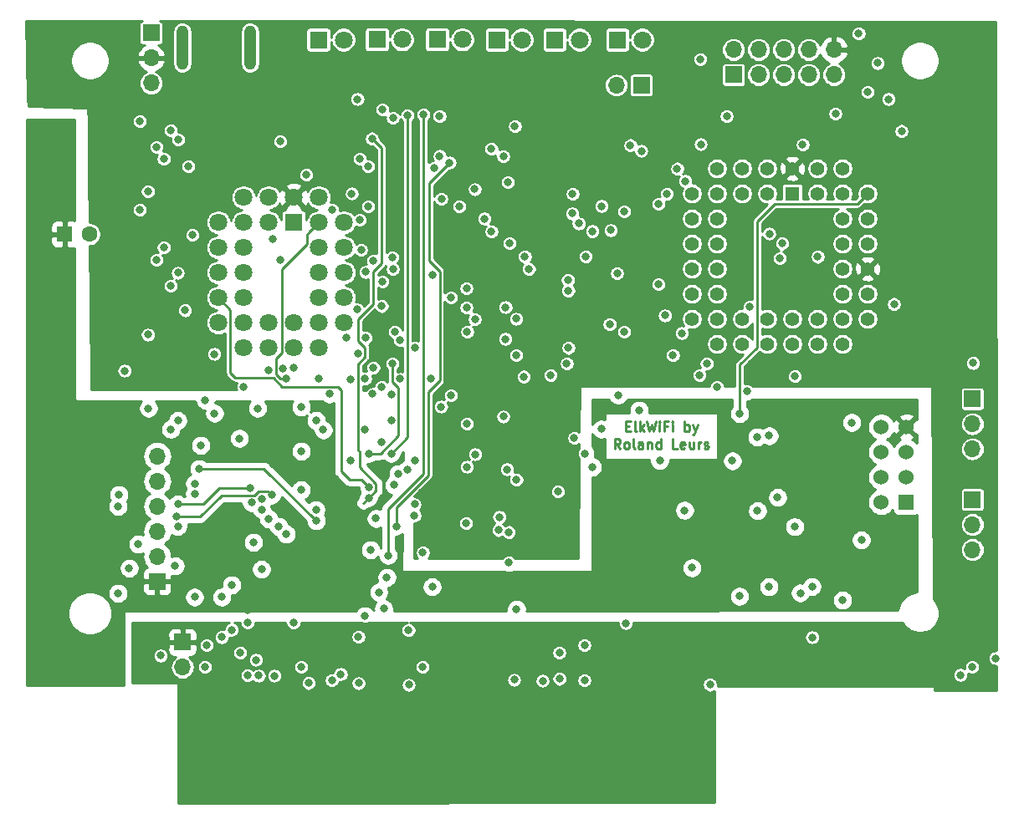
<source format=gbr>
G04 #@! TF.GenerationSoftware,KiCad,Pcbnew,(5.1.2-1)-1*
G04 #@! TF.CreationDate,2020-06-07T15:36:17+02:00*
G04 #@! TF.ProjectId,ElkWifi,456c6b57-6966-4692-9e6b-696361645f70,rev?*
G04 #@! TF.SameCoordinates,Original*
G04 #@! TF.FileFunction,Copper,L2,Inr*
G04 #@! TF.FilePolarity,Positive*
%FSLAX46Y46*%
G04 Gerber Fmt 4.6, Leading zero omitted, Abs format (unit mm)*
G04 Created by KiCad (PCBNEW (5.1.2-1)-1) date 2020-06-07 15:36:17*
%MOMM*%
%LPD*%
G04 APERTURE LIST*
%ADD10C,0.250000*%
%ADD11C,1.600000*%
%ADD12R,1.600000X1.600000*%
%ADD13C,1.524000*%
%ADD14R,1.524000X1.524000*%
%ADD15C,1.422400*%
%ADD16R,1.422400X1.422400*%
%ADD17O,1.200000X4.500000*%
%ADD18O,1.700000X1.700000*%
%ADD19R,1.700000X1.700000*%
%ADD20C,1.800000*%
%ADD21R,1.800000X1.800000*%
%ADD22C,0.800000*%
%ADD23C,0.254000*%
G04 APERTURE END LIST*
D10*
X131241611Y-69040731D02*
X131574944Y-69040731D01*
X131717801Y-69564540D02*
X131241611Y-69564540D01*
X131241611Y-68564540D01*
X131717801Y-68564540D01*
X132289230Y-69564540D02*
X132193992Y-69516921D01*
X132146373Y-69421683D01*
X132146373Y-68564540D01*
X132670182Y-69564540D02*
X132670182Y-68564540D01*
X132765420Y-69183588D02*
X133051135Y-69564540D01*
X133051135Y-68897874D02*
X132670182Y-69278826D01*
X133384468Y-68564540D02*
X133622563Y-69564540D01*
X133813040Y-68850255D01*
X134003516Y-69564540D01*
X134241611Y-68564540D01*
X134622563Y-69564540D02*
X134622563Y-68897874D01*
X134622563Y-68564540D02*
X134574944Y-68612160D01*
X134622563Y-68659779D01*
X134670182Y-68612160D01*
X134622563Y-68564540D01*
X134622563Y-68659779D01*
X135432087Y-69040731D02*
X135098754Y-69040731D01*
X135098754Y-69564540D02*
X135098754Y-68564540D01*
X135574944Y-68564540D01*
X135955897Y-69564540D02*
X135955897Y-68897874D01*
X135955897Y-68564540D02*
X135908278Y-68612160D01*
X135955897Y-68659779D01*
X136003516Y-68612160D01*
X135955897Y-68564540D01*
X135955897Y-68659779D01*
X137193992Y-69564540D02*
X137193992Y-68564540D01*
X137193992Y-68945493D02*
X137289230Y-68897874D01*
X137479706Y-68897874D01*
X137574944Y-68945493D01*
X137622563Y-68993112D01*
X137670182Y-69088350D01*
X137670182Y-69374064D01*
X137622563Y-69469302D01*
X137574944Y-69516921D01*
X137479706Y-69564540D01*
X137289230Y-69564540D01*
X137193992Y-69516921D01*
X138003516Y-68897874D02*
X138241611Y-69564540D01*
X138479706Y-68897874D02*
X138241611Y-69564540D01*
X138146373Y-69802636D01*
X138098754Y-69850255D01*
X138003516Y-69897874D01*
X130670182Y-71314540D02*
X130336849Y-70838350D01*
X130098754Y-71314540D02*
X130098754Y-70314540D01*
X130479706Y-70314540D01*
X130574944Y-70362160D01*
X130622563Y-70409779D01*
X130670182Y-70505017D01*
X130670182Y-70647874D01*
X130622563Y-70743112D01*
X130574944Y-70790731D01*
X130479706Y-70838350D01*
X130098754Y-70838350D01*
X131241611Y-71314540D02*
X131146373Y-71266921D01*
X131098754Y-71219302D01*
X131051135Y-71124064D01*
X131051135Y-70838350D01*
X131098754Y-70743112D01*
X131146373Y-70695493D01*
X131241611Y-70647874D01*
X131384468Y-70647874D01*
X131479706Y-70695493D01*
X131527325Y-70743112D01*
X131574944Y-70838350D01*
X131574944Y-71124064D01*
X131527325Y-71219302D01*
X131479706Y-71266921D01*
X131384468Y-71314540D01*
X131241611Y-71314540D01*
X132146373Y-71314540D02*
X132051135Y-71266921D01*
X132003516Y-71171683D01*
X132003516Y-70314540D01*
X132955897Y-71314540D02*
X132955897Y-70790731D01*
X132908278Y-70695493D01*
X132813040Y-70647874D01*
X132622563Y-70647874D01*
X132527325Y-70695493D01*
X132955897Y-71266921D02*
X132860659Y-71314540D01*
X132622563Y-71314540D01*
X132527325Y-71266921D01*
X132479706Y-71171683D01*
X132479706Y-71076445D01*
X132527325Y-70981207D01*
X132622563Y-70933588D01*
X132860659Y-70933588D01*
X132955897Y-70885969D01*
X133432087Y-70647874D02*
X133432087Y-71314540D01*
X133432087Y-70743112D02*
X133479706Y-70695493D01*
X133574944Y-70647874D01*
X133717801Y-70647874D01*
X133813040Y-70695493D01*
X133860659Y-70790731D01*
X133860659Y-71314540D01*
X134765420Y-71314540D02*
X134765420Y-70314540D01*
X134765420Y-71266921D02*
X134670182Y-71314540D01*
X134479706Y-71314540D01*
X134384468Y-71266921D01*
X134336849Y-71219302D01*
X134289230Y-71124064D01*
X134289230Y-70838350D01*
X134336849Y-70743112D01*
X134384468Y-70695493D01*
X134479706Y-70647874D01*
X134670182Y-70647874D01*
X134765420Y-70695493D01*
X136479706Y-71314540D02*
X136003516Y-71314540D01*
X136003516Y-70314540D01*
X137193992Y-71266921D02*
X137098754Y-71314540D01*
X136908278Y-71314540D01*
X136813040Y-71266921D01*
X136765420Y-71171683D01*
X136765420Y-70790731D01*
X136813040Y-70695493D01*
X136908278Y-70647874D01*
X137098754Y-70647874D01*
X137193992Y-70695493D01*
X137241611Y-70790731D01*
X137241611Y-70885969D01*
X136765420Y-70981207D01*
X138098754Y-70647874D02*
X138098754Y-71314540D01*
X137670182Y-70647874D02*
X137670182Y-71171683D01*
X137717801Y-71266921D01*
X137813040Y-71314540D01*
X137955897Y-71314540D01*
X138051135Y-71266921D01*
X138098754Y-71219302D01*
X138574944Y-71314540D02*
X138574944Y-70647874D01*
X138574944Y-70838350D02*
X138622563Y-70743112D01*
X138670182Y-70695493D01*
X138765420Y-70647874D01*
X138860659Y-70647874D01*
X139146373Y-71266921D02*
X139241611Y-71314540D01*
X139432087Y-71314540D01*
X139527325Y-71266921D01*
X139574944Y-71171683D01*
X139574944Y-71124064D01*
X139527325Y-71028826D01*
X139432087Y-70981207D01*
X139289230Y-70981207D01*
X139193992Y-70933588D01*
X139146373Y-70838350D01*
X139146373Y-70790731D01*
X139193992Y-70695493D01*
X139289230Y-70647874D01*
X139432087Y-70647874D01*
X139527325Y-70695493D01*
D11*
X76947400Y-49580800D03*
D12*
X74447400Y-49580800D03*
D13*
X157078680Y-69100700D03*
X159618680Y-69100700D03*
X157078680Y-71640700D03*
X159618680Y-71640700D03*
X157078680Y-74180700D03*
X159618680Y-74180700D03*
X157078680Y-76720700D03*
D14*
X159618680Y-76720700D03*
D15*
X155702000Y-45466000D03*
X155702000Y-48006000D03*
X155702000Y-50546000D03*
X155702000Y-53086000D03*
X155702000Y-55626000D03*
X153162000Y-42926000D03*
X153162000Y-48006000D03*
X153162000Y-50546000D03*
X153162000Y-53086000D03*
X153162000Y-55626000D03*
X153162000Y-58166000D03*
X153162000Y-60706000D03*
X150622000Y-60706000D03*
X148082000Y-60706000D03*
X145542000Y-60706000D03*
X143002000Y-60706000D03*
X140462000Y-60706000D03*
X155702000Y-58166000D03*
X150622000Y-58166000D03*
X148082000Y-58166000D03*
X145542000Y-58166000D03*
X143002000Y-58166000D03*
X140462000Y-58166000D03*
X137922000Y-58166000D03*
X137922000Y-55626000D03*
X137922000Y-53086000D03*
X137922000Y-50546000D03*
X137922000Y-48006000D03*
X137922000Y-45466000D03*
X140462000Y-55626000D03*
X140462000Y-53086000D03*
X140462000Y-50546000D03*
X140462000Y-48006000D03*
X140462000Y-45466000D03*
X150622000Y-42926000D03*
X148082000Y-42926000D03*
X140462000Y-42926000D03*
X143002000Y-42926000D03*
X145542000Y-42926000D03*
X153162000Y-45466000D03*
X150622000Y-45466000D03*
X143002000Y-45466000D03*
X145542000Y-45466000D03*
D16*
X148082000Y-45466000D03*
D17*
X86347300Y-30683200D03*
X93205300Y-30683200D03*
D18*
X86357460Y-93454220D03*
D19*
X86357460Y-90914220D03*
D18*
X83195160Y-34274760D03*
X83195160Y-31734760D03*
D19*
X83195160Y-29194760D03*
D20*
X102661720Y-29885640D03*
D21*
X100121720Y-29885640D03*
D20*
X102692200Y-48387000D03*
X102692200Y-50927000D03*
X102692200Y-53467000D03*
X102692200Y-56007000D03*
X102692200Y-58547000D03*
X100152200Y-50927000D03*
X100152200Y-53467000D03*
X100152200Y-56007000D03*
X100152200Y-61087000D03*
X97612200Y-61087000D03*
X95072200Y-61087000D03*
X92532200Y-61087000D03*
X100152200Y-58547000D03*
X97612200Y-58547000D03*
X95072200Y-58547000D03*
X92532200Y-58547000D03*
X89992200Y-58547000D03*
X89992200Y-56007000D03*
X89992200Y-53467000D03*
X89992200Y-50927000D03*
X89992200Y-48387000D03*
X92532200Y-56007000D03*
X92532200Y-53467000D03*
X92532200Y-50927000D03*
X92532200Y-48387000D03*
X100152200Y-45847000D03*
X97612200Y-45847000D03*
X92532200Y-45847000D03*
X95072200Y-45847000D03*
X102692200Y-48387000D03*
X100152200Y-48387000D03*
X95072200Y-48387000D03*
D21*
X97612200Y-48387000D03*
D18*
X130263900Y-34483040D03*
D19*
X132803900Y-34483040D03*
D18*
X152290780Y-30883860D03*
X152290780Y-33423860D03*
X149750780Y-30883860D03*
X149750780Y-33423860D03*
X147210780Y-30883860D03*
X147210780Y-33423860D03*
X144670780Y-30883860D03*
X144670780Y-33423860D03*
X142130780Y-30883860D03*
D19*
X142130780Y-33423860D03*
D18*
X83804760Y-72069960D03*
X83804760Y-74609960D03*
X83804760Y-77149960D03*
X83804760Y-79689960D03*
X83804760Y-82229960D03*
D19*
X83804760Y-84769960D03*
D18*
X166293800Y-81549240D03*
X166293800Y-79009240D03*
D19*
X166293800Y-76469240D03*
D18*
X166293800Y-71338440D03*
X166293800Y-68798440D03*
D19*
X166293800Y-66258440D03*
D20*
X132897880Y-29885640D03*
D21*
X130357880Y-29885640D03*
D20*
X126547880Y-29885640D03*
D21*
X124007880Y-29885640D03*
D20*
X120705880Y-29885640D03*
D21*
X118165880Y-29885640D03*
D20*
X114686080Y-29855160D03*
D21*
X112146080Y-29855160D03*
D20*
X108590080Y-29855160D03*
D21*
X106050080Y-29855160D03*
D22*
X139743180Y-95227140D03*
X150080980Y-90418920D03*
X150073400Y-85278000D03*
X154091640Y-68668900D03*
X152437000Y-37397447D03*
X131688840Y-40568880D03*
X107840780Y-59461400D03*
X92121820Y-70279260D03*
X118831360Y-68056760D03*
X132567680Y-67409060D03*
X96243140Y-40187880D03*
X115073260Y-78864460D03*
X158369000Y-56652160D03*
X97586800Y-88942080D03*
X105382060Y-81569560D03*
X85899160Y-79186576D03*
X107045760Y-84358480D03*
X144193260Y-37409120D03*
X130230880Y-45247560D03*
X125768100Y-40393620D03*
X132986780Y-60855860D03*
X122775980Y-66880740D03*
X103002080Y-40175180D03*
X157680660Y-53086000D03*
X167845740Y-34704020D03*
X95039180Y-70228460D03*
X92949860Y-87678260D03*
X99880420Y-80779620D03*
X101170740Y-74945240D03*
X104834370Y-88252639D03*
X105194661Y-76284381D03*
X105537000Y-39890700D03*
X107490261Y-71794540D03*
X106227880Y-85862160D03*
X109111881Y-37532479D03*
X107170220Y-82127260D03*
X110758139Y-37461021D03*
X107998260Y-79169260D03*
X113395691Y-42334249D03*
X166287281Y-93429921D03*
X168668700Y-92539820D03*
X165097460Y-94228920D03*
X80965040Y-83413600D03*
X81871820Y-80987900D03*
X79855060Y-85953600D03*
X79855060Y-77160120D03*
X85628480Y-83192620D03*
X145714720Y-85305900D03*
X145745200Y-70012560D03*
X107792520Y-75006200D03*
X111630460Y-85305900D03*
X148348700Y-63980060D03*
X98366480Y-75483820D03*
X98369120Y-93429920D03*
X110667800Y-93429920D03*
X110694700Y-81832220D03*
X150647400Y-51879500D03*
X156713939Y-32248859D03*
X155067000Y-80556100D03*
X147045680Y-50523140D03*
X155702000Y-35172820D03*
X142725140Y-86263480D03*
X142746561Y-67763221D03*
X154792680Y-29263340D03*
X145752820Y-49532540D03*
X132798820Y-41148000D03*
X159131000Y-39128700D03*
X153169620Y-86669880D03*
X137933260Y-83380580D03*
X109258100Y-95237300D03*
X91343480Y-85115400D03*
X91343480Y-89667080D03*
X109237780Y-89702640D03*
X130339000Y-53555900D03*
X131231640Y-88983820D03*
X148313140Y-79222600D03*
X149128480Y-40490140D03*
X138805920Y-40467280D03*
X138783060Y-31854140D03*
X146580860Y-76255880D03*
X129700020Y-49182020D03*
X82049620Y-47109380D03*
X106580940Y-36954460D03*
X106586020Y-54376320D03*
X115100100Y-55088620D03*
X115100100Y-55088620D03*
X115105180Y-57035700D03*
X129588260Y-58718620D03*
X82049620Y-38138100D03*
X94401640Y-76372720D03*
X93967300Y-67231260D03*
X82910680Y-67228720D03*
X125257560Y-62704980D03*
X107609640Y-62704980D03*
X107647740Y-53101240D03*
X139415540Y-62689740D03*
X105211880Y-75194160D03*
X105222040Y-71794540D03*
X121010680Y-51836320D03*
X85172720Y-54825900D03*
X85176360Y-69354700D03*
X107655360Y-37805360D03*
X107586780Y-51918700D03*
X123623260Y-63856680D03*
X138690540Y-63856680D03*
X85187621Y-39054723D03*
X119453660Y-50512980D03*
X85899160Y-68460620D03*
X85897720Y-53497480D03*
X119999760Y-38646100D03*
X120889861Y-64017059D03*
X85912621Y-39997380D03*
X119390160Y-82852260D03*
X119390160Y-79768849D03*
X99886940Y-68460280D03*
X107490260Y-68460620D03*
X140456920Y-65059560D03*
X107490260Y-65791081D03*
X94363540Y-83520280D03*
X99875340Y-77487780D03*
X94363540Y-77470000D03*
X98897440Y-43578780D03*
X137231120Y-44203620D03*
X136898380Y-59606180D03*
X96837500Y-64211200D03*
X96855280Y-79976980D03*
X104432100Y-51193700D03*
X146814540Y-52021740D03*
X96537780Y-63233300D03*
X104038400Y-57228740D03*
X96105980Y-79197200D03*
X79928720Y-75971400D03*
X166385240Y-62636400D03*
X143471561Y-65465960D03*
X124503180Y-92001340D03*
X95534480Y-50088800D03*
X92213600Y-91978932D03*
X124513340Y-94635320D03*
X93342460Y-76776580D03*
X114358420Y-46763940D03*
X87348060Y-49669700D03*
X86964520Y-42705020D03*
X105128060Y-42705020D03*
X105140760Y-46763940D03*
X87594440Y-74846180D03*
X112565180Y-45991780D03*
X98381820Y-67106800D03*
X112542320Y-67053460D03*
X103492300Y-45468540D03*
X98383260Y-71569580D03*
X116916200Y-48000920D03*
X85899160Y-76934060D03*
X84462620Y-50919380D03*
X84460080Y-41960800D03*
X104300020Y-41945560D03*
X104300020Y-48148240D03*
X93242300Y-75294259D03*
X117627400Y-49296320D03*
X83722719Y-52202080D03*
X117623759Y-40933539D03*
X83722719Y-40740839D03*
X95387499Y-76019259D03*
X85778340Y-78193900D03*
X101216291Y-65765679D03*
X105613200Y-65778380D03*
X105948480Y-78381860D03*
X104076500Y-35897820D03*
X157817820Y-35897820D03*
X112387380Y-41658540D03*
X112377220Y-37617400D03*
X141439900Y-37637720D03*
X100611940Y-69410580D03*
X104843580Y-64223900D03*
X108386880Y-64254380D03*
X111483140Y-64254380D03*
X111664398Y-53691180D03*
X125356620Y-54223920D03*
X125818900Y-47490380D03*
X104834371Y-69387823D03*
X109844840Y-78083580D03*
X104119680Y-61668660D03*
X119026940Y-60192920D03*
X119065040Y-56983621D03*
X135176260Y-57821250D03*
X135392160Y-45481240D03*
X108386880Y-60333142D03*
X108189519Y-73848216D03*
X109855000Y-76949300D03*
X109862620Y-61107320D03*
X134528560Y-54663340D03*
X134528560Y-46520100D03*
X125417580Y-61107320D03*
X103362760Y-64295020D03*
X100119180Y-64249300D03*
X109862620Y-72519540D03*
X125409960Y-55293260D03*
X103377559Y-72530141D03*
X106728260Y-87520780D03*
X120164860Y-87579200D03*
X120162320Y-74444860D03*
X120114060Y-58158380D03*
X120142000Y-61846460D03*
X135996680Y-61849000D03*
X136428480Y-42938700D03*
X115953540Y-58183780D03*
X115968780Y-71876920D03*
X134666739Y-72523601D03*
X142021560Y-72542400D03*
X82854800Y-59758580D03*
X115935760Y-45028619D03*
X82854800Y-45257720D03*
X113525300Y-55986680D03*
X113525300Y-65892680D03*
X130459480Y-65885060D03*
X88679020Y-66400680D03*
X143780799Y-56951880D03*
X115158520Y-73149460D03*
X115176300Y-59461400D03*
X89597400Y-67735280D03*
X131064000Y-59461400D03*
X131064000Y-47281000D03*
X89593420Y-61716920D03*
X115158520Y-68786840D03*
X137177780Y-77566520D03*
X144546320Y-77612240D03*
X106530140Y-56875680D03*
X106545380Y-70606920D03*
X92547440Y-65026540D03*
X106530140Y-65059560D03*
X144505799Y-70121899D03*
X128757680Y-46733460D03*
X128757680Y-69326760D03*
X126011940Y-70205600D03*
X126456440Y-48498760D03*
X127175260Y-51833780D03*
X127100500Y-71809497D03*
X127825500Y-49283620D03*
X127825500Y-73174860D03*
X119283480Y-44303619D03*
X119207280Y-73400920D03*
X125846840Y-45488860D03*
X124353320Y-75666600D03*
X109111880Y-73461880D03*
X111813340Y-42853619D03*
X118828820Y-41676320D03*
X118414800Y-78229460D03*
X88625680Y-93421200D03*
X88026240Y-73337420D03*
X99886940Y-78620620D03*
X121432320Y-53103780D03*
X122809000Y-94830900D03*
X118339700Y-79562960D03*
X119926100Y-94729300D03*
X93781880Y-92704920D03*
X93545660Y-80802480D03*
X101516180Y-47099220D03*
X101475540Y-94787720D03*
X99118420Y-95059500D03*
X97581720Y-63093600D03*
X105681780Y-63093600D03*
X105686860Y-52268120D03*
X84167980Y-92275660D03*
X80487520Y-63411100D03*
X95087779Y-63395860D03*
X96287308Y-52185288D03*
X104904540Y-53411120D03*
X104894380Y-60093860D03*
X102956360Y-60086240D03*
X102384860Y-94154920D03*
X95647888Y-94313788D03*
X95092520Y-78417420D03*
X94084140Y-94310200D03*
X92941140Y-94272100D03*
X92949860Y-88940640D03*
X86624160Y-57299860D03*
X127043180Y-94777560D03*
X88204040Y-70985380D03*
X88806020Y-91211400D03*
X127043180Y-91226640D03*
X104178100Y-95067120D03*
X104167940Y-90392080D03*
X90347800Y-90406650D03*
X90347800Y-86339680D03*
X87584280Y-86344760D03*
X87584280Y-75879960D03*
X148889720Y-85944880D03*
D10*
X105629541Y-53398441D02*
X106486960Y-52541022D01*
X105629541Y-56710601D02*
X105629541Y-53398441D01*
X104169379Y-58170763D02*
X105629541Y-56710601D01*
X104169379Y-60441861D02*
X104169379Y-58170763D01*
X104844681Y-61117163D02*
X104169379Y-60441861D01*
X104844681Y-62016661D02*
X104844681Y-61117163D01*
X104109370Y-62751972D02*
X104844681Y-62016661D01*
X105936881Y-74846159D02*
X104308762Y-73218040D01*
X105936881Y-75542161D02*
X105936881Y-74846159D01*
X104109370Y-71435424D02*
X104109370Y-70965210D01*
X104308762Y-71634816D02*
X104109370Y-71435424D01*
X104308762Y-73218040D02*
X104308762Y-71634816D01*
X104109370Y-70965210D02*
X104109370Y-62751972D01*
X104109370Y-71270832D02*
X104109370Y-70965210D01*
X105194661Y-76284381D02*
X105936881Y-75542161D01*
X104657059Y-76821983D02*
X105194661Y-76284381D01*
X106486960Y-40840660D02*
X105537000Y-39890700D01*
X106486960Y-40909240D02*
X106486960Y-40840660D01*
X106486960Y-52541022D02*
X106486960Y-40909240D01*
X107490261Y-71794540D02*
X109111881Y-70172920D01*
X109111881Y-69980641D02*
X109111881Y-37532479D01*
X109111881Y-70172920D02*
X109111881Y-69980641D01*
X110758139Y-69298791D02*
X110758139Y-37461021D01*
X107170220Y-81561575D02*
X107170220Y-82127260D01*
X107170220Y-77420330D02*
X107170220Y-81561575D01*
X110758139Y-73832411D02*
X107170220Y-77420330D01*
X110758139Y-69298791D02*
X110758139Y-73832411D01*
X107998260Y-77228700D02*
X107998260Y-79169260D01*
X111208149Y-74018811D02*
X107998260Y-77228700D01*
X112389399Y-64421123D02*
X111208149Y-65602373D01*
X112389399Y-53343179D02*
X112389399Y-64421123D01*
X111316397Y-52270177D02*
X112389399Y-53343179D01*
X111316397Y-44423564D02*
X111316397Y-52270177D01*
X113395691Y-42344271D02*
X111316397Y-44423564D01*
X111208149Y-65602373D02*
X111208149Y-74018811D01*
X113395691Y-42334249D02*
X113395691Y-42344271D01*
X144505799Y-61048781D02*
X144505799Y-48290361D01*
X142746561Y-62808019D02*
X144505799Y-61048781D01*
X154665799Y-46502201D02*
X154990801Y-46177199D01*
X146293959Y-46502201D02*
X154665799Y-46502201D01*
X154990801Y-46177199D02*
X155702000Y-45466000D01*
X144505799Y-48290361D02*
X146293959Y-46502201D01*
X142746561Y-67763221D02*
X142746561Y-62808019D01*
X107609640Y-63270665D02*
X107609640Y-62704980D01*
X107609640Y-64550142D02*
X107609640Y-63270665D01*
X108215261Y-65155763D02*
X107609640Y-64550142D01*
X108215261Y-70010041D02*
X108215261Y-65155763D01*
X106422751Y-71794540D02*
X108215261Y-70010041D01*
X105222040Y-71794540D02*
X106422751Y-71794540D01*
X91217201Y-57232001D02*
X89992200Y-56007000D01*
X95545066Y-64120861D02*
X91690021Y-64120861D01*
X102410260Y-65385016D02*
X102065922Y-65040678D01*
X102065922Y-65040678D02*
X96464883Y-65040678D01*
X104493060Y-74470260D02*
X103291640Y-74470260D01*
X91690021Y-64120861D02*
X91217201Y-63648041D01*
X103291640Y-74470260D02*
X102410260Y-73588880D01*
X104811881Y-74789081D02*
X104493060Y-74470260D01*
X102410260Y-73588880D02*
X102410260Y-65385016D01*
X91217201Y-63648041D02*
X91217201Y-57232001D01*
X104811881Y-74794161D02*
X104811881Y-74789081D01*
X96464883Y-65040678D02*
X95545066Y-64120861D01*
X105211880Y-75194160D02*
X104811881Y-74794161D01*
X99252201Y-49286999D02*
X100152200Y-48387000D01*
X98927199Y-49612001D02*
X99252201Y-49286999D01*
X98927199Y-50570703D02*
X98927199Y-49612001D01*
X96387199Y-53110703D02*
X98927199Y-50570703D01*
X95812779Y-62187921D02*
X96387199Y-61613501D01*
X96387199Y-61613501D02*
X96387199Y-53110703D01*
X95812779Y-63752164D02*
X95812779Y-62187921D01*
X96271815Y-64211200D02*
X95812779Y-63752164D01*
X96837500Y-64211200D02*
X96271815Y-64211200D01*
X85899160Y-76934060D02*
X88450420Y-76934060D01*
X90090221Y-75294259D02*
X93242300Y-75294259D01*
X88450420Y-76934060D02*
X90090221Y-75294259D01*
X85778340Y-78193900D02*
X88171020Y-78193900D01*
X94082098Y-75619260D02*
X94987500Y-75619260D01*
X93649779Y-76051579D02*
X94082098Y-75619260D01*
X90313341Y-76051579D02*
X93649779Y-76051579D01*
X94987500Y-75619260D02*
X95387499Y-76019259D01*
X88171020Y-78193900D02*
X90313341Y-76051579D01*
X94603740Y-73337420D02*
X99886940Y-78620620D01*
X88026240Y-73337420D02*
X94603740Y-73337420D01*
D23*
G36*
X75423328Y-48170594D02*
G01*
X75371882Y-48154988D01*
X75247400Y-48142728D01*
X74733150Y-48145800D01*
X74574400Y-48304550D01*
X74574400Y-49453800D01*
X74594400Y-49453800D01*
X74594400Y-49707800D01*
X74574400Y-49707800D01*
X74574400Y-50857050D01*
X74733150Y-51015800D01*
X75247400Y-51018872D01*
X75371882Y-51006612D01*
X75431121Y-50988642D01*
X75473560Y-66334991D01*
X75476069Y-66359761D01*
X75483362Y-66383565D01*
X75495159Y-66405489D01*
X75511006Y-66424691D01*
X75530295Y-66440431D01*
X75552284Y-66452107D01*
X75576128Y-66459268D01*
X75600152Y-66461639D01*
X82192852Y-66482837D01*
X82106743Y-66568946D01*
X81993475Y-66738464D01*
X81915454Y-66926822D01*
X81875680Y-67126781D01*
X81875680Y-67330659D01*
X81915454Y-67530618D01*
X81993475Y-67718976D01*
X82106743Y-67888494D01*
X82250906Y-68032657D01*
X82420424Y-68145925D01*
X82608782Y-68223946D01*
X82808741Y-68263720D01*
X83012619Y-68263720D01*
X83212578Y-68223946D01*
X83400936Y-68145925D01*
X83570454Y-68032657D01*
X83714617Y-67888494D01*
X83827885Y-67718976D01*
X83905906Y-67530618D01*
X83945680Y-67330659D01*
X83945680Y-67126781D01*
X83905906Y-66926822D01*
X83827885Y-66738464D01*
X83714617Y-66568946D01*
X83633140Y-66487469D01*
X87644020Y-66500365D01*
X87644020Y-66502619D01*
X87683794Y-66702578D01*
X87761815Y-66890936D01*
X87875083Y-67060454D01*
X88019246Y-67204617D01*
X88188764Y-67317885D01*
X88377122Y-67395906D01*
X88577081Y-67435680D01*
X88601717Y-67435680D01*
X88562400Y-67633341D01*
X88562400Y-67837219D01*
X88602174Y-68037178D01*
X88680195Y-68225536D01*
X88793463Y-68395054D01*
X88937626Y-68539217D01*
X89107144Y-68652485D01*
X89295502Y-68730506D01*
X89495461Y-68770280D01*
X89699339Y-68770280D01*
X89899298Y-68730506D01*
X90087656Y-68652485D01*
X90257174Y-68539217D01*
X90401337Y-68395054D01*
X90514605Y-68225536D01*
X90592626Y-68037178D01*
X90632400Y-67837219D01*
X90632400Y-67633341D01*
X90592626Y-67433382D01*
X90514605Y-67245024D01*
X90401337Y-67075506D01*
X90257174Y-66931343D01*
X90087656Y-66818075D01*
X89899298Y-66740054D01*
X89699339Y-66700280D01*
X89674703Y-66700280D01*
X89713145Y-66507018D01*
X93216566Y-66518283D01*
X93163363Y-66571486D01*
X93050095Y-66741004D01*
X92972074Y-66929362D01*
X92932300Y-67129321D01*
X92932300Y-67333199D01*
X92972074Y-67533158D01*
X93050095Y-67721516D01*
X93163363Y-67891034D01*
X93307526Y-68035197D01*
X93477044Y-68148465D01*
X93665402Y-68226486D01*
X93865361Y-68266260D01*
X94069239Y-68266260D01*
X94269198Y-68226486D01*
X94457556Y-68148465D01*
X94627074Y-68035197D01*
X94771237Y-67891034D01*
X94884505Y-67721516D01*
X94962526Y-67533158D01*
X95002300Y-67333199D01*
X95002300Y-67129321D01*
X94962526Y-66929362D01*
X94884505Y-66741004D01*
X94771237Y-66571486D01*
X94722878Y-66523127D01*
X97521022Y-66532124D01*
X97464615Y-66616544D01*
X97386594Y-66804902D01*
X97346820Y-67004861D01*
X97346820Y-67208739D01*
X97386594Y-67408698D01*
X97464615Y-67597056D01*
X97577883Y-67766574D01*
X97722046Y-67910737D01*
X97891564Y-68024005D01*
X98079922Y-68102026D01*
X98279881Y-68141800D01*
X98483759Y-68141800D01*
X98683718Y-68102026D01*
X98872076Y-68024005D01*
X98983342Y-67949660D01*
X98969735Y-67970024D01*
X98891714Y-68158382D01*
X98851940Y-68358341D01*
X98851940Y-68562219D01*
X98891714Y-68762178D01*
X98969735Y-68950536D01*
X99083003Y-69120054D01*
X99227166Y-69264217D01*
X99396684Y-69377485D01*
X99576940Y-69452150D01*
X99576940Y-69512519D01*
X99616714Y-69712478D01*
X99694735Y-69900836D01*
X99808003Y-70070354D01*
X99952166Y-70214517D01*
X100121684Y-70327785D01*
X100310042Y-70405806D01*
X100510001Y-70445580D01*
X100713879Y-70445580D01*
X100913838Y-70405806D01*
X101102196Y-70327785D01*
X101271714Y-70214517D01*
X101415877Y-70070354D01*
X101529145Y-69900836D01*
X101607166Y-69712478D01*
X101646940Y-69512519D01*
X101646940Y-69308641D01*
X101607166Y-69108682D01*
X101529145Y-68920324D01*
X101415877Y-68750806D01*
X101271714Y-68606643D01*
X101102196Y-68493375D01*
X100921940Y-68418710D01*
X100921940Y-68358341D01*
X100882166Y-68158382D01*
X100804145Y-67970024D01*
X100690877Y-67800506D01*
X100546714Y-67656343D01*
X100377196Y-67543075D01*
X100188838Y-67465054D01*
X99988879Y-67425280D01*
X99785001Y-67425280D01*
X99585042Y-67465054D01*
X99396684Y-67543075D01*
X99285418Y-67617420D01*
X99299025Y-67597056D01*
X99377046Y-67408698D01*
X99416820Y-67208739D01*
X99416820Y-67004861D01*
X99377046Y-66804902D01*
X99299025Y-66616544D01*
X99246324Y-66537672D01*
X100528696Y-66541795D01*
X100556517Y-66569616D01*
X100726035Y-66682884D01*
X100914393Y-66760905D01*
X101114352Y-66800679D01*
X101318230Y-66800679D01*
X101518189Y-66760905D01*
X101650261Y-66706199D01*
X101650260Y-73551558D01*
X101646584Y-73588880D01*
X101650260Y-73626202D01*
X101650260Y-73626212D01*
X101661257Y-73737865D01*
X101701261Y-73869744D01*
X101704714Y-73881126D01*
X101775286Y-74013156D01*
X101802228Y-74045984D01*
X101870259Y-74128881D01*
X101899262Y-74152683D01*
X102727840Y-74981262D01*
X102751639Y-75010261D01*
X102780637Y-75034059D01*
X102867364Y-75105234D01*
X102999393Y-75175806D01*
X103142654Y-75219263D01*
X103291640Y-75233937D01*
X103328973Y-75230260D01*
X104176880Y-75230260D01*
X104176880Y-75296099D01*
X104216654Y-75496058D01*
X104294675Y-75684416D01*
X104322718Y-75726385D01*
X104277456Y-75794125D01*
X104199435Y-75982483D01*
X104159661Y-76182442D01*
X104159661Y-76244580D01*
X104093260Y-76310981D01*
X104022085Y-76397707D01*
X103951513Y-76529737D01*
X103908057Y-76672998D01*
X103893383Y-76821983D01*
X103908057Y-76970968D01*
X103951513Y-77114229D01*
X104022085Y-77246259D01*
X104117058Y-77361984D01*
X104232783Y-77456957D01*
X104364813Y-77527529D01*
X104508074Y-77570985D01*
X104657059Y-77585659D01*
X104806044Y-77570985D01*
X104949305Y-77527529D01*
X105081335Y-77456957D01*
X105168061Y-77385782D01*
X105234462Y-77319381D01*
X105296600Y-77319381D01*
X105496559Y-77279607D01*
X105684917Y-77201586D01*
X105854435Y-77088318D01*
X105998598Y-76944155D01*
X106111866Y-76774637D01*
X106189887Y-76586279D01*
X106229661Y-76386320D01*
X106229661Y-76324183D01*
X106447885Y-76105959D01*
X106476882Y-76082162D01*
X106571855Y-75966437D01*
X106642427Y-75834408D01*
X106685884Y-75691147D01*
X106696881Y-75579494D01*
X106696881Y-75579493D01*
X106700558Y-75542161D01*
X106696881Y-75504828D01*
X106696881Y-74883482D01*
X106700557Y-74846159D01*
X106696881Y-74808836D01*
X106696881Y-74808826D01*
X106685884Y-74697173D01*
X106642427Y-74553912D01*
X106629546Y-74529814D01*
X106571855Y-74421882D01*
X106500680Y-74335156D01*
X106476882Y-74306158D01*
X106447884Y-74282360D01*
X105068762Y-72903239D01*
X105068762Y-72819328D01*
X105120101Y-72829540D01*
X105323979Y-72829540D01*
X105523938Y-72789766D01*
X105712296Y-72711745D01*
X105881814Y-72598477D01*
X105925751Y-72554540D01*
X106384574Y-72554540D01*
X106421041Y-72558214D01*
X106459220Y-72554540D01*
X106460084Y-72554540D01*
X106496814Y-72550922D01*
X106570059Y-72543874D01*
X106570878Y-72543628D01*
X106571737Y-72543543D01*
X106642944Y-72521943D01*
X106713416Y-72500738D01*
X106714170Y-72500337D01*
X106714998Y-72500086D01*
X106726140Y-72494130D01*
X106830487Y-72598477D01*
X107000005Y-72711745D01*
X107188363Y-72789766D01*
X107388322Y-72829540D01*
X107592200Y-72829540D01*
X107792159Y-72789766D01*
X107980517Y-72711745D01*
X108150035Y-72598477D01*
X108294198Y-72454314D01*
X108407466Y-72284796D01*
X108485487Y-72096438D01*
X108525261Y-71896479D01*
X108525261Y-71834341D01*
X108717485Y-71642117D01*
X108728452Y-72500425D01*
X108621624Y-72544675D01*
X108452106Y-72657943D01*
X108307943Y-72802106D01*
X108299456Y-72814807D01*
X108291458Y-72813216D01*
X108087580Y-72813216D01*
X107887621Y-72852990D01*
X107699263Y-72931011D01*
X107529745Y-73044279D01*
X107385582Y-73188442D01*
X107272314Y-73357960D01*
X107194293Y-73546318D01*
X107154519Y-73746277D01*
X107154519Y-73950155D01*
X107194293Y-74150114D01*
X107197870Y-74158749D01*
X107132746Y-74202263D01*
X106988583Y-74346426D01*
X106875315Y-74515944D01*
X106797294Y-74704302D01*
X106757520Y-74904261D01*
X106757520Y-75108139D01*
X106797294Y-75308098D01*
X106875315Y-75496456D01*
X106988583Y-75665974D01*
X107132746Y-75810137D01*
X107302264Y-75923405D01*
X107490622Y-76001426D01*
X107510391Y-76005358D01*
X106659223Y-76856526D01*
X106630219Y-76880329D01*
X106586124Y-76934060D01*
X106535246Y-76996054D01*
X106485930Y-77088318D01*
X106464674Y-77128084D01*
X106421217Y-77271345D01*
X106410220Y-77382998D01*
X106410220Y-77383008D01*
X106406544Y-77420330D01*
X106409726Y-77452639D01*
X106250378Y-77386634D01*
X106050419Y-77346860D01*
X105846541Y-77346860D01*
X105646582Y-77386634D01*
X105458224Y-77464655D01*
X105288706Y-77577923D01*
X105144543Y-77722086D01*
X105031275Y-77891604D01*
X104953254Y-78079962D01*
X104913480Y-78279921D01*
X104913480Y-78483799D01*
X104953254Y-78683758D01*
X105031275Y-78872116D01*
X105144543Y-79041634D01*
X105288706Y-79185797D01*
X105458224Y-79299065D01*
X105646582Y-79377086D01*
X105846541Y-79416860D01*
X106050419Y-79416860D01*
X106250378Y-79377086D01*
X106410220Y-79310877D01*
X106410221Y-81423548D01*
X106408613Y-81425156D01*
X106377286Y-81267662D01*
X106299265Y-81079304D01*
X106185997Y-80909786D01*
X106041834Y-80765623D01*
X105872316Y-80652355D01*
X105683958Y-80574334D01*
X105483999Y-80534560D01*
X105280121Y-80534560D01*
X105080162Y-80574334D01*
X104891804Y-80652355D01*
X104722286Y-80765623D01*
X104578123Y-80909786D01*
X104464855Y-81079304D01*
X104386834Y-81267662D01*
X104347060Y-81467621D01*
X104347060Y-81671499D01*
X104386834Y-81871458D01*
X104464855Y-82059816D01*
X104578123Y-82229334D01*
X104722286Y-82373497D01*
X104891804Y-82486765D01*
X105080162Y-82564786D01*
X105280121Y-82604560D01*
X105483999Y-82604560D01*
X105683958Y-82564786D01*
X105872316Y-82486765D01*
X106041834Y-82373497D01*
X106143667Y-82271664D01*
X106174994Y-82429158D01*
X106253015Y-82617516D01*
X106366283Y-82787034D01*
X106510446Y-82931197D01*
X106679964Y-83044465D01*
X106868322Y-83122486D01*
X107068281Y-83162260D01*
X107272159Y-83162260D01*
X107472118Y-83122486D01*
X107660476Y-83044465D01*
X107829994Y-82931197D01*
X107974157Y-82787034D01*
X108087425Y-82617516D01*
X108165446Y-82429158D01*
X108205220Y-82229199D01*
X108205220Y-82025321D01*
X108165446Y-81825362D01*
X108087425Y-81637004D01*
X107974157Y-81467486D01*
X107930220Y-81423549D01*
X107930220Y-80204260D01*
X108100199Y-80204260D01*
X108300158Y-80164486D01*
X108488516Y-80086465D01*
X108640078Y-79985195D01*
X108501273Y-83614486D01*
X108502764Y-83639338D01*
X108509076Y-83663421D01*
X108519964Y-83685810D01*
X108535011Y-83705645D01*
X108553638Y-83722163D01*
X108575131Y-83734730D01*
X108598661Y-83742862D01*
X108627791Y-83746339D01*
X118920192Y-83777869D01*
X119088262Y-83847486D01*
X119288221Y-83887260D01*
X119492099Y-83887260D01*
X119692058Y-83847486D01*
X119853227Y-83780727D01*
X127698111Y-83804759D01*
X127722895Y-83802395D01*
X127746741Y-83795241D01*
X127768734Y-83783572D01*
X127788027Y-83767837D01*
X127803880Y-83748641D01*
X127815683Y-83726720D01*
X127822983Y-83702918D01*
X127825500Y-83677760D01*
X127825500Y-83278641D01*
X136898260Y-83278641D01*
X136898260Y-83482519D01*
X136938034Y-83682478D01*
X137016055Y-83870836D01*
X137129323Y-84040354D01*
X137273486Y-84184517D01*
X137443004Y-84297785D01*
X137631362Y-84375806D01*
X137831321Y-84415580D01*
X138035199Y-84415580D01*
X138235158Y-84375806D01*
X138423516Y-84297785D01*
X138593034Y-84184517D01*
X138737197Y-84040354D01*
X138850465Y-83870836D01*
X138928486Y-83682478D01*
X138968260Y-83482519D01*
X138968260Y-83278641D01*
X138928486Y-83078682D01*
X138850465Y-82890324D01*
X138737197Y-82720806D01*
X138593034Y-82576643D01*
X138423516Y-82463375D01*
X138235158Y-82385354D01*
X138035199Y-82345580D01*
X137831321Y-82345580D01*
X137631362Y-82385354D01*
X137443004Y-82463375D01*
X137273486Y-82576643D01*
X137129323Y-82720806D01*
X137016055Y-82890324D01*
X136938034Y-83078682D01*
X136898260Y-83278641D01*
X127825500Y-83278641D01*
X127825500Y-80454161D01*
X154032000Y-80454161D01*
X154032000Y-80658039D01*
X154071774Y-80857998D01*
X154149795Y-81046356D01*
X154263063Y-81215874D01*
X154407226Y-81360037D01*
X154576744Y-81473305D01*
X154765102Y-81551326D01*
X154965061Y-81591100D01*
X155168939Y-81591100D01*
X155368898Y-81551326D01*
X155557256Y-81473305D01*
X155726774Y-81360037D01*
X155870937Y-81215874D01*
X155984205Y-81046356D01*
X156062226Y-80857998D01*
X156102000Y-80658039D01*
X156102000Y-80454161D01*
X156062226Y-80254202D01*
X155984205Y-80065844D01*
X155870937Y-79896326D01*
X155726774Y-79752163D01*
X155557256Y-79638895D01*
X155368898Y-79560874D01*
X155168939Y-79521100D01*
X154965061Y-79521100D01*
X154765102Y-79560874D01*
X154576744Y-79638895D01*
X154407226Y-79752163D01*
X154263063Y-79896326D01*
X154149795Y-80065844D01*
X154071774Y-80254202D01*
X154032000Y-80454161D01*
X127825500Y-80454161D01*
X127825500Y-79120661D01*
X147278140Y-79120661D01*
X147278140Y-79324539D01*
X147317914Y-79524498D01*
X147395935Y-79712856D01*
X147509203Y-79882374D01*
X147653366Y-80026537D01*
X147822884Y-80139805D01*
X148011242Y-80217826D01*
X148211201Y-80257600D01*
X148415079Y-80257600D01*
X148615038Y-80217826D01*
X148803396Y-80139805D01*
X148972914Y-80026537D01*
X149117077Y-79882374D01*
X149230345Y-79712856D01*
X149308366Y-79524498D01*
X149348140Y-79324539D01*
X149348140Y-79120661D01*
X149308366Y-78920702D01*
X149230345Y-78732344D01*
X149117077Y-78562826D01*
X148972914Y-78418663D01*
X148803396Y-78305395D01*
X148615038Y-78227374D01*
X148415079Y-78187600D01*
X148211201Y-78187600D01*
X148011242Y-78227374D01*
X147822884Y-78305395D01*
X147653366Y-78418663D01*
X147509203Y-78562826D01*
X147395935Y-78732344D01*
X147317914Y-78920702D01*
X147278140Y-79120661D01*
X127825500Y-79120661D01*
X127825500Y-77464581D01*
X136142780Y-77464581D01*
X136142780Y-77668459D01*
X136182554Y-77868418D01*
X136260575Y-78056776D01*
X136373843Y-78226294D01*
X136518006Y-78370457D01*
X136687524Y-78483725D01*
X136875882Y-78561746D01*
X137075841Y-78601520D01*
X137279719Y-78601520D01*
X137479678Y-78561746D01*
X137668036Y-78483725D01*
X137837554Y-78370457D01*
X137981717Y-78226294D01*
X138094985Y-78056776D01*
X138173006Y-77868418D01*
X138212780Y-77668459D01*
X138212780Y-77510301D01*
X143511320Y-77510301D01*
X143511320Y-77714179D01*
X143551094Y-77914138D01*
X143629115Y-78102496D01*
X143742383Y-78272014D01*
X143886546Y-78416177D01*
X144056064Y-78529445D01*
X144244422Y-78607466D01*
X144444381Y-78647240D01*
X144648259Y-78647240D01*
X144848218Y-78607466D01*
X145036576Y-78529445D01*
X145206094Y-78416177D01*
X145350257Y-78272014D01*
X145463525Y-78102496D01*
X145541546Y-77914138D01*
X145581320Y-77714179D01*
X145581320Y-77510301D01*
X145541546Y-77310342D01*
X145463525Y-77121984D01*
X145350257Y-76952466D01*
X145206094Y-76808303D01*
X145036576Y-76695035D01*
X144848218Y-76617014D01*
X144648259Y-76577240D01*
X144444381Y-76577240D01*
X144244422Y-76617014D01*
X144056064Y-76695035D01*
X143886546Y-76808303D01*
X143742383Y-76952466D01*
X143629115Y-77121984D01*
X143551094Y-77310342D01*
X143511320Y-77510301D01*
X138212780Y-77510301D01*
X138212780Y-77464581D01*
X138173006Y-77264622D01*
X138094985Y-77076264D01*
X137981717Y-76906746D01*
X137837554Y-76762583D01*
X137668036Y-76649315D01*
X137479678Y-76571294D01*
X137279719Y-76531520D01*
X137075841Y-76531520D01*
X136875882Y-76571294D01*
X136687524Y-76649315D01*
X136518006Y-76762583D01*
X136373843Y-76906746D01*
X136260575Y-77076264D01*
X136182554Y-77264622D01*
X136142780Y-77464581D01*
X127825500Y-77464581D01*
X127825500Y-76153941D01*
X145545860Y-76153941D01*
X145545860Y-76357819D01*
X145585634Y-76557778D01*
X145663655Y-76746136D01*
X145776923Y-76915654D01*
X145921086Y-77059817D01*
X146090604Y-77173085D01*
X146278962Y-77251106D01*
X146478921Y-77290880D01*
X146682799Y-77290880D01*
X146882758Y-77251106D01*
X147071116Y-77173085D01*
X147240634Y-77059817D01*
X147384797Y-76915654D01*
X147498065Y-76746136D01*
X147576086Y-76557778D01*
X147615860Y-76357819D01*
X147615860Y-76153941D01*
X147576086Y-75953982D01*
X147498065Y-75765624D01*
X147384797Y-75596106D01*
X147240634Y-75451943D01*
X147071116Y-75338675D01*
X146882758Y-75260654D01*
X146682799Y-75220880D01*
X146478921Y-75220880D01*
X146278962Y-75260654D01*
X146090604Y-75338675D01*
X145921086Y-75451943D01*
X145776923Y-75596106D01*
X145663655Y-75765624D01*
X145585634Y-75953982D01*
X145545860Y-76153941D01*
X127825500Y-76153941D01*
X127825500Y-74209860D01*
X127927439Y-74209860D01*
X128127398Y-74170086D01*
X128315756Y-74092065D01*
X128485274Y-73978797D01*
X128629437Y-73834634D01*
X128742705Y-73665116D01*
X128820726Y-73476758D01*
X128860500Y-73276799D01*
X128860500Y-73072921D01*
X128820726Y-72872962D01*
X128742705Y-72684604D01*
X128629437Y-72515086D01*
X128485274Y-72370923D01*
X128315756Y-72257655D01*
X128127398Y-72179634D01*
X128072023Y-72168619D01*
X128095726Y-72111395D01*
X128135500Y-71911436D01*
X128135500Y-71707558D01*
X128095726Y-71507599D01*
X128017705Y-71319241D01*
X127904437Y-71149723D01*
X127825500Y-71070786D01*
X127825500Y-69780863D01*
X127840475Y-69817016D01*
X127953743Y-69986534D01*
X128097906Y-70130697D01*
X128267424Y-70243965D01*
X128455782Y-70321986D01*
X128655741Y-70361760D01*
X128859619Y-70361760D01*
X129059578Y-70321986D01*
X129100659Y-70304970D01*
X129100659Y-72464660D01*
X133631739Y-72464660D01*
X133631739Y-72625540D01*
X133671513Y-72825499D01*
X133749534Y-73013857D01*
X133862802Y-73183375D01*
X134006965Y-73327538D01*
X134176483Y-73440806D01*
X134364841Y-73518827D01*
X134564800Y-73558601D01*
X134768678Y-73558601D01*
X134968637Y-73518827D01*
X135156995Y-73440806D01*
X135326513Y-73327538D01*
X135470676Y-73183375D01*
X135583944Y-73013857D01*
X135661965Y-72825499D01*
X135701739Y-72625540D01*
X135701739Y-72464660D01*
X140525421Y-72464660D01*
X140525421Y-72440461D01*
X140986560Y-72440461D01*
X140986560Y-72644339D01*
X141026334Y-72844298D01*
X141104355Y-73032656D01*
X141217623Y-73202174D01*
X141361786Y-73346337D01*
X141531304Y-73459605D01*
X141719662Y-73537626D01*
X141919621Y-73577400D01*
X142123499Y-73577400D01*
X142323458Y-73537626D01*
X142511816Y-73459605D01*
X142681334Y-73346337D01*
X142825497Y-73202174D01*
X142938765Y-73032656D01*
X143016786Y-72844298D01*
X143056560Y-72644339D01*
X143056560Y-72440461D01*
X143016786Y-72240502D01*
X142938765Y-72052144D01*
X142825497Y-71882626D01*
X142681334Y-71738463D01*
X142511816Y-71625195D01*
X142323458Y-71547174D01*
X142123499Y-71507400D01*
X141919621Y-71507400D01*
X141719662Y-71547174D01*
X141531304Y-71625195D01*
X141361786Y-71738463D01*
X141217623Y-71882626D01*
X141104355Y-72052144D01*
X141026334Y-72240502D01*
X140986560Y-72440461D01*
X140525421Y-72440461D01*
X140525421Y-70019960D01*
X143470799Y-70019960D01*
X143470799Y-70223838D01*
X143510573Y-70423797D01*
X143588594Y-70612155D01*
X143701862Y-70781673D01*
X143846025Y-70925836D01*
X144015543Y-71039104D01*
X144203901Y-71117125D01*
X144403860Y-71156899D01*
X144607738Y-71156899D01*
X144807697Y-71117125D01*
X144996055Y-71039104D01*
X145165573Y-70925836D01*
X145199015Y-70892394D01*
X145254944Y-70929765D01*
X145443302Y-71007786D01*
X145643261Y-71047560D01*
X145847139Y-71047560D01*
X146047098Y-71007786D01*
X146235456Y-70929765D01*
X146404974Y-70816497D01*
X146549137Y-70672334D01*
X146662405Y-70502816D01*
X146740426Y-70314458D01*
X146780200Y-70114499D01*
X146780200Y-69910621D01*
X146740426Y-69710662D01*
X146662405Y-69522304D01*
X146549137Y-69352786D01*
X146404974Y-69208623D01*
X146235456Y-69095355D01*
X146047098Y-69017334D01*
X145847139Y-68977560D01*
X145643261Y-68977560D01*
X145443302Y-69017334D01*
X145254944Y-69095355D01*
X145085426Y-69208623D01*
X145051984Y-69242065D01*
X144996055Y-69204694D01*
X144807697Y-69126673D01*
X144607738Y-69086899D01*
X144403860Y-69086899D01*
X144203901Y-69126673D01*
X144015543Y-69204694D01*
X143846025Y-69317962D01*
X143701862Y-69462125D01*
X143588594Y-69631643D01*
X143510573Y-69820001D01*
X143470799Y-70019960D01*
X140525421Y-70019960D01*
X140525421Y-67694660D01*
X133566148Y-67694660D01*
X133602680Y-67510999D01*
X133602680Y-67307121D01*
X133562906Y-67107162D01*
X133484885Y-66918804D01*
X133371617Y-66749286D01*
X133227454Y-66605123D01*
X133057936Y-66491855D01*
X132869578Y-66413834D01*
X132669619Y-66374060D01*
X132465741Y-66374060D01*
X132265782Y-66413834D01*
X132077424Y-66491855D01*
X131907906Y-66605123D01*
X131763743Y-66749286D01*
X131650475Y-66918804D01*
X131572454Y-67107162D01*
X131532680Y-67307121D01*
X131532680Y-67510999D01*
X131569212Y-67694660D01*
X129100659Y-67694660D01*
X129100659Y-68348550D01*
X129059578Y-68331534D01*
X128859619Y-68291760D01*
X128655741Y-68291760D01*
X128455782Y-68331534D01*
X128267424Y-68409555D01*
X128097906Y-68522823D01*
X127953743Y-68666986D01*
X127840475Y-68836504D01*
X127825500Y-68872657D01*
X127825500Y-66352420D01*
X129532791Y-66352420D01*
X129542275Y-66375316D01*
X129655543Y-66544834D01*
X129799706Y-66688997D01*
X129969224Y-66802265D01*
X130157582Y-66880286D01*
X130357541Y-66920060D01*
X130561419Y-66920060D01*
X130761378Y-66880286D01*
X130949736Y-66802265D01*
X131119254Y-66688997D01*
X131263417Y-66544834D01*
X131376685Y-66375316D01*
X131386169Y-66352420D01*
X141986561Y-66352420D01*
X141986561Y-67059510D01*
X141942624Y-67103447D01*
X141829356Y-67272965D01*
X141751335Y-67461323D01*
X141711561Y-67661282D01*
X141711561Y-67865160D01*
X141751335Y-68065119D01*
X141829356Y-68253477D01*
X141942624Y-68422995D01*
X142086787Y-68567158D01*
X142256305Y-68680426D01*
X142444663Y-68758447D01*
X142644622Y-68798221D01*
X142848500Y-68798221D01*
X143048459Y-68758447D01*
X143236817Y-68680426D01*
X143406335Y-68567158D01*
X143406532Y-68566961D01*
X153056640Y-68566961D01*
X153056640Y-68770839D01*
X153096414Y-68970798D01*
X153174435Y-69159156D01*
X153287703Y-69328674D01*
X153431866Y-69472837D01*
X153601384Y-69586105D01*
X153789742Y-69664126D01*
X153989701Y-69703900D01*
X154193579Y-69703900D01*
X154393538Y-69664126D01*
X154581896Y-69586105D01*
X154751414Y-69472837D01*
X154895577Y-69328674D01*
X155008845Y-69159156D01*
X155086866Y-68970798D01*
X155126640Y-68770839D01*
X155126640Y-68566961D01*
X155086866Y-68367002D01*
X155008845Y-68178644D01*
X154895577Y-68009126D01*
X154751414Y-67864963D01*
X154581896Y-67751695D01*
X154393538Y-67673674D01*
X154193579Y-67633900D01*
X153989701Y-67633900D01*
X153789742Y-67673674D01*
X153601384Y-67751695D01*
X153431866Y-67864963D01*
X153287703Y-68009126D01*
X153174435Y-68178644D01*
X153096414Y-68367002D01*
X153056640Y-68566961D01*
X143406532Y-68566961D01*
X143550498Y-68422995D01*
X143663766Y-68253477D01*
X143741787Y-68065119D01*
X143781561Y-67865160D01*
X143781561Y-67661282D01*
X143741787Y-67461323D01*
X143663766Y-67272965D01*
X143550498Y-67103447D01*
X143506561Y-67059510D01*
X143506561Y-66500960D01*
X143573500Y-66500960D01*
X143773459Y-66461186D01*
X143961817Y-66383165D01*
X144007830Y-66352420D01*
X160667867Y-66352420D01*
X160670435Y-68338785D01*
X160584245Y-68314740D01*
X159798285Y-69100700D01*
X160584245Y-69886660D01*
X160672405Y-69862065D01*
X160673514Y-70719879D01*
X160509215Y-70555580D01*
X160280407Y-70402695D01*
X160208737Y-70373008D01*
X160221703Y-70368336D01*
X160337660Y-70306356D01*
X160404640Y-70066265D01*
X159618680Y-69280305D01*
X158832720Y-70066265D01*
X158899700Y-70306356D01*
X159035440Y-70370185D01*
X158956953Y-70402695D01*
X158728145Y-70555580D01*
X158533560Y-70750165D01*
X158380675Y-70978973D01*
X158348680Y-71056215D01*
X158316685Y-70978973D01*
X158163800Y-70750165D01*
X157969215Y-70555580D01*
X157740407Y-70402695D01*
X157663165Y-70370700D01*
X157740407Y-70338705D01*
X157969215Y-70185820D01*
X158163800Y-69991235D01*
X158316685Y-69762427D01*
X158346372Y-69690757D01*
X158351044Y-69703723D01*
X158413024Y-69819680D01*
X158653115Y-69886660D01*
X159439075Y-69100700D01*
X158653115Y-68314740D01*
X158413024Y-68381720D01*
X158349195Y-68517460D01*
X158316685Y-68438973D01*
X158163800Y-68210165D01*
X158088770Y-68135135D01*
X158832720Y-68135135D01*
X159618680Y-68921095D01*
X160404640Y-68135135D01*
X160337660Y-67895044D01*
X160088632Y-67777944D01*
X159821545Y-67711677D01*
X159546663Y-67698790D01*
X159274547Y-67739778D01*
X159015657Y-67833064D01*
X158899700Y-67895044D01*
X158832720Y-68135135D01*
X158088770Y-68135135D01*
X157969215Y-68015580D01*
X157740407Y-67862695D01*
X157486170Y-67757386D01*
X157216272Y-67703700D01*
X156941088Y-67703700D01*
X156671190Y-67757386D01*
X156416953Y-67862695D01*
X156188145Y-68015580D01*
X155993560Y-68210165D01*
X155840675Y-68438973D01*
X155735366Y-68693210D01*
X155681680Y-68963108D01*
X155681680Y-69238292D01*
X155735366Y-69508190D01*
X155840675Y-69762427D01*
X155993560Y-69991235D01*
X156188145Y-70185820D01*
X156416953Y-70338705D01*
X156494195Y-70370700D01*
X156416953Y-70402695D01*
X156188145Y-70555580D01*
X155993560Y-70750165D01*
X155840675Y-70978973D01*
X155735366Y-71233210D01*
X155681680Y-71503108D01*
X155681680Y-71778292D01*
X155735366Y-72048190D01*
X155840675Y-72302427D01*
X155993560Y-72531235D01*
X156188145Y-72725820D01*
X156416953Y-72878705D01*
X156494195Y-72910700D01*
X156416953Y-72942695D01*
X156188145Y-73095580D01*
X155993560Y-73290165D01*
X155840675Y-73518973D01*
X155735366Y-73773210D01*
X155681680Y-74043108D01*
X155681680Y-74318292D01*
X155735366Y-74588190D01*
X155840675Y-74842427D01*
X155993560Y-75071235D01*
X156188145Y-75265820D01*
X156416953Y-75418705D01*
X156494195Y-75450700D01*
X156416953Y-75482695D01*
X156188145Y-75635580D01*
X155993560Y-75830165D01*
X155840675Y-76058973D01*
X155735366Y-76313210D01*
X155681680Y-76583108D01*
X155681680Y-76858292D01*
X155735366Y-77128190D01*
X155840675Y-77382427D01*
X155993560Y-77611235D01*
X156188145Y-77805820D01*
X156416953Y-77958705D01*
X156671190Y-78064014D01*
X156941088Y-78117700D01*
X157216272Y-78117700D01*
X157486170Y-78064014D01*
X157740407Y-77958705D01*
X157969215Y-77805820D01*
X158163800Y-77611235D01*
X158222600Y-77523235D01*
X158230868Y-77607182D01*
X158267178Y-77726880D01*
X158326143Y-77837194D01*
X158405495Y-77933885D01*
X158502186Y-78013237D01*
X158612500Y-78072202D01*
X158732198Y-78108512D01*
X158856680Y-78120772D01*
X160380680Y-78120772D01*
X160505162Y-78108512D01*
X160624860Y-78072202D01*
X160682980Y-78041136D01*
X160692989Y-85782282D01*
X160348075Y-85850890D01*
X159941331Y-86019369D01*
X159575271Y-86263962D01*
X159263962Y-86575271D01*
X159019369Y-86941331D01*
X158850890Y-87348075D01*
X158779654Y-87706200D01*
X140685520Y-87706200D01*
X140660744Y-87708640D01*
X140636919Y-87715867D01*
X140614963Y-87727603D01*
X140595717Y-87743397D01*
X140579923Y-87762643D01*
X140574870Y-87772097D01*
X121182574Y-87768042D01*
X121199860Y-87681139D01*
X121199860Y-87477261D01*
X121160086Y-87277302D01*
X121082065Y-87088944D01*
X120968797Y-86919426D01*
X120824634Y-86775263D01*
X120655116Y-86661995D01*
X120466758Y-86583974D01*
X120266799Y-86544200D01*
X120062921Y-86544200D01*
X119862962Y-86583974D01*
X119674604Y-86661995D01*
X119505086Y-86775263D01*
X119360923Y-86919426D01*
X119247655Y-87088944D01*
X119169634Y-87277302D01*
X119129860Y-87477261D01*
X119129860Y-87681139D01*
X119147061Y-87767616D01*
X107734913Y-87765229D01*
X107763260Y-87622719D01*
X107763260Y-87418841D01*
X107723486Y-87218882D01*
X107645465Y-87030524D01*
X107532197Y-86861006D01*
X107388034Y-86716843D01*
X107218516Y-86603575D01*
X107030158Y-86525554D01*
X107028522Y-86525229D01*
X107031817Y-86521934D01*
X107145085Y-86352416D01*
X107223106Y-86164058D01*
X107262880Y-85964099D01*
X107262880Y-85760221D01*
X107223106Y-85560262D01*
X107153541Y-85392318D01*
X107347658Y-85353706D01*
X107536016Y-85275685D01*
X107643358Y-85203961D01*
X110595460Y-85203961D01*
X110595460Y-85407839D01*
X110635234Y-85607798D01*
X110713255Y-85796156D01*
X110826523Y-85965674D01*
X110970686Y-86109837D01*
X111140204Y-86223105D01*
X111328562Y-86301126D01*
X111528521Y-86340900D01*
X111732399Y-86340900D01*
X111932358Y-86301126D01*
X112120716Y-86223105D01*
X112212853Y-86161541D01*
X141690140Y-86161541D01*
X141690140Y-86365419D01*
X141729914Y-86565378D01*
X141807935Y-86753736D01*
X141921203Y-86923254D01*
X142065366Y-87067417D01*
X142234884Y-87180685D01*
X142423242Y-87258706D01*
X142623201Y-87298480D01*
X142827079Y-87298480D01*
X143027038Y-87258706D01*
X143215396Y-87180685D01*
X143384914Y-87067417D01*
X143529077Y-86923254D01*
X143642345Y-86753736D01*
X143720366Y-86565378D01*
X143760140Y-86365419D01*
X143760140Y-86161541D01*
X143720366Y-85961582D01*
X143642345Y-85773224D01*
X143529077Y-85603706D01*
X143384914Y-85459543D01*
X143215396Y-85346275D01*
X143027038Y-85268254D01*
X142827079Y-85228480D01*
X142623201Y-85228480D01*
X142423242Y-85268254D01*
X142234884Y-85346275D01*
X142065366Y-85459543D01*
X141921203Y-85603706D01*
X141807935Y-85773224D01*
X141729914Y-85961582D01*
X141690140Y-86161541D01*
X112212853Y-86161541D01*
X112290234Y-86109837D01*
X112434397Y-85965674D01*
X112547665Y-85796156D01*
X112625686Y-85607798D01*
X112665460Y-85407839D01*
X112665460Y-85203961D01*
X144679720Y-85203961D01*
X144679720Y-85407839D01*
X144719494Y-85607798D01*
X144797515Y-85796156D01*
X144910783Y-85965674D01*
X145054946Y-86109837D01*
X145224464Y-86223105D01*
X145412822Y-86301126D01*
X145612781Y-86340900D01*
X145816659Y-86340900D01*
X146016618Y-86301126D01*
X146204976Y-86223105D01*
X146374494Y-86109837D01*
X146518657Y-85965674D01*
X146600664Y-85842941D01*
X147854720Y-85842941D01*
X147854720Y-86046819D01*
X147894494Y-86246778D01*
X147972515Y-86435136D01*
X148085783Y-86604654D01*
X148229946Y-86748817D01*
X148399464Y-86862085D01*
X148587822Y-86940106D01*
X148787781Y-86979880D01*
X148991659Y-86979880D01*
X149191618Y-86940106D01*
X149379976Y-86862085D01*
X149549494Y-86748817D01*
X149693657Y-86604654D01*
X149718187Y-86567941D01*
X152134620Y-86567941D01*
X152134620Y-86771819D01*
X152174394Y-86971778D01*
X152252415Y-87160136D01*
X152365683Y-87329654D01*
X152509846Y-87473817D01*
X152679364Y-87587085D01*
X152867722Y-87665106D01*
X153067681Y-87704880D01*
X153271559Y-87704880D01*
X153471518Y-87665106D01*
X153659876Y-87587085D01*
X153829394Y-87473817D01*
X153973557Y-87329654D01*
X154086825Y-87160136D01*
X154164846Y-86971778D01*
X154204620Y-86771819D01*
X154204620Y-86567941D01*
X154164846Y-86367982D01*
X154086825Y-86179624D01*
X153973557Y-86010106D01*
X153829394Y-85865943D01*
X153659876Y-85752675D01*
X153471518Y-85674654D01*
X153271559Y-85634880D01*
X153067681Y-85634880D01*
X152867722Y-85674654D01*
X152679364Y-85752675D01*
X152509846Y-85865943D01*
X152365683Y-86010106D01*
X152252415Y-86179624D01*
X152174394Y-86367982D01*
X152134620Y-86567941D01*
X149718187Y-86567941D01*
X149806925Y-86435136D01*
X149866189Y-86292060D01*
X149971461Y-86313000D01*
X150175339Y-86313000D01*
X150375298Y-86273226D01*
X150563656Y-86195205D01*
X150733174Y-86081937D01*
X150877337Y-85937774D01*
X150990605Y-85768256D01*
X151068626Y-85579898D01*
X151108400Y-85379939D01*
X151108400Y-85176061D01*
X151068626Y-84976102D01*
X150990605Y-84787744D01*
X150877337Y-84618226D01*
X150733174Y-84474063D01*
X150563656Y-84360795D01*
X150375298Y-84282774D01*
X150175339Y-84243000D01*
X149971461Y-84243000D01*
X149771502Y-84282774D01*
X149583144Y-84360795D01*
X149413626Y-84474063D01*
X149269463Y-84618226D01*
X149156195Y-84787744D01*
X149096931Y-84930820D01*
X148991659Y-84909880D01*
X148787781Y-84909880D01*
X148587822Y-84949654D01*
X148399464Y-85027675D01*
X148229946Y-85140943D01*
X148085783Y-85285106D01*
X147972515Y-85454624D01*
X147894494Y-85642982D01*
X147854720Y-85842941D01*
X146600664Y-85842941D01*
X146631925Y-85796156D01*
X146709946Y-85607798D01*
X146749720Y-85407839D01*
X146749720Y-85203961D01*
X146709946Y-85004002D01*
X146631925Y-84815644D01*
X146518657Y-84646126D01*
X146374494Y-84501963D01*
X146204976Y-84388695D01*
X146016618Y-84310674D01*
X145816659Y-84270900D01*
X145612781Y-84270900D01*
X145412822Y-84310674D01*
X145224464Y-84388695D01*
X145054946Y-84501963D01*
X144910783Y-84646126D01*
X144797515Y-84815644D01*
X144719494Y-85004002D01*
X144679720Y-85203961D01*
X112665460Y-85203961D01*
X112625686Y-85004002D01*
X112547665Y-84815644D01*
X112434397Y-84646126D01*
X112290234Y-84501963D01*
X112120716Y-84388695D01*
X111932358Y-84310674D01*
X111732399Y-84270900D01*
X111528521Y-84270900D01*
X111328562Y-84310674D01*
X111140204Y-84388695D01*
X110970686Y-84501963D01*
X110826523Y-84646126D01*
X110713255Y-84815644D01*
X110635234Y-85004002D01*
X110595460Y-85203961D01*
X107643358Y-85203961D01*
X107705534Y-85162417D01*
X107849697Y-85018254D01*
X107962965Y-84848736D01*
X108040986Y-84660378D01*
X108080760Y-84460419D01*
X108080760Y-84256541D01*
X108040986Y-84056582D01*
X107962965Y-83868224D01*
X107849697Y-83698706D01*
X107705534Y-83554543D01*
X107536016Y-83441275D01*
X107347658Y-83363254D01*
X107147699Y-83323480D01*
X106943821Y-83323480D01*
X106743862Y-83363254D01*
X106555504Y-83441275D01*
X106385986Y-83554543D01*
X106241823Y-83698706D01*
X106128555Y-83868224D01*
X106050534Y-84056582D01*
X106010760Y-84256541D01*
X106010760Y-84460419D01*
X106050534Y-84660378D01*
X106120099Y-84828322D01*
X105925982Y-84866934D01*
X105737624Y-84944955D01*
X105568106Y-85058223D01*
X105423943Y-85202386D01*
X105310675Y-85371904D01*
X105232654Y-85560262D01*
X105192880Y-85760221D01*
X105192880Y-85964099D01*
X105232654Y-86164058D01*
X105310675Y-86352416D01*
X105423943Y-86521934D01*
X105568106Y-86666097D01*
X105737624Y-86779365D01*
X105925982Y-86857386D01*
X105927618Y-86857711D01*
X105924323Y-86861006D01*
X105811055Y-87030524D01*
X105733034Y-87218882D01*
X105693260Y-87418841D01*
X105693260Y-87622719D01*
X105708098Y-87697315D01*
X105638307Y-87592865D01*
X105494144Y-87448702D01*
X105324626Y-87335434D01*
X105136268Y-87257413D01*
X104936309Y-87217639D01*
X104732431Y-87217639D01*
X104532472Y-87257413D01*
X104344114Y-87335434D01*
X104174596Y-87448702D01*
X104030433Y-87592865D01*
X103917165Y-87762383D01*
X103916317Y-87764431D01*
X80528187Y-87759540D01*
X80503410Y-87761975D01*
X80479584Y-87769197D01*
X80457625Y-87780929D01*
X80438376Y-87796719D01*
X80422578Y-87815960D01*
X80410837Y-87837915D01*
X80403605Y-87861737D01*
X80401160Y-87886540D01*
X80401160Y-95321025D01*
X70585007Y-95313649D01*
X70582242Y-87779872D01*
X74765000Y-87779872D01*
X74765000Y-88220128D01*
X74850890Y-88651925D01*
X75019369Y-89058669D01*
X75263962Y-89424729D01*
X75575271Y-89736038D01*
X75941331Y-89980631D01*
X76348075Y-90149110D01*
X76779872Y-90235000D01*
X77220128Y-90235000D01*
X77651925Y-90149110D01*
X78058669Y-89980631D01*
X78424729Y-89736038D01*
X78736038Y-89424729D01*
X78980631Y-89058669D01*
X79149110Y-88651925D01*
X79235000Y-88220128D01*
X79235000Y-87779872D01*
X79149110Y-87348075D01*
X78980631Y-86941331D01*
X78736038Y-86575271D01*
X78424729Y-86263962D01*
X78058669Y-86019369D01*
X77653787Y-85851661D01*
X78820060Y-85851661D01*
X78820060Y-86055539D01*
X78859834Y-86255498D01*
X78937855Y-86443856D01*
X79051123Y-86613374D01*
X79195286Y-86757537D01*
X79364804Y-86870805D01*
X79553162Y-86948826D01*
X79753121Y-86988600D01*
X79956999Y-86988600D01*
X80156958Y-86948826D01*
X80345316Y-86870805D01*
X80514834Y-86757537D01*
X80658997Y-86613374D01*
X80772265Y-86443856D01*
X80850286Y-86255498D01*
X80890060Y-86055539D01*
X80890060Y-85851661D01*
X80850286Y-85651702D01*
X80837138Y-85619960D01*
X82316688Y-85619960D01*
X82328948Y-85744442D01*
X82365258Y-85864140D01*
X82424223Y-85974454D01*
X82503575Y-86071145D01*
X82600266Y-86150497D01*
X82710580Y-86209462D01*
X82830278Y-86245772D01*
X82954760Y-86258032D01*
X83519010Y-86254960D01*
X83677760Y-86096210D01*
X83677760Y-84896960D01*
X83931760Y-84896960D01*
X83931760Y-86096210D01*
X84090510Y-86254960D01*
X84654760Y-86258032D01*
X84779242Y-86245772D01*
X84788970Y-86242821D01*
X86549280Y-86242821D01*
X86549280Y-86446699D01*
X86589054Y-86646658D01*
X86667075Y-86835016D01*
X86780343Y-87004534D01*
X86924506Y-87148697D01*
X87094024Y-87261965D01*
X87282382Y-87339986D01*
X87482341Y-87379760D01*
X87686219Y-87379760D01*
X87886178Y-87339986D01*
X88074536Y-87261965D01*
X88244054Y-87148697D01*
X88388217Y-87004534D01*
X88501485Y-86835016D01*
X88579506Y-86646658D01*
X88619280Y-86446699D01*
X88619280Y-86242821D01*
X88618270Y-86237741D01*
X89312800Y-86237741D01*
X89312800Y-86441619D01*
X89352574Y-86641578D01*
X89430595Y-86829936D01*
X89543863Y-86999454D01*
X89688026Y-87143617D01*
X89857544Y-87256885D01*
X90045902Y-87334906D01*
X90245861Y-87374680D01*
X90449739Y-87374680D01*
X90649698Y-87334906D01*
X90838056Y-87256885D01*
X91007574Y-87143617D01*
X91151737Y-86999454D01*
X91265005Y-86829936D01*
X91343026Y-86641578D01*
X91382800Y-86441619D01*
X91382800Y-86237741D01*
X91365427Y-86150400D01*
X91445419Y-86150400D01*
X91645378Y-86110626D01*
X91833736Y-86032605D01*
X92003254Y-85919337D01*
X92147417Y-85775174D01*
X92260685Y-85605656D01*
X92338706Y-85417298D01*
X92378480Y-85217339D01*
X92378480Y-85013461D01*
X92338706Y-84813502D01*
X92260685Y-84625144D01*
X92147417Y-84455626D01*
X92003254Y-84311463D01*
X91833736Y-84198195D01*
X91645378Y-84120174D01*
X91445419Y-84080400D01*
X91241541Y-84080400D01*
X91041582Y-84120174D01*
X90853224Y-84198195D01*
X90683706Y-84311463D01*
X90539543Y-84455626D01*
X90426275Y-84625144D01*
X90348254Y-84813502D01*
X90308480Y-85013461D01*
X90308480Y-85217339D01*
X90325853Y-85304680D01*
X90245861Y-85304680D01*
X90045902Y-85344454D01*
X89857544Y-85422475D01*
X89688026Y-85535743D01*
X89543863Y-85679906D01*
X89430595Y-85849424D01*
X89352574Y-86037782D01*
X89312800Y-86237741D01*
X88618270Y-86237741D01*
X88579506Y-86042862D01*
X88501485Y-85854504D01*
X88388217Y-85684986D01*
X88244054Y-85540823D01*
X88074536Y-85427555D01*
X87886178Y-85349534D01*
X87686219Y-85309760D01*
X87482341Y-85309760D01*
X87282382Y-85349534D01*
X87094024Y-85427555D01*
X86924506Y-85540823D01*
X86780343Y-85684986D01*
X86667075Y-85854504D01*
X86589054Y-86042862D01*
X86549280Y-86242821D01*
X84788970Y-86242821D01*
X84898940Y-86209462D01*
X85009254Y-86150497D01*
X85105945Y-86071145D01*
X85185297Y-85974454D01*
X85244262Y-85864140D01*
X85280572Y-85744442D01*
X85292832Y-85619960D01*
X85289760Y-85055710D01*
X85131010Y-84896960D01*
X83931760Y-84896960D01*
X83677760Y-84896960D01*
X82478510Y-84896960D01*
X82319760Y-85055710D01*
X82316688Y-85619960D01*
X80837138Y-85619960D01*
X80772265Y-85463344D01*
X80658997Y-85293826D01*
X80514834Y-85149663D01*
X80345316Y-85036395D01*
X80156958Y-84958374D01*
X79956999Y-84918600D01*
X79753121Y-84918600D01*
X79553162Y-84958374D01*
X79364804Y-85036395D01*
X79195286Y-85149663D01*
X79051123Y-85293826D01*
X78937855Y-85463344D01*
X78859834Y-85651702D01*
X78820060Y-85851661D01*
X77653787Y-85851661D01*
X77651925Y-85850890D01*
X77220128Y-85765000D01*
X76779872Y-85765000D01*
X76348075Y-85850890D01*
X75941331Y-86019369D01*
X75575271Y-86263962D01*
X75263962Y-86575271D01*
X75019369Y-86941331D01*
X74850890Y-87348075D01*
X74765000Y-87779872D01*
X70582242Y-87779872D01*
X70580603Y-83311661D01*
X79930040Y-83311661D01*
X79930040Y-83515539D01*
X79969814Y-83715498D01*
X80047835Y-83903856D01*
X80161103Y-84073374D01*
X80305266Y-84217537D01*
X80474784Y-84330805D01*
X80663142Y-84408826D01*
X80863101Y-84448600D01*
X81066979Y-84448600D01*
X81266938Y-84408826D01*
X81455296Y-84330805D01*
X81624814Y-84217537D01*
X81768977Y-84073374D01*
X81882245Y-83903856D01*
X81960266Y-83715498D01*
X82000040Y-83515539D01*
X82000040Y-83311661D01*
X81960266Y-83111702D01*
X81882245Y-82923344D01*
X81768977Y-82753826D01*
X81624814Y-82609663D01*
X81455296Y-82496395D01*
X81266938Y-82418374D01*
X81066979Y-82378600D01*
X80863101Y-82378600D01*
X80663142Y-82418374D01*
X80474784Y-82496395D01*
X80305266Y-82609663D01*
X80161103Y-82753826D01*
X80047835Y-82923344D01*
X79969814Y-83111702D01*
X79930040Y-83311661D01*
X70580603Y-83311661D01*
X70579713Y-80885961D01*
X80836820Y-80885961D01*
X80836820Y-81089839D01*
X80876594Y-81289798D01*
X80954615Y-81478156D01*
X81067883Y-81647674D01*
X81212046Y-81791837D01*
X81381564Y-81905105D01*
X81569922Y-81983126D01*
X81769881Y-82022900D01*
X81973759Y-82022900D01*
X82173718Y-81983126D01*
X82349961Y-81910123D01*
X82341247Y-81938849D01*
X82312575Y-82229960D01*
X82341247Y-82521071D01*
X82426161Y-82800994D01*
X82564054Y-83058974D01*
X82749626Y-83285094D01*
X82779447Y-83309567D01*
X82710580Y-83330458D01*
X82600266Y-83389423D01*
X82503575Y-83468775D01*
X82424223Y-83565466D01*
X82365258Y-83675780D01*
X82328948Y-83795478D01*
X82316688Y-83919960D01*
X82319760Y-84484210D01*
X82478510Y-84642960D01*
X83677760Y-84642960D01*
X83677760Y-84622960D01*
X83931760Y-84622960D01*
X83931760Y-84642960D01*
X85131010Y-84642960D01*
X85289760Y-84484210D01*
X85291453Y-84173295D01*
X85326582Y-84187846D01*
X85526541Y-84227620D01*
X85730419Y-84227620D01*
X85930378Y-84187846D01*
X86118736Y-84109825D01*
X86288254Y-83996557D01*
X86432417Y-83852394D01*
X86545685Y-83682876D01*
X86623706Y-83494518D01*
X86638858Y-83418341D01*
X93328540Y-83418341D01*
X93328540Y-83622219D01*
X93368314Y-83822178D01*
X93446335Y-84010536D01*
X93559603Y-84180054D01*
X93703766Y-84324217D01*
X93873284Y-84437485D01*
X94061642Y-84515506D01*
X94261601Y-84555280D01*
X94465479Y-84555280D01*
X94665438Y-84515506D01*
X94853796Y-84437485D01*
X95023314Y-84324217D01*
X95167477Y-84180054D01*
X95280745Y-84010536D01*
X95358766Y-83822178D01*
X95398540Y-83622219D01*
X95398540Y-83418341D01*
X95358766Y-83218382D01*
X95280745Y-83030024D01*
X95167477Y-82860506D01*
X95023314Y-82716343D01*
X94853796Y-82603075D01*
X94665438Y-82525054D01*
X94465479Y-82485280D01*
X94261601Y-82485280D01*
X94061642Y-82525054D01*
X93873284Y-82603075D01*
X93703766Y-82716343D01*
X93559603Y-82860506D01*
X93446335Y-83030024D01*
X93368314Y-83218382D01*
X93328540Y-83418341D01*
X86638858Y-83418341D01*
X86663480Y-83294559D01*
X86663480Y-83090681D01*
X86623706Y-82890722D01*
X86545685Y-82702364D01*
X86432417Y-82532846D01*
X86288254Y-82388683D01*
X86118736Y-82275415D01*
X85930378Y-82197394D01*
X85730419Y-82157620D01*
X85526541Y-82157620D01*
X85326582Y-82197394D01*
X85295025Y-82210465D01*
X85268273Y-81938849D01*
X85183359Y-81658926D01*
X85045466Y-81400946D01*
X84859894Y-81174826D01*
X84633774Y-80989254D01*
X84578969Y-80959960D01*
X84633774Y-80930666D01*
X84859894Y-80745094D01*
X84896457Y-80700541D01*
X92510660Y-80700541D01*
X92510660Y-80904419D01*
X92550434Y-81104378D01*
X92628455Y-81292736D01*
X92741723Y-81462254D01*
X92885886Y-81606417D01*
X93055404Y-81719685D01*
X93243762Y-81797706D01*
X93443721Y-81837480D01*
X93647599Y-81837480D01*
X93847558Y-81797706D01*
X94035916Y-81719685D01*
X94205434Y-81606417D01*
X94349597Y-81462254D01*
X94462865Y-81292736D01*
X94540886Y-81104378D01*
X94580660Y-80904419D01*
X94580660Y-80700541D01*
X94540886Y-80500582D01*
X94462865Y-80312224D01*
X94349597Y-80142706D01*
X94205434Y-79998543D01*
X94035916Y-79885275D01*
X93847558Y-79807254D01*
X93647599Y-79767480D01*
X93443721Y-79767480D01*
X93243762Y-79807254D01*
X93055404Y-79885275D01*
X92885886Y-79998543D01*
X92741723Y-80142706D01*
X92628455Y-80312224D01*
X92550434Y-80500582D01*
X92510660Y-80700541D01*
X84896457Y-80700541D01*
X85045466Y-80518974D01*
X85183359Y-80260994D01*
X85261023Y-80004970D01*
X85408904Y-80103781D01*
X85597262Y-80181802D01*
X85797221Y-80221576D01*
X86001099Y-80221576D01*
X86201058Y-80181802D01*
X86389416Y-80103781D01*
X86558934Y-79990513D01*
X86703097Y-79846350D01*
X86816365Y-79676832D01*
X86894386Y-79488474D01*
X86934160Y-79288515D01*
X86934160Y-79084637D01*
X86908155Y-78953900D01*
X88133698Y-78953900D01*
X88171020Y-78957576D01*
X88208342Y-78953900D01*
X88208353Y-78953900D01*
X88320006Y-78942903D01*
X88463267Y-78899446D01*
X88595296Y-78828874D01*
X88711021Y-78733901D01*
X88734824Y-78704898D01*
X90628144Y-76811579D01*
X92307460Y-76811579D01*
X92307460Y-76878519D01*
X92347234Y-77078478D01*
X92425255Y-77266836D01*
X92538523Y-77436354D01*
X92682686Y-77580517D01*
X92852204Y-77693785D01*
X93040562Y-77771806D01*
X93240521Y-77811580D01*
X93384751Y-77811580D01*
X93446335Y-77960256D01*
X93559603Y-78129774D01*
X93703766Y-78273937D01*
X93873284Y-78387205D01*
X94057520Y-78463519D01*
X94057520Y-78519359D01*
X94097294Y-78719318D01*
X94175315Y-78907676D01*
X94288583Y-79077194D01*
X94432746Y-79221357D01*
X94602264Y-79334625D01*
X94790622Y-79412646D01*
X94990581Y-79452420D01*
X95101469Y-79452420D01*
X95110754Y-79499098D01*
X95188775Y-79687456D01*
X95302043Y-79856974D01*
X95446206Y-80001137D01*
X95615724Y-80114405D01*
X95804082Y-80192426D01*
X95844455Y-80200457D01*
X95860054Y-80278878D01*
X95938075Y-80467236D01*
X96051343Y-80636754D01*
X96195506Y-80780917D01*
X96365024Y-80894185D01*
X96553382Y-80972206D01*
X96753341Y-81011980D01*
X96957219Y-81011980D01*
X97157178Y-80972206D01*
X97345536Y-80894185D01*
X97515054Y-80780917D01*
X97659217Y-80636754D01*
X97772485Y-80467236D01*
X97850506Y-80278878D01*
X97890280Y-80078919D01*
X97890280Y-79875041D01*
X97850506Y-79675082D01*
X97772485Y-79486724D01*
X97659217Y-79317206D01*
X97515054Y-79173043D01*
X97345536Y-79059775D01*
X97157178Y-78981754D01*
X97116805Y-78973723D01*
X97101206Y-78895302D01*
X97023185Y-78706944D01*
X96909917Y-78537426D01*
X96765754Y-78393263D01*
X96596236Y-78279995D01*
X96407878Y-78201974D01*
X96207919Y-78162200D01*
X96097031Y-78162200D01*
X96087746Y-78115522D01*
X96009725Y-77927164D01*
X95896457Y-77757646D01*
X95752294Y-77613483D01*
X95582776Y-77500215D01*
X95398540Y-77423901D01*
X95398540Y-77368061D01*
X95358766Y-77168102D01*
X95311610Y-77054259D01*
X95489438Y-77054259D01*
X95689397Y-77014485D01*
X95877755Y-76936464D01*
X96047273Y-76823196D01*
X96191436Y-76679033D01*
X96304704Y-76509515D01*
X96382725Y-76321157D01*
X96404285Y-76212766D01*
X98851940Y-78660422D01*
X98851940Y-78722559D01*
X98891714Y-78922518D01*
X98969735Y-79110876D01*
X99083003Y-79280394D01*
X99227166Y-79424557D01*
X99396684Y-79537825D01*
X99585042Y-79615846D01*
X99785001Y-79655620D01*
X99988879Y-79655620D01*
X100188838Y-79615846D01*
X100377196Y-79537825D01*
X100546714Y-79424557D01*
X100690877Y-79280394D01*
X100804145Y-79110876D01*
X100882166Y-78922518D01*
X100921940Y-78722559D01*
X100921940Y-78518681D01*
X100882166Y-78318722D01*
X100804145Y-78130364D01*
X100747454Y-78045520D01*
X100792545Y-77978036D01*
X100870566Y-77789678D01*
X100910340Y-77589719D01*
X100910340Y-77385841D01*
X100870566Y-77185882D01*
X100792545Y-76997524D01*
X100679277Y-76828006D01*
X100535114Y-76683843D01*
X100365596Y-76570575D01*
X100177238Y-76492554D01*
X99977279Y-76452780D01*
X99773401Y-76452780D01*
X99573442Y-76492554D01*
X99385084Y-76570575D01*
X99215566Y-76683843D01*
X99120265Y-76779144D01*
X98775709Y-76434588D01*
X98856736Y-76401025D01*
X99026254Y-76287757D01*
X99170417Y-76143594D01*
X99283685Y-75974076D01*
X99361706Y-75785718D01*
X99401480Y-75585759D01*
X99401480Y-75381881D01*
X99361706Y-75181922D01*
X99283685Y-74993564D01*
X99170417Y-74824046D01*
X99026254Y-74679883D01*
X98856736Y-74566615D01*
X98668378Y-74488594D01*
X98468419Y-74448820D01*
X98264541Y-74448820D01*
X98064582Y-74488594D01*
X97876224Y-74566615D01*
X97706706Y-74679883D01*
X97562543Y-74824046D01*
X97449275Y-74993564D01*
X97415712Y-75074591D01*
X95167544Y-72826423D01*
X95143741Y-72797419D01*
X95028016Y-72702446D01*
X94895987Y-72631874D01*
X94752726Y-72588417D01*
X94641073Y-72577420D01*
X94641062Y-72577420D01*
X94603740Y-72573744D01*
X94566418Y-72577420D01*
X88729951Y-72577420D01*
X88686014Y-72533483D01*
X88516496Y-72420215D01*
X88328138Y-72342194D01*
X88128179Y-72302420D01*
X87924301Y-72302420D01*
X87724342Y-72342194D01*
X87535984Y-72420215D01*
X87366466Y-72533483D01*
X87222303Y-72677646D01*
X87109035Y-72847164D01*
X87031014Y-73035522D01*
X86991240Y-73235481D01*
X86991240Y-73439359D01*
X87031014Y-73639318D01*
X87109035Y-73827676D01*
X87160997Y-73905442D01*
X87104184Y-73928975D01*
X86934666Y-74042243D01*
X86790503Y-74186406D01*
X86677235Y-74355924D01*
X86599214Y-74544282D01*
X86559440Y-74744241D01*
X86559440Y-74948119D01*
X86599214Y-75148078D01*
X86677235Y-75336436D01*
X86689951Y-75355467D01*
X86667075Y-75389704D01*
X86589054Y-75578062D01*
X86549280Y-75778021D01*
X86549280Y-75981899D01*
X86583687Y-76154876D01*
X86558934Y-76130123D01*
X86389416Y-76016855D01*
X86201058Y-75938834D01*
X86001099Y-75899060D01*
X85797221Y-75899060D01*
X85597262Y-75938834D01*
X85408904Y-76016855D01*
X85239386Y-76130123D01*
X85095223Y-76274286D01*
X85053723Y-76336395D01*
X85045466Y-76320946D01*
X84859894Y-76094826D01*
X84633774Y-75909254D01*
X84578969Y-75879960D01*
X84633774Y-75850666D01*
X84859894Y-75665094D01*
X85045466Y-75438974D01*
X85183359Y-75180994D01*
X85268273Y-74901071D01*
X85296945Y-74609960D01*
X85268273Y-74318849D01*
X85183359Y-74038926D01*
X85045466Y-73780946D01*
X84859894Y-73554826D01*
X84633774Y-73369254D01*
X84578969Y-73339960D01*
X84633774Y-73310666D01*
X84859894Y-73125094D01*
X85045466Y-72898974D01*
X85183359Y-72640994D01*
X85268273Y-72361071D01*
X85296945Y-72069960D01*
X85268273Y-71778849D01*
X85183359Y-71498926D01*
X85045466Y-71240946D01*
X84859894Y-71014826D01*
X84699802Y-70883441D01*
X87169040Y-70883441D01*
X87169040Y-71087319D01*
X87208814Y-71287278D01*
X87286835Y-71475636D01*
X87400103Y-71645154D01*
X87544266Y-71789317D01*
X87713784Y-71902585D01*
X87902142Y-71980606D01*
X88102101Y-72020380D01*
X88305979Y-72020380D01*
X88505938Y-71980606D01*
X88694296Y-71902585D01*
X88863814Y-71789317D01*
X89007977Y-71645154D01*
X89121245Y-71475636D01*
X89124556Y-71467641D01*
X97348260Y-71467641D01*
X97348260Y-71671519D01*
X97388034Y-71871478D01*
X97466055Y-72059836D01*
X97579323Y-72229354D01*
X97723486Y-72373517D01*
X97893004Y-72486785D01*
X98081362Y-72564806D01*
X98281321Y-72604580D01*
X98485199Y-72604580D01*
X98685158Y-72564806D01*
X98873516Y-72486785D01*
X99043034Y-72373517D01*
X99187197Y-72229354D01*
X99300465Y-72059836D01*
X99378486Y-71871478D01*
X99418260Y-71671519D01*
X99418260Y-71467641D01*
X99378486Y-71267682D01*
X99300465Y-71079324D01*
X99187197Y-70909806D01*
X99043034Y-70765643D01*
X98873516Y-70652375D01*
X98685158Y-70574354D01*
X98485199Y-70534580D01*
X98281321Y-70534580D01*
X98081362Y-70574354D01*
X97893004Y-70652375D01*
X97723486Y-70765643D01*
X97579323Y-70909806D01*
X97466055Y-71079324D01*
X97388034Y-71267682D01*
X97348260Y-71467641D01*
X89124556Y-71467641D01*
X89199266Y-71287278D01*
X89239040Y-71087319D01*
X89239040Y-70883441D01*
X89199266Y-70683482D01*
X89121245Y-70495124D01*
X89007977Y-70325606D01*
X88863814Y-70181443D01*
X88857645Y-70177321D01*
X91086820Y-70177321D01*
X91086820Y-70381199D01*
X91126594Y-70581158D01*
X91204615Y-70769516D01*
X91317883Y-70939034D01*
X91462046Y-71083197D01*
X91631564Y-71196465D01*
X91819922Y-71274486D01*
X92019881Y-71314260D01*
X92223759Y-71314260D01*
X92423718Y-71274486D01*
X92612076Y-71196465D01*
X92781594Y-71083197D01*
X92925757Y-70939034D01*
X93039025Y-70769516D01*
X93117046Y-70581158D01*
X93156820Y-70381199D01*
X93156820Y-70177321D01*
X93117046Y-69977362D01*
X93039025Y-69789004D01*
X92925757Y-69619486D01*
X92781594Y-69475323D01*
X92612076Y-69362055D01*
X92423718Y-69284034D01*
X92223759Y-69244260D01*
X92019881Y-69244260D01*
X91819922Y-69284034D01*
X91631564Y-69362055D01*
X91462046Y-69475323D01*
X91317883Y-69619486D01*
X91204615Y-69789004D01*
X91126594Y-69977362D01*
X91086820Y-70177321D01*
X88857645Y-70177321D01*
X88694296Y-70068175D01*
X88505938Y-69990154D01*
X88305979Y-69950380D01*
X88102101Y-69950380D01*
X87902142Y-69990154D01*
X87713784Y-70068175D01*
X87544266Y-70181443D01*
X87400103Y-70325606D01*
X87286835Y-70495124D01*
X87208814Y-70683482D01*
X87169040Y-70883441D01*
X84699802Y-70883441D01*
X84633774Y-70829254D01*
X84375794Y-70691361D01*
X84095871Y-70606447D01*
X83877710Y-70584960D01*
X83731810Y-70584960D01*
X83513649Y-70606447D01*
X83233726Y-70691361D01*
X82975746Y-70829254D01*
X82749626Y-71014826D01*
X82564054Y-71240946D01*
X82426161Y-71498926D01*
X82341247Y-71778849D01*
X82312575Y-72069960D01*
X82341247Y-72361071D01*
X82426161Y-72640994D01*
X82564054Y-72898974D01*
X82749626Y-73125094D01*
X82975746Y-73310666D01*
X83030551Y-73339960D01*
X82975746Y-73369254D01*
X82749626Y-73554826D01*
X82564054Y-73780946D01*
X82426161Y-74038926D01*
X82341247Y-74318849D01*
X82312575Y-74609960D01*
X82341247Y-74901071D01*
X82426161Y-75180994D01*
X82564054Y-75438974D01*
X82749626Y-75665094D01*
X82975746Y-75850666D01*
X83030551Y-75879960D01*
X82975746Y-75909254D01*
X82749626Y-76094826D01*
X82564054Y-76320946D01*
X82426161Y-76578926D01*
X82341247Y-76858849D01*
X82312575Y-77149960D01*
X82341247Y-77441071D01*
X82426161Y-77720994D01*
X82564054Y-77978974D01*
X82749626Y-78205094D01*
X82975746Y-78390666D01*
X83030551Y-78419960D01*
X82975746Y-78449254D01*
X82749626Y-78634826D01*
X82564054Y-78860946D01*
X82426161Y-79118926D01*
X82341247Y-79398849D01*
X82312575Y-79689960D01*
X82341247Y-79981071D01*
X82370051Y-80076023D01*
X82362076Y-80070695D01*
X82173718Y-79992674D01*
X81973759Y-79952900D01*
X81769881Y-79952900D01*
X81569922Y-79992674D01*
X81381564Y-80070695D01*
X81212046Y-80183963D01*
X81067883Y-80328126D01*
X80954615Y-80497644D01*
X80876594Y-80686002D01*
X80836820Y-80885961D01*
X70579713Y-80885961D01*
X70578307Y-77058181D01*
X78820060Y-77058181D01*
X78820060Y-77262059D01*
X78859834Y-77462018D01*
X78937855Y-77650376D01*
X79051123Y-77819894D01*
X79195286Y-77964057D01*
X79364804Y-78077325D01*
X79553162Y-78155346D01*
X79753121Y-78195120D01*
X79956999Y-78195120D01*
X80156958Y-78155346D01*
X80345316Y-78077325D01*
X80514834Y-77964057D01*
X80658997Y-77819894D01*
X80772265Y-77650376D01*
X80850286Y-77462018D01*
X80890060Y-77262059D01*
X80890060Y-77058181D01*
X80850286Y-76858222D01*
X80772265Y-76669864D01*
X80739535Y-76620880D01*
X80845925Y-76461656D01*
X80923946Y-76273298D01*
X80963720Y-76073339D01*
X80963720Y-75869461D01*
X80923946Y-75669502D01*
X80845925Y-75481144D01*
X80732657Y-75311626D01*
X80588494Y-75167463D01*
X80418976Y-75054195D01*
X80230618Y-74976174D01*
X80030659Y-74936400D01*
X79826781Y-74936400D01*
X79626822Y-74976174D01*
X79438464Y-75054195D01*
X79268946Y-75167463D01*
X79124783Y-75311626D01*
X79011515Y-75481144D01*
X78933494Y-75669502D01*
X78893720Y-75869461D01*
X78893720Y-76073339D01*
X78933494Y-76273298D01*
X79011515Y-76461656D01*
X79044245Y-76510640D01*
X78937855Y-76669864D01*
X78859834Y-76858222D01*
X78820060Y-77058181D01*
X70578307Y-77058181D01*
X70575443Y-69252761D01*
X84141360Y-69252761D01*
X84141360Y-69456639D01*
X84181134Y-69656598D01*
X84259155Y-69844956D01*
X84372423Y-70014474D01*
X84516586Y-70158637D01*
X84686104Y-70271905D01*
X84874462Y-70349926D01*
X85074421Y-70389700D01*
X85278299Y-70389700D01*
X85478258Y-70349926D01*
X85666616Y-70271905D01*
X85836134Y-70158637D01*
X85980297Y-70014474D01*
X86093565Y-69844956D01*
X86171586Y-69656598D01*
X86211360Y-69456639D01*
X86211360Y-69451579D01*
X86389416Y-69377825D01*
X86558934Y-69264557D01*
X86703097Y-69120394D01*
X86816365Y-68950876D01*
X86894386Y-68762518D01*
X86934160Y-68562559D01*
X86934160Y-68358681D01*
X86894386Y-68158722D01*
X86816365Y-67970364D01*
X86703097Y-67800846D01*
X86558934Y-67656683D01*
X86389416Y-67543415D01*
X86201058Y-67465394D01*
X86001099Y-67425620D01*
X85797221Y-67425620D01*
X85597262Y-67465394D01*
X85408904Y-67543415D01*
X85239386Y-67656683D01*
X85095223Y-67800846D01*
X84981955Y-67970364D01*
X84903934Y-68158722D01*
X84864160Y-68358681D01*
X84864160Y-68363741D01*
X84686104Y-68437495D01*
X84516586Y-68550763D01*
X84372423Y-68694926D01*
X84259155Y-68864444D01*
X84181134Y-69052802D01*
X84141360Y-69252761D01*
X70575443Y-69252761D01*
X70568516Y-50380800D01*
X73009328Y-50380800D01*
X73021588Y-50505282D01*
X73057898Y-50624980D01*
X73116863Y-50735294D01*
X73196215Y-50831985D01*
X73292906Y-50911337D01*
X73403220Y-50970302D01*
X73522918Y-51006612D01*
X73647400Y-51018872D01*
X74161650Y-51015800D01*
X74320400Y-50857050D01*
X74320400Y-49707800D01*
X73171150Y-49707800D01*
X73012400Y-49866550D01*
X73009328Y-50380800D01*
X70568516Y-50380800D01*
X70567929Y-48780800D01*
X73009328Y-48780800D01*
X73012400Y-49295050D01*
X73171150Y-49453800D01*
X74320400Y-49453800D01*
X74320400Y-48304550D01*
X74161650Y-48145800D01*
X73647400Y-48142728D01*
X73522918Y-48154988D01*
X73403220Y-48191298D01*
X73292906Y-48250263D01*
X73196215Y-48329615D01*
X73116863Y-48426306D01*
X73057898Y-48536620D01*
X73021588Y-48656318D01*
X73009328Y-48780800D01*
X70567929Y-48780800D01*
X70565897Y-43245543D01*
X70571231Y-37988240D01*
X75395170Y-37988240D01*
X75423328Y-48170594D01*
X75423328Y-48170594D01*
G37*
X75423328Y-48170594D02*
X75371882Y-48154988D01*
X75247400Y-48142728D01*
X74733150Y-48145800D01*
X74574400Y-48304550D01*
X74574400Y-49453800D01*
X74594400Y-49453800D01*
X74594400Y-49707800D01*
X74574400Y-49707800D01*
X74574400Y-50857050D01*
X74733150Y-51015800D01*
X75247400Y-51018872D01*
X75371882Y-51006612D01*
X75431121Y-50988642D01*
X75473560Y-66334991D01*
X75476069Y-66359761D01*
X75483362Y-66383565D01*
X75495159Y-66405489D01*
X75511006Y-66424691D01*
X75530295Y-66440431D01*
X75552284Y-66452107D01*
X75576128Y-66459268D01*
X75600152Y-66461639D01*
X82192852Y-66482837D01*
X82106743Y-66568946D01*
X81993475Y-66738464D01*
X81915454Y-66926822D01*
X81875680Y-67126781D01*
X81875680Y-67330659D01*
X81915454Y-67530618D01*
X81993475Y-67718976D01*
X82106743Y-67888494D01*
X82250906Y-68032657D01*
X82420424Y-68145925D01*
X82608782Y-68223946D01*
X82808741Y-68263720D01*
X83012619Y-68263720D01*
X83212578Y-68223946D01*
X83400936Y-68145925D01*
X83570454Y-68032657D01*
X83714617Y-67888494D01*
X83827885Y-67718976D01*
X83905906Y-67530618D01*
X83945680Y-67330659D01*
X83945680Y-67126781D01*
X83905906Y-66926822D01*
X83827885Y-66738464D01*
X83714617Y-66568946D01*
X83633140Y-66487469D01*
X87644020Y-66500365D01*
X87644020Y-66502619D01*
X87683794Y-66702578D01*
X87761815Y-66890936D01*
X87875083Y-67060454D01*
X88019246Y-67204617D01*
X88188764Y-67317885D01*
X88377122Y-67395906D01*
X88577081Y-67435680D01*
X88601717Y-67435680D01*
X88562400Y-67633341D01*
X88562400Y-67837219D01*
X88602174Y-68037178D01*
X88680195Y-68225536D01*
X88793463Y-68395054D01*
X88937626Y-68539217D01*
X89107144Y-68652485D01*
X89295502Y-68730506D01*
X89495461Y-68770280D01*
X89699339Y-68770280D01*
X89899298Y-68730506D01*
X90087656Y-68652485D01*
X90257174Y-68539217D01*
X90401337Y-68395054D01*
X90514605Y-68225536D01*
X90592626Y-68037178D01*
X90632400Y-67837219D01*
X90632400Y-67633341D01*
X90592626Y-67433382D01*
X90514605Y-67245024D01*
X90401337Y-67075506D01*
X90257174Y-66931343D01*
X90087656Y-66818075D01*
X89899298Y-66740054D01*
X89699339Y-66700280D01*
X89674703Y-66700280D01*
X89713145Y-66507018D01*
X93216566Y-66518283D01*
X93163363Y-66571486D01*
X93050095Y-66741004D01*
X92972074Y-66929362D01*
X92932300Y-67129321D01*
X92932300Y-67333199D01*
X92972074Y-67533158D01*
X93050095Y-67721516D01*
X93163363Y-67891034D01*
X93307526Y-68035197D01*
X93477044Y-68148465D01*
X93665402Y-68226486D01*
X93865361Y-68266260D01*
X94069239Y-68266260D01*
X94269198Y-68226486D01*
X94457556Y-68148465D01*
X94627074Y-68035197D01*
X94771237Y-67891034D01*
X94884505Y-67721516D01*
X94962526Y-67533158D01*
X95002300Y-67333199D01*
X95002300Y-67129321D01*
X94962526Y-66929362D01*
X94884505Y-66741004D01*
X94771237Y-66571486D01*
X94722878Y-66523127D01*
X97521022Y-66532124D01*
X97464615Y-66616544D01*
X97386594Y-66804902D01*
X97346820Y-67004861D01*
X97346820Y-67208739D01*
X97386594Y-67408698D01*
X97464615Y-67597056D01*
X97577883Y-67766574D01*
X97722046Y-67910737D01*
X97891564Y-68024005D01*
X98079922Y-68102026D01*
X98279881Y-68141800D01*
X98483759Y-68141800D01*
X98683718Y-68102026D01*
X98872076Y-68024005D01*
X98983342Y-67949660D01*
X98969735Y-67970024D01*
X98891714Y-68158382D01*
X98851940Y-68358341D01*
X98851940Y-68562219D01*
X98891714Y-68762178D01*
X98969735Y-68950536D01*
X99083003Y-69120054D01*
X99227166Y-69264217D01*
X99396684Y-69377485D01*
X99576940Y-69452150D01*
X99576940Y-69512519D01*
X99616714Y-69712478D01*
X99694735Y-69900836D01*
X99808003Y-70070354D01*
X99952166Y-70214517D01*
X100121684Y-70327785D01*
X100310042Y-70405806D01*
X100510001Y-70445580D01*
X100713879Y-70445580D01*
X100913838Y-70405806D01*
X101102196Y-70327785D01*
X101271714Y-70214517D01*
X101415877Y-70070354D01*
X101529145Y-69900836D01*
X101607166Y-69712478D01*
X101646940Y-69512519D01*
X101646940Y-69308641D01*
X101607166Y-69108682D01*
X101529145Y-68920324D01*
X101415877Y-68750806D01*
X101271714Y-68606643D01*
X101102196Y-68493375D01*
X100921940Y-68418710D01*
X100921940Y-68358341D01*
X100882166Y-68158382D01*
X100804145Y-67970024D01*
X100690877Y-67800506D01*
X100546714Y-67656343D01*
X100377196Y-67543075D01*
X100188838Y-67465054D01*
X99988879Y-67425280D01*
X99785001Y-67425280D01*
X99585042Y-67465054D01*
X99396684Y-67543075D01*
X99285418Y-67617420D01*
X99299025Y-67597056D01*
X99377046Y-67408698D01*
X99416820Y-67208739D01*
X99416820Y-67004861D01*
X99377046Y-66804902D01*
X99299025Y-66616544D01*
X99246324Y-66537672D01*
X100528696Y-66541795D01*
X100556517Y-66569616D01*
X100726035Y-66682884D01*
X100914393Y-66760905D01*
X101114352Y-66800679D01*
X101318230Y-66800679D01*
X101518189Y-66760905D01*
X101650261Y-66706199D01*
X101650260Y-73551558D01*
X101646584Y-73588880D01*
X101650260Y-73626202D01*
X101650260Y-73626212D01*
X101661257Y-73737865D01*
X101701261Y-73869744D01*
X101704714Y-73881126D01*
X101775286Y-74013156D01*
X101802228Y-74045984D01*
X101870259Y-74128881D01*
X101899262Y-74152683D01*
X102727840Y-74981262D01*
X102751639Y-75010261D01*
X102780637Y-75034059D01*
X102867364Y-75105234D01*
X102999393Y-75175806D01*
X103142654Y-75219263D01*
X103291640Y-75233937D01*
X103328973Y-75230260D01*
X104176880Y-75230260D01*
X104176880Y-75296099D01*
X104216654Y-75496058D01*
X104294675Y-75684416D01*
X104322718Y-75726385D01*
X104277456Y-75794125D01*
X104199435Y-75982483D01*
X104159661Y-76182442D01*
X104159661Y-76244580D01*
X104093260Y-76310981D01*
X104022085Y-76397707D01*
X103951513Y-76529737D01*
X103908057Y-76672998D01*
X103893383Y-76821983D01*
X103908057Y-76970968D01*
X103951513Y-77114229D01*
X104022085Y-77246259D01*
X104117058Y-77361984D01*
X104232783Y-77456957D01*
X104364813Y-77527529D01*
X104508074Y-77570985D01*
X104657059Y-77585659D01*
X104806044Y-77570985D01*
X104949305Y-77527529D01*
X105081335Y-77456957D01*
X105168061Y-77385782D01*
X105234462Y-77319381D01*
X105296600Y-77319381D01*
X105496559Y-77279607D01*
X105684917Y-77201586D01*
X105854435Y-77088318D01*
X105998598Y-76944155D01*
X106111866Y-76774637D01*
X106189887Y-76586279D01*
X106229661Y-76386320D01*
X106229661Y-76324183D01*
X106447885Y-76105959D01*
X106476882Y-76082162D01*
X106571855Y-75966437D01*
X106642427Y-75834408D01*
X106685884Y-75691147D01*
X106696881Y-75579494D01*
X106696881Y-75579493D01*
X106700558Y-75542161D01*
X106696881Y-75504828D01*
X106696881Y-74883482D01*
X106700557Y-74846159D01*
X106696881Y-74808836D01*
X106696881Y-74808826D01*
X106685884Y-74697173D01*
X106642427Y-74553912D01*
X106629546Y-74529814D01*
X106571855Y-74421882D01*
X106500680Y-74335156D01*
X106476882Y-74306158D01*
X106447884Y-74282360D01*
X105068762Y-72903239D01*
X105068762Y-72819328D01*
X105120101Y-72829540D01*
X105323979Y-72829540D01*
X105523938Y-72789766D01*
X105712296Y-72711745D01*
X105881814Y-72598477D01*
X105925751Y-72554540D01*
X106384574Y-72554540D01*
X106421041Y-72558214D01*
X106459220Y-72554540D01*
X106460084Y-72554540D01*
X106496814Y-72550922D01*
X106570059Y-72543874D01*
X106570878Y-72543628D01*
X106571737Y-72543543D01*
X106642944Y-72521943D01*
X106713416Y-72500738D01*
X106714170Y-72500337D01*
X106714998Y-72500086D01*
X106726140Y-72494130D01*
X106830487Y-72598477D01*
X107000005Y-72711745D01*
X107188363Y-72789766D01*
X107388322Y-72829540D01*
X107592200Y-72829540D01*
X107792159Y-72789766D01*
X107980517Y-72711745D01*
X108150035Y-72598477D01*
X108294198Y-72454314D01*
X108407466Y-72284796D01*
X108485487Y-72096438D01*
X108525261Y-71896479D01*
X108525261Y-71834341D01*
X108717485Y-71642117D01*
X108728452Y-72500425D01*
X108621624Y-72544675D01*
X108452106Y-72657943D01*
X108307943Y-72802106D01*
X108299456Y-72814807D01*
X108291458Y-72813216D01*
X108087580Y-72813216D01*
X107887621Y-72852990D01*
X107699263Y-72931011D01*
X107529745Y-73044279D01*
X107385582Y-73188442D01*
X107272314Y-73357960D01*
X107194293Y-73546318D01*
X107154519Y-73746277D01*
X107154519Y-73950155D01*
X107194293Y-74150114D01*
X107197870Y-74158749D01*
X107132746Y-74202263D01*
X106988583Y-74346426D01*
X106875315Y-74515944D01*
X106797294Y-74704302D01*
X106757520Y-74904261D01*
X106757520Y-75108139D01*
X106797294Y-75308098D01*
X106875315Y-75496456D01*
X106988583Y-75665974D01*
X107132746Y-75810137D01*
X107302264Y-75923405D01*
X107490622Y-76001426D01*
X107510391Y-76005358D01*
X106659223Y-76856526D01*
X106630219Y-76880329D01*
X106586124Y-76934060D01*
X106535246Y-76996054D01*
X106485930Y-77088318D01*
X106464674Y-77128084D01*
X106421217Y-77271345D01*
X106410220Y-77382998D01*
X106410220Y-77383008D01*
X106406544Y-77420330D01*
X106409726Y-77452639D01*
X106250378Y-77386634D01*
X106050419Y-77346860D01*
X105846541Y-77346860D01*
X105646582Y-77386634D01*
X105458224Y-77464655D01*
X105288706Y-77577923D01*
X105144543Y-77722086D01*
X105031275Y-77891604D01*
X104953254Y-78079962D01*
X104913480Y-78279921D01*
X104913480Y-78483799D01*
X104953254Y-78683758D01*
X105031275Y-78872116D01*
X105144543Y-79041634D01*
X105288706Y-79185797D01*
X105458224Y-79299065D01*
X105646582Y-79377086D01*
X105846541Y-79416860D01*
X106050419Y-79416860D01*
X106250378Y-79377086D01*
X106410220Y-79310877D01*
X106410221Y-81423548D01*
X106408613Y-81425156D01*
X106377286Y-81267662D01*
X106299265Y-81079304D01*
X106185997Y-80909786D01*
X106041834Y-80765623D01*
X105872316Y-80652355D01*
X105683958Y-80574334D01*
X105483999Y-80534560D01*
X105280121Y-80534560D01*
X105080162Y-80574334D01*
X104891804Y-80652355D01*
X104722286Y-80765623D01*
X104578123Y-80909786D01*
X104464855Y-81079304D01*
X104386834Y-81267662D01*
X104347060Y-81467621D01*
X104347060Y-81671499D01*
X104386834Y-81871458D01*
X104464855Y-82059816D01*
X104578123Y-82229334D01*
X104722286Y-82373497D01*
X104891804Y-82486765D01*
X105080162Y-82564786D01*
X105280121Y-82604560D01*
X105483999Y-82604560D01*
X105683958Y-82564786D01*
X105872316Y-82486765D01*
X106041834Y-82373497D01*
X106143667Y-82271664D01*
X106174994Y-82429158D01*
X106253015Y-82617516D01*
X106366283Y-82787034D01*
X106510446Y-82931197D01*
X106679964Y-83044465D01*
X106868322Y-83122486D01*
X107068281Y-83162260D01*
X107272159Y-83162260D01*
X107472118Y-83122486D01*
X107660476Y-83044465D01*
X107829994Y-82931197D01*
X107974157Y-82787034D01*
X108087425Y-82617516D01*
X108165446Y-82429158D01*
X108205220Y-82229199D01*
X108205220Y-82025321D01*
X108165446Y-81825362D01*
X108087425Y-81637004D01*
X107974157Y-81467486D01*
X107930220Y-81423549D01*
X107930220Y-80204260D01*
X108100199Y-80204260D01*
X108300158Y-80164486D01*
X108488516Y-80086465D01*
X108640078Y-79985195D01*
X108501273Y-83614486D01*
X108502764Y-83639338D01*
X108509076Y-83663421D01*
X108519964Y-83685810D01*
X108535011Y-83705645D01*
X108553638Y-83722163D01*
X108575131Y-83734730D01*
X108598661Y-83742862D01*
X108627791Y-83746339D01*
X118920192Y-83777869D01*
X119088262Y-83847486D01*
X119288221Y-83887260D01*
X119492099Y-83887260D01*
X119692058Y-83847486D01*
X119853227Y-83780727D01*
X127698111Y-83804759D01*
X127722895Y-83802395D01*
X127746741Y-83795241D01*
X127768734Y-83783572D01*
X127788027Y-83767837D01*
X127803880Y-83748641D01*
X127815683Y-83726720D01*
X127822983Y-83702918D01*
X127825500Y-83677760D01*
X127825500Y-83278641D01*
X136898260Y-83278641D01*
X136898260Y-83482519D01*
X136938034Y-83682478D01*
X137016055Y-83870836D01*
X137129323Y-84040354D01*
X137273486Y-84184517D01*
X137443004Y-84297785D01*
X137631362Y-84375806D01*
X137831321Y-84415580D01*
X138035199Y-84415580D01*
X138235158Y-84375806D01*
X138423516Y-84297785D01*
X138593034Y-84184517D01*
X138737197Y-84040354D01*
X138850465Y-83870836D01*
X138928486Y-83682478D01*
X138968260Y-83482519D01*
X138968260Y-83278641D01*
X138928486Y-83078682D01*
X138850465Y-82890324D01*
X138737197Y-82720806D01*
X138593034Y-82576643D01*
X138423516Y-82463375D01*
X138235158Y-82385354D01*
X138035199Y-82345580D01*
X137831321Y-82345580D01*
X137631362Y-82385354D01*
X137443004Y-82463375D01*
X137273486Y-82576643D01*
X137129323Y-82720806D01*
X137016055Y-82890324D01*
X136938034Y-83078682D01*
X136898260Y-83278641D01*
X127825500Y-83278641D01*
X127825500Y-80454161D01*
X154032000Y-80454161D01*
X154032000Y-80658039D01*
X154071774Y-80857998D01*
X154149795Y-81046356D01*
X154263063Y-81215874D01*
X154407226Y-81360037D01*
X154576744Y-81473305D01*
X154765102Y-81551326D01*
X154965061Y-81591100D01*
X155168939Y-81591100D01*
X155368898Y-81551326D01*
X155557256Y-81473305D01*
X155726774Y-81360037D01*
X155870937Y-81215874D01*
X155984205Y-81046356D01*
X156062226Y-80857998D01*
X156102000Y-80658039D01*
X156102000Y-80454161D01*
X156062226Y-80254202D01*
X155984205Y-80065844D01*
X155870937Y-79896326D01*
X155726774Y-79752163D01*
X155557256Y-79638895D01*
X155368898Y-79560874D01*
X155168939Y-79521100D01*
X154965061Y-79521100D01*
X154765102Y-79560874D01*
X154576744Y-79638895D01*
X154407226Y-79752163D01*
X154263063Y-79896326D01*
X154149795Y-80065844D01*
X154071774Y-80254202D01*
X154032000Y-80454161D01*
X127825500Y-80454161D01*
X127825500Y-79120661D01*
X147278140Y-79120661D01*
X147278140Y-79324539D01*
X147317914Y-79524498D01*
X147395935Y-79712856D01*
X147509203Y-79882374D01*
X147653366Y-80026537D01*
X147822884Y-80139805D01*
X148011242Y-80217826D01*
X148211201Y-80257600D01*
X148415079Y-80257600D01*
X148615038Y-80217826D01*
X148803396Y-80139805D01*
X148972914Y-80026537D01*
X149117077Y-79882374D01*
X149230345Y-79712856D01*
X149308366Y-79524498D01*
X149348140Y-79324539D01*
X149348140Y-79120661D01*
X149308366Y-78920702D01*
X149230345Y-78732344D01*
X149117077Y-78562826D01*
X148972914Y-78418663D01*
X148803396Y-78305395D01*
X148615038Y-78227374D01*
X148415079Y-78187600D01*
X148211201Y-78187600D01*
X148011242Y-78227374D01*
X147822884Y-78305395D01*
X147653366Y-78418663D01*
X147509203Y-78562826D01*
X147395935Y-78732344D01*
X147317914Y-78920702D01*
X147278140Y-79120661D01*
X127825500Y-79120661D01*
X127825500Y-77464581D01*
X136142780Y-77464581D01*
X136142780Y-77668459D01*
X136182554Y-77868418D01*
X136260575Y-78056776D01*
X136373843Y-78226294D01*
X136518006Y-78370457D01*
X136687524Y-78483725D01*
X136875882Y-78561746D01*
X137075841Y-78601520D01*
X137279719Y-78601520D01*
X137479678Y-78561746D01*
X137668036Y-78483725D01*
X137837554Y-78370457D01*
X137981717Y-78226294D01*
X138094985Y-78056776D01*
X138173006Y-77868418D01*
X138212780Y-77668459D01*
X138212780Y-77510301D01*
X143511320Y-77510301D01*
X143511320Y-77714179D01*
X143551094Y-77914138D01*
X143629115Y-78102496D01*
X143742383Y-78272014D01*
X143886546Y-78416177D01*
X144056064Y-78529445D01*
X144244422Y-78607466D01*
X144444381Y-78647240D01*
X144648259Y-78647240D01*
X144848218Y-78607466D01*
X145036576Y-78529445D01*
X145206094Y-78416177D01*
X145350257Y-78272014D01*
X145463525Y-78102496D01*
X145541546Y-77914138D01*
X145581320Y-77714179D01*
X145581320Y-77510301D01*
X145541546Y-77310342D01*
X145463525Y-77121984D01*
X145350257Y-76952466D01*
X145206094Y-76808303D01*
X145036576Y-76695035D01*
X144848218Y-76617014D01*
X144648259Y-76577240D01*
X144444381Y-76577240D01*
X144244422Y-76617014D01*
X144056064Y-76695035D01*
X143886546Y-76808303D01*
X143742383Y-76952466D01*
X143629115Y-77121984D01*
X143551094Y-77310342D01*
X143511320Y-77510301D01*
X138212780Y-77510301D01*
X138212780Y-77464581D01*
X138173006Y-77264622D01*
X138094985Y-77076264D01*
X137981717Y-76906746D01*
X137837554Y-76762583D01*
X137668036Y-76649315D01*
X137479678Y-76571294D01*
X137279719Y-76531520D01*
X137075841Y-76531520D01*
X136875882Y-76571294D01*
X136687524Y-76649315D01*
X136518006Y-76762583D01*
X136373843Y-76906746D01*
X136260575Y-77076264D01*
X136182554Y-77264622D01*
X136142780Y-77464581D01*
X127825500Y-77464581D01*
X127825500Y-76153941D01*
X145545860Y-76153941D01*
X145545860Y-76357819D01*
X145585634Y-76557778D01*
X145663655Y-76746136D01*
X145776923Y-76915654D01*
X145921086Y-77059817D01*
X146090604Y-77173085D01*
X146278962Y-77251106D01*
X146478921Y-77290880D01*
X146682799Y-77290880D01*
X146882758Y-77251106D01*
X147071116Y-77173085D01*
X147240634Y-77059817D01*
X147384797Y-76915654D01*
X147498065Y-76746136D01*
X147576086Y-76557778D01*
X147615860Y-76357819D01*
X147615860Y-76153941D01*
X147576086Y-75953982D01*
X147498065Y-75765624D01*
X147384797Y-75596106D01*
X147240634Y-75451943D01*
X147071116Y-75338675D01*
X146882758Y-75260654D01*
X146682799Y-75220880D01*
X146478921Y-75220880D01*
X146278962Y-75260654D01*
X146090604Y-75338675D01*
X145921086Y-75451943D01*
X145776923Y-75596106D01*
X145663655Y-75765624D01*
X145585634Y-75953982D01*
X145545860Y-76153941D01*
X127825500Y-76153941D01*
X127825500Y-74209860D01*
X127927439Y-74209860D01*
X128127398Y-74170086D01*
X128315756Y-74092065D01*
X128485274Y-73978797D01*
X128629437Y-73834634D01*
X128742705Y-73665116D01*
X128820726Y-73476758D01*
X128860500Y-73276799D01*
X128860500Y-73072921D01*
X128820726Y-72872962D01*
X128742705Y-72684604D01*
X128629437Y-72515086D01*
X128485274Y-72370923D01*
X128315756Y-72257655D01*
X128127398Y-72179634D01*
X128072023Y-72168619D01*
X128095726Y-72111395D01*
X128135500Y-71911436D01*
X128135500Y-71707558D01*
X128095726Y-71507599D01*
X128017705Y-71319241D01*
X127904437Y-71149723D01*
X127825500Y-71070786D01*
X127825500Y-69780863D01*
X127840475Y-69817016D01*
X127953743Y-69986534D01*
X128097906Y-70130697D01*
X128267424Y-70243965D01*
X128455782Y-70321986D01*
X128655741Y-70361760D01*
X128859619Y-70361760D01*
X129059578Y-70321986D01*
X129100659Y-70304970D01*
X129100659Y-72464660D01*
X133631739Y-72464660D01*
X133631739Y-72625540D01*
X133671513Y-72825499D01*
X133749534Y-73013857D01*
X133862802Y-73183375D01*
X134006965Y-73327538D01*
X134176483Y-73440806D01*
X134364841Y-73518827D01*
X134564800Y-73558601D01*
X134768678Y-73558601D01*
X134968637Y-73518827D01*
X135156995Y-73440806D01*
X135326513Y-73327538D01*
X135470676Y-73183375D01*
X135583944Y-73013857D01*
X135661965Y-72825499D01*
X135701739Y-72625540D01*
X135701739Y-72464660D01*
X140525421Y-72464660D01*
X140525421Y-72440461D01*
X140986560Y-72440461D01*
X140986560Y-72644339D01*
X141026334Y-72844298D01*
X141104355Y-73032656D01*
X141217623Y-73202174D01*
X141361786Y-73346337D01*
X141531304Y-73459605D01*
X141719662Y-73537626D01*
X141919621Y-73577400D01*
X142123499Y-73577400D01*
X142323458Y-73537626D01*
X142511816Y-73459605D01*
X142681334Y-73346337D01*
X142825497Y-73202174D01*
X142938765Y-73032656D01*
X143016786Y-72844298D01*
X143056560Y-72644339D01*
X143056560Y-72440461D01*
X143016786Y-72240502D01*
X142938765Y-72052144D01*
X142825497Y-71882626D01*
X142681334Y-71738463D01*
X142511816Y-71625195D01*
X142323458Y-71547174D01*
X142123499Y-71507400D01*
X141919621Y-71507400D01*
X141719662Y-71547174D01*
X141531304Y-71625195D01*
X141361786Y-71738463D01*
X141217623Y-71882626D01*
X141104355Y-72052144D01*
X141026334Y-72240502D01*
X140986560Y-72440461D01*
X140525421Y-72440461D01*
X140525421Y-70019960D01*
X143470799Y-70019960D01*
X143470799Y-70223838D01*
X143510573Y-70423797D01*
X143588594Y-70612155D01*
X143701862Y-70781673D01*
X143846025Y-70925836D01*
X144015543Y-71039104D01*
X144203901Y-71117125D01*
X144403860Y-71156899D01*
X144607738Y-71156899D01*
X144807697Y-71117125D01*
X144996055Y-71039104D01*
X145165573Y-70925836D01*
X145199015Y-70892394D01*
X145254944Y-70929765D01*
X145443302Y-71007786D01*
X145643261Y-71047560D01*
X145847139Y-71047560D01*
X146047098Y-71007786D01*
X146235456Y-70929765D01*
X146404974Y-70816497D01*
X146549137Y-70672334D01*
X146662405Y-70502816D01*
X146740426Y-70314458D01*
X146780200Y-70114499D01*
X146780200Y-69910621D01*
X146740426Y-69710662D01*
X146662405Y-69522304D01*
X146549137Y-69352786D01*
X146404974Y-69208623D01*
X146235456Y-69095355D01*
X146047098Y-69017334D01*
X145847139Y-68977560D01*
X145643261Y-68977560D01*
X145443302Y-69017334D01*
X145254944Y-69095355D01*
X145085426Y-69208623D01*
X145051984Y-69242065D01*
X144996055Y-69204694D01*
X144807697Y-69126673D01*
X144607738Y-69086899D01*
X144403860Y-69086899D01*
X144203901Y-69126673D01*
X144015543Y-69204694D01*
X143846025Y-69317962D01*
X143701862Y-69462125D01*
X143588594Y-69631643D01*
X143510573Y-69820001D01*
X143470799Y-70019960D01*
X140525421Y-70019960D01*
X140525421Y-67694660D01*
X133566148Y-67694660D01*
X133602680Y-67510999D01*
X133602680Y-67307121D01*
X133562906Y-67107162D01*
X133484885Y-66918804D01*
X133371617Y-66749286D01*
X133227454Y-66605123D01*
X133057936Y-66491855D01*
X132869578Y-66413834D01*
X132669619Y-66374060D01*
X132465741Y-66374060D01*
X132265782Y-66413834D01*
X132077424Y-66491855D01*
X131907906Y-66605123D01*
X131763743Y-66749286D01*
X131650475Y-66918804D01*
X131572454Y-67107162D01*
X131532680Y-67307121D01*
X131532680Y-67510999D01*
X131569212Y-67694660D01*
X129100659Y-67694660D01*
X129100659Y-68348550D01*
X129059578Y-68331534D01*
X128859619Y-68291760D01*
X128655741Y-68291760D01*
X128455782Y-68331534D01*
X128267424Y-68409555D01*
X128097906Y-68522823D01*
X127953743Y-68666986D01*
X127840475Y-68836504D01*
X127825500Y-68872657D01*
X127825500Y-66352420D01*
X129532791Y-66352420D01*
X129542275Y-66375316D01*
X129655543Y-66544834D01*
X129799706Y-66688997D01*
X129969224Y-66802265D01*
X130157582Y-66880286D01*
X130357541Y-66920060D01*
X130561419Y-66920060D01*
X130761378Y-66880286D01*
X130949736Y-66802265D01*
X131119254Y-66688997D01*
X131263417Y-66544834D01*
X131376685Y-66375316D01*
X131386169Y-66352420D01*
X141986561Y-66352420D01*
X141986561Y-67059510D01*
X141942624Y-67103447D01*
X141829356Y-67272965D01*
X141751335Y-67461323D01*
X141711561Y-67661282D01*
X141711561Y-67865160D01*
X141751335Y-68065119D01*
X141829356Y-68253477D01*
X141942624Y-68422995D01*
X142086787Y-68567158D01*
X142256305Y-68680426D01*
X142444663Y-68758447D01*
X142644622Y-68798221D01*
X142848500Y-68798221D01*
X143048459Y-68758447D01*
X143236817Y-68680426D01*
X143406335Y-68567158D01*
X143406532Y-68566961D01*
X153056640Y-68566961D01*
X153056640Y-68770839D01*
X153096414Y-68970798D01*
X153174435Y-69159156D01*
X153287703Y-69328674D01*
X153431866Y-69472837D01*
X153601384Y-69586105D01*
X153789742Y-69664126D01*
X153989701Y-69703900D01*
X154193579Y-69703900D01*
X154393538Y-69664126D01*
X154581896Y-69586105D01*
X154751414Y-69472837D01*
X154895577Y-69328674D01*
X155008845Y-69159156D01*
X155086866Y-68970798D01*
X155126640Y-68770839D01*
X155126640Y-68566961D01*
X155086866Y-68367002D01*
X155008845Y-68178644D01*
X154895577Y-68009126D01*
X154751414Y-67864963D01*
X154581896Y-67751695D01*
X154393538Y-67673674D01*
X154193579Y-67633900D01*
X153989701Y-67633900D01*
X153789742Y-67673674D01*
X153601384Y-67751695D01*
X153431866Y-67864963D01*
X153287703Y-68009126D01*
X153174435Y-68178644D01*
X153096414Y-68367002D01*
X153056640Y-68566961D01*
X143406532Y-68566961D01*
X143550498Y-68422995D01*
X143663766Y-68253477D01*
X143741787Y-68065119D01*
X143781561Y-67865160D01*
X143781561Y-67661282D01*
X143741787Y-67461323D01*
X143663766Y-67272965D01*
X143550498Y-67103447D01*
X143506561Y-67059510D01*
X143506561Y-66500960D01*
X143573500Y-66500960D01*
X143773459Y-66461186D01*
X143961817Y-66383165D01*
X144007830Y-66352420D01*
X160667867Y-66352420D01*
X160670435Y-68338785D01*
X160584245Y-68314740D01*
X159798285Y-69100700D01*
X160584245Y-69886660D01*
X160672405Y-69862065D01*
X160673514Y-70719879D01*
X160509215Y-70555580D01*
X160280407Y-70402695D01*
X160208737Y-70373008D01*
X160221703Y-70368336D01*
X160337660Y-70306356D01*
X160404640Y-70066265D01*
X159618680Y-69280305D01*
X158832720Y-70066265D01*
X158899700Y-70306356D01*
X159035440Y-70370185D01*
X158956953Y-70402695D01*
X158728145Y-70555580D01*
X158533560Y-70750165D01*
X158380675Y-70978973D01*
X158348680Y-71056215D01*
X158316685Y-70978973D01*
X158163800Y-70750165D01*
X157969215Y-70555580D01*
X157740407Y-70402695D01*
X157663165Y-70370700D01*
X157740407Y-70338705D01*
X157969215Y-70185820D01*
X158163800Y-69991235D01*
X158316685Y-69762427D01*
X158346372Y-69690757D01*
X158351044Y-69703723D01*
X158413024Y-69819680D01*
X158653115Y-69886660D01*
X159439075Y-69100700D01*
X158653115Y-68314740D01*
X158413024Y-68381720D01*
X158349195Y-68517460D01*
X158316685Y-68438973D01*
X158163800Y-68210165D01*
X158088770Y-68135135D01*
X158832720Y-68135135D01*
X159618680Y-68921095D01*
X160404640Y-68135135D01*
X160337660Y-67895044D01*
X160088632Y-67777944D01*
X159821545Y-67711677D01*
X159546663Y-67698790D01*
X159274547Y-67739778D01*
X159015657Y-67833064D01*
X158899700Y-67895044D01*
X158832720Y-68135135D01*
X158088770Y-68135135D01*
X157969215Y-68015580D01*
X157740407Y-67862695D01*
X157486170Y-67757386D01*
X157216272Y-67703700D01*
X156941088Y-67703700D01*
X156671190Y-67757386D01*
X156416953Y-67862695D01*
X156188145Y-68015580D01*
X155993560Y-68210165D01*
X155840675Y-68438973D01*
X155735366Y-68693210D01*
X155681680Y-68963108D01*
X155681680Y-69238292D01*
X155735366Y-69508190D01*
X155840675Y-69762427D01*
X155993560Y-69991235D01*
X156188145Y-70185820D01*
X156416953Y-70338705D01*
X156494195Y-70370700D01*
X156416953Y-70402695D01*
X156188145Y-70555580D01*
X155993560Y-70750165D01*
X155840675Y-70978973D01*
X155735366Y-71233210D01*
X155681680Y-71503108D01*
X155681680Y-71778292D01*
X155735366Y-72048190D01*
X155840675Y-72302427D01*
X155993560Y-72531235D01*
X156188145Y-72725820D01*
X156416953Y-72878705D01*
X156494195Y-72910700D01*
X156416953Y-72942695D01*
X156188145Y-73095580D01*
X155993560Y-73290165D01*
X155840675Y-73518973D01*
X155735366Y-73773210D01*
X155681680Y-74043108D01*
X155681680Y-74318292D01*
X155735366Y-74588190D01*
X155840675Y-74842427D01*
X155993560Y-75071235D01*
X156188145Y-75265820D01*
X156416953Y-75418705D01*
X156494195Y-75450700D01*
X156416953Y-75482695D01*
X156188145Y-75635580D01*
X155993560Y-75830165D01*
X155840675Y-76058973D01*
X155735366Y-76313210D01*
X155681680Y-76583108D01*
X155681680Y-76858292D01*
X155735366Y-77128190D01*
X155840675Y-77382427D01*
X155993560Y-77611235D01*
X156188145Y-77805820D01*
X156416953Y-77958705D01*
X156671190Y-78064014D01*
X156941088Y-78117700D01*
X157216272Y-78117700D01*
X157486170Y-78064014D01*
X157740407Y-77958705D01*
X157969215Y-77805820D01*
X158163800Y-77611235D01*
X158222600Y-77523235D01*
X158230868Y-77607182D01*
X158267178Y-77726880D01*
X158326143Y-77837194D01*
X158405495Y-77933885D01*
X158502186Y-78013237D01*
X158612500Y-78072202D01*
X158732198Y-78108512D01*
X158856680Y-78120772D01*
X160380680Y-78120772D01*
X160505162Y-78108512D01*
X160624860Y-78072202D01*
X160682980Y-78041136D01*
X160692989Y-85782282D01*
X160348075Y-85850890D01*
X159941331Y-86019369D01*
X159575271Y-86263962D01*
X159263962Y-86575271D01*
X159019369Y-86941331D01*
X158850890Y-87348075D01*
X158779654Y-87706200D01*
X140685520Y-87706200D01*
X140660744Y-87708640D01*
X140636919Y-87715867D01*
X140614963Y-87727603D01*
X140595717Y-87743397D01*
X140579923Y-87762643D01*
X140574870Y-87772097D01*
X121182574Y-87768042D01*
X121199860Y-87681139D01*
X121199860Y-87477261D01*
X121160086Y-87277302D01*
X121082065Y-87088944D01*
X120968797Y-86919426D01*
X120824634Y-86775263D01*
X120655116Y-86661995D01*
X120466758Y-86583974D01*
X120266799Y-86544200D01*
X120062921Y-86544200D01*
X119862962Y-86583974D01*
X119674604Y-86661995D01*
X119505086Y-86775263D01*
X119360923Y-86919426D01*
X119247655Y-87088944D01*
X119169634Y-87277302D01*
X119129860Y-87477261D01*
X119129860Y-87681139D01*
X119147061Y-87767616D01*
X107734913Y-87765229D01*
X107763260Y-87622719D01*
X107763260Y-87418841D01*
X107723486Y-87218882D01*
X107645465Y-87030524D01*
X107532197Y-86861006D01*
X107388034Y-86716843D01*
X107218516Y-86603575D01*
X107030158Y-86525554D01*
X107028522Y-86525229D01*
X107031817Y-86521934D01*
X107145085Y-86352416D01*
X107223106Y-86164058D01*
X107262880Y-85964099D01*
X107262880Y-85760221D01*
X107223106Y-85560262D01*
X107153541Y-85392318D01*
X107347658Y-85353706D01*
X107536016Y-85275685D01*
X107643358Y-85203961D01*
X110595460Y-85203961D01*
X110595460Y-85407839D01*
X110635234Y-85607798D01*
X110713255Y-85796156D01*
X110826523Y-85965674D01*
X110970686Y-86109837D01*
X111140204Y-86223105D01*
X111328562Y-86301126D01*
X111528521Y-86340900D01*
X111732399Y-86340900D01*
X111932358Y-86301126D01*
X112120716Y-86223105D01*
X112212853Y-86161541D01*
X141690140Y-86161541D01*
X141690140Y-86365419D01*
X141729914Y-86565378D01*
X141807935Y-86753736D01*
X141921203Y-86923254D01*
X142065366Y-87067417D01*
X142234884Y-87180685D01*
X142423242Y-87258706D01*
X142623201Y-87298480D01*
X142827079Y-87298480D01*
X143027038Y-87258706D01*
X143215396Y-87180685D01*
X143384914Y-87067417D01*
X143529077Y-86923254D01*
X143642345Y-86753736D01*
X143720366Y-86565378D01*
X143760140Y-86365419D01*
X143760140Y-86161541D01*
X143720366Y-85961582D01*
X143642345Y-85773224D01*
X143529077Y-85603706D01*
X143384914Y-85459543D01*
X143215396Y-85346275D01*
X143027038Y-85268254D01*
X142827079Y-85228480D01*
X142623201Y-85228480D01*
X142423242Y-85268254D01*
X142234884Y-85346275D01*
X142065366Y-85459543D01*
X141921203Y-85603706D01*
X141807935Y-85773224D01*
X141729914Y-85961582D01*
X141690140Y-86161541D01*
X112212853Y-86161541D01*
X112290234Y-86109837D01*
X112434397Y-85965674D01*
X112547665Y-85796156D01*
X112625686Y-85607798D01*
X112665460Y-85407839D01*
X112665460Y-85203961D01*
X144679720Y-85203961D01*
X144679720Y-85407839D01*
X144719494Y-85607798D01*
X144797515Y-85796156D01*
X144910783Y-85965674D01*
X145054946Y-86109837D01*
X145224464Y-86223105D01*
X145412822Y-86301126D01*
X145612781Y-86340900D01*
X145816659Y-86340900D01*
X146016618Y-86301126D01*
X146204976Y-86223105D01*
X146374494Y-86109837D01*
X146518657Y-85965674D01*
X146600664Y-85842941D01*
X147854720Y-85842941D01*
X147854720Y-86046819D01*
X147894494Y-86246778D01*
X147972515Y-86435136D01*
X148085783Y-86604654D01*
X148229946Y-86748817D01*
X148399464Y-86862085D01*
X148587822Y-86940106D01*
X148787781Y-86979880D01*
X148991659Y-86979880D01*
X149191618Y-86940106D01*
X149379976Y-86862085D01*
X149549494Y-86748817D01*
X149693657Y-86604654D01*
X149718187Y-86567941D01*
X152134620Y-86567941D01*
X152134620Y-86771819D01*
X152174394Y-86971778D01*
X152252415Y-87160136D01*
X152365683Y-87329654D01*
X152509846Y-87473817D01*
X152679364Y-87587085D01*
X152867722Y-87665106D01*
X153067681Y-87704880D01*
X153271559Y-87704880D01*
X153471518Y-87665106D01*
X153659876Y-87587085D01*
X153829394Y-87473817D01*
X153973557Y-87329654D01*
X154086825Y-87160136D01*
X154164846Y-86971778D01*
X154204620Y-86771819D01*
X154204620Y-86567941D01*
X154164846Y-86367982D01*
X154086825Y-86179624D01*
X153973557Y-86010106D01*
X153829394Y-85865943D01*
X153659876Y-85752675D01*
X153471518Y-85674654D01*
X153271559Y-85634880D01*
X153067681Y-85634880D01*
X152867722Y-85674654D01*
X152679364Y-85752675D01*
X152509846Y-85865943D01*
X152365683Y-86010106D01*
X152252415Y-86179624D01*
X152174394Y-86367982D01*
X152134620Y-86567941D01*
X149718187Y-86567941D01*
X149806925Y-86435136D01*
X149866189Y-86292060D01*
X149971461Y-86313000D01*
X150175339Y-86313000D01*
X150375298Y-86273226D01*
X150563656Y-86195205D01*
X150733174Y-86081937D01*
X150877337Y-85937774D01*
X150990605Y-85768256D01*
X151068626Y-85579898D01*
X151108400Y-85379939D01*
X151108400Y-85176061D01*
X151068626Y-84976102D01*
X150990605Y-84787744D01*
X150877337Y-84618226D01*
X150733174Y-84474063D01*
X150563656Y-84360795D01*
X150375298Y-84282774D01*
X150175339Y-84243000D01*
X149971461Y-84243000D01*
X149771502Y-84282774D01*
X149583144Y-84360795D01*
X149413626Y-84474063D01*
X149269463Y-84618226D01*
X149156195Y-84787744D01*
X149096931Y-84930820D01*
X148991659Y-84909880D01*
X148787781Y-84909880D01*
X148587822Y-84949654D01*
X148399464Y-85027675D01*
X148229946Y-85140943D01*
X148085783Y-85285106D01*
X147972515Y-85454624D01*
X147894494Y-85642982D01*
X147854720Y-85842941D01*
X146600664Y-85842941D01*
X146631925Y-85796156D01*
X146709946Y-85607798D01*
X146749720Y-85407839D01*
X146749720Y-85203961D01*
X146709946Y-85004002D01*
X146631925Y-84815644D01*
X146518657Y-84646126D01*
X146374494Y-84501963D01*
X146204976Y-84388695D01*
X146016618Y-84310674D01*
X145816659Y-84270900D01*
X145612781Y-84270900D01*
X145412822Y-84310674D01*
X145224464Y-84388695D01*
X145054946Y-84501963D01*
X144910783Y-84646126D01*
X144797515Y-84815644D01*
X144719494Y-85004002D01*
X144679720Y-85203961D01*
X112665460Y-85203961D01*
X112625686Y-85004002D01*
X112547665Y-84815644D01*
X112434397Y-84646126D01*
X112290234Y-84501963D01*
X112120716Y-84388695D01*
X111932358Y-84310674D01*
X111732399Y-84270900D01*
X111528521Y-84270900D01*
X111328562Y-84310674D01*
X111140204Y-84388695D01*
X110970686Y-84501963D01*
X110826523Y-84646126D01*
X110713255Y-84815644D01*
X110635234Y-85004002D01*
X110595460Y-85203961D01*
X107643358Y-85203961D01*
X107705534Y-85162417D01*
X107849697Y-85018254D01*
X107962965Y-84848736D01*
X108040986Y-84660378D01*
X108080760Y-84460419D01*
X108080760Y-84256541D01*
X108040986Y-84056582D01*
X107962965Y-83868224D01*
X107849697Y-83698706D01*
X107705534Y-83554543D01*
X107536016Y-83441275D01*
X107347658Y-83363254D01*
X107147699Y-83323480D01*
X106943821Y-83323480D01*
X106743862Y-83363254D01*
X106555504Y-83441275D01*
X106385986Y-83554543D01*
X106241823Y-83698706D01*
X106128555Y-83868224D01*
X106050534Y-84056582D01*
X106010760Y-84256541D01*
X106010760Y-84460419D01*
X106050534Y-84660378D01*
X106120099Y-84828322D01*
X105925982Y-84866934D01*
X105737624Y-84944955D01*
X105568106Y-85058223D01*
X105423943Y-85202386D01*
X105310675Y-85371904D01*
X105232654Y-85560262D01*
X105192880Y-85760221D01*
X105192880Y-85964099D01*
X105232654Y-86164058D01*
X105310675Y-86352416D01*
X105423943Y-86521934D01*
X105568106Y-86666097D01*
X105737624Y-86779365D01*
X105925982Y-86857386D01*
X105927618Y-86857711D01*
X105924323Y-86861006D01*
X105811055Y-87030524D01*
X105733034Y-87218882D01*
X105693260Y-87418841D01*
X105693260Y-87622719D01*
X105708098Y-87697315D01*
X105638307Y-87592865D01*
X105494144Y-87448702D01*
X105324626Y-87335434D01*
X105136268Y-87257413D01*
X104936309Y-87217639D01*
X104732431Y-87217639D01*
X104532472Y-87257413D01*
X104344114Y-87335434D01*
X104174596Y-87448702D01*
X104030433Y-87592865D01*
X103917165Y-87762383D01*
X103916317Y-87764431D01*
X80528187Y-87759540D01*
X80503410Y-87761975D01*
X80479584Y-87769197D01*
X80457625Y-87780929D01*
X80438376Y-87796719D01*
X80422578Y-87815960D01*
X80410837Y-87837915D01*
X80403605Y-87861737D01*
X80401160Y-87886540D01*
X80401160Y-95321025D01*
X70585007Y-95313649D01*
X70582242Y-87779872D01*
X74765000Y-87779872D01*
X74765000Y-88220128D01*
X74850890Y-88651925D01*
X75019369Y-89058669D01*
X75263962Y-89424729D01*
X75575271Y-89736038D01*
X75941331Y-89980631D01*
X76348075Y-90149110D01*
X76779872Y-90235000D01*
X77220128Y-90235000D01*
X77651925Y-90149110D01*
X78058669Y-89980631D01*
X78424729Y-89736038D01*
X78736038Y-89424729D01*
X78980631Y-89058669D01*
X79149110Y-88651925D01*
X79235000Y-88220128D01*
X79235000Y-87779872D01*
X79149110Y-87348075D01*
X78980631Y-86941331D01*
X78736038Y-86575271D01*
X78424729Y-86263962D01*
X78058669Y-86019369D01*
X77653787Y-85851661D01*
X78820060Y-85851661D01*
X78820060Y-86055539D01*
X78859834Y-86255498D01*
X78937855Y-86443856D01*
X79051123Y-86613374D01*
X79195286Y-86757537D01*
X79364804Y-86870805D01*
X79553162Y-86948826D01*
X79753121Y-86988600D01*
X79956999Y-86988600D01*
X80156958Y-86948826D01*
X80345316Y-86870805D01*
X80514834Y-86757537D01*
X80658997Y-86613374D01*
X80772265Y-86443856D01*
X80850286Y-86255498D01*
X80890060Y-86055539D01*
X80890060Y-85851661D01*
X80850286Y-85651702D01*
X80837138Y-85619960D01*
X82316688Y-85619960D01*
X82328948Y-85744442D01*
X82365258Y-85864140D01*
X82424223Y-85974454D01*
X82503575Y-86071145D01*
X82600266Y-86150497D01*
X82710580Y-86209462D01*
X82830278Y-86245772D01*
X82954760Y-86258032D01*
X83519010Y-86254960D01*
X83677760Y-86096210D01*
X83677760Y-84896960D01*
X83931760Y-84896960D01*
X83931760Y-86096210D01*
X84090510Y-86254960D01*
X84654760Y-86258032D01*
X84779242Y-86245772D01*
X84788970Y-86242821D01*
X86549280Y-86242821D01*
X86549280Y-86446699D01*
X86589054Y-86646658D01*
X86667075Y-86835016D01*
X86780343Y-87004534D01*
X86924506Y-87148697D01*
X87094024Y-87261965D01*
X87282382Y-87339986D01*
X87482341Y-87379760D01*
X87686219Y-87379760D01*
X87886178Y-87339986D01*
X88074536Y-87261965D01*
X88244054Y-87148697D01*
X88388217Y-87004534D01*
X88501485Y-86835016D01*
X88579506Y-86646658D01*
X88619280Y-86446699D01*
X88619280Y-86242821D01*
X88618270Y-86237741D01*
X89312800Y-86237741D01*
X89312800Y-86441619D01*
X89352574Y-86641578D01*
X89430595Y-86829936D01*
X89543863Y-86999454D01*
X89688026Y-87143617D01*
X89857544Y-87256885D01*
X90045902Y-87334906D01*
X90245861Y-87374680D01*
X90449739Y-87374680D01*
X90649698Y-87334906D01*
X90838056Y-87256885D01*
X91007574Y-87143617D01*
X91151737Y-86999454D01*
X91265005Y-86829936D01*
X91343026Y-86641578D01*
X91382800Y-86441619D01*
X91382800Y-86237741D01*
X91365427Y-86150400D01*
X91445419Y-86150400D01*
X91645378Y-86110626D01*
X91833736Y-86032605D01*
X92003254Y-85919337D01*
X92147417Y-85775174D01*
X92260685Y-85605656D01*
X92338706Y-85417298D01*
X92378480Y-85217339D01*
X92378480Y-85013461D01*
X92338706Y-84813502D01*
X92260685Y-84625144D01*
X92147417Y-84455626D01*
X92003254Y-84311463D01*
X91833736Y-84198195D01*
X91645378Y-84120174D01*
X91445419Y-84080400D01*
X91241541Y-84080400D01*
X91041582Y-84120174D01*
X90853224Y-84198195D01*
X90683706Y-84311463D01*
X90539543Y-84455626D01*
X90426275Y-84625144D01*
X90348254Y-84813502D01*
X90308480Y-85013461D01*
X90308480Y-85217339D01*
X90325853Y-85304680D01*
X90245861Y-85304680D01*
X90045902Y-85344454D01*
X89857544Y-85422475D01*
X89688026Y-85535743D01*
X89543863Y-85679906D01*
X89430595Y-85849424D01*
X89352574Y-86037782D01*
X89312800Y-86237741D01*
X88618270Y-86237741D01*
X88579506Y-86042862D01*
X88501485Y-85854504D01*
X88388217Y-85684986D01*
X88244054Y-85540823D01*
X88074536Y-85427555D01*
X87886178Y-85349534D01*
X87686219Y-85309760D01*
X87482341Y-85309760D01*
X87282382Y-85349534D01*
X87094024Y-85427555D01*
X86924506Y-85540823D01*
X86780343Y-85684986D01*
X86667075Y-85854504D01*
X86589054Y-86042862D01*
X86549280Y-86242821D01*
X84788970Y-86242821D01*
X84898940Y-86209462D01*
X85009254Y-86150497D01*
X85105945Y-86071145D01*
X85185297Y-85974454D01*
X85244262Y-85864140D01*
X85280572Y-85744442D01*
X85292832Y-85619960D01*
X85289760Y-85055710D01*
X85131010Y-84896960D01*
X83931760Y-84896960D01*
X83677760Y-84896960D01*
X82478510Y-84896960D01*
X82319760Y-85055710D01*
X82316688Y-85619960D01*
X80837138Y-85619960D01*
X80772265Y-85463344D01*
X80658997Y-85293826D01*
X80514834Y-85149663D01*
X80345316Y-85036395D01*
X80156958Y-84958374D01*
X79956999Y-84918600D01*
X79753121Y-84918600D01*
X79553162Y-84958374D01*
X79364804Y-85036395D01*
X79195286Y-85149663D01*
X79051123Y-85293826D01*
X78937855Y-85463344D01*
X78859834Y-85651702D01*
X78820060Y-85851661D01*
X77653787Y-85851661D01*
X77651925Y-85850890D01*
X77220128Y-85765000D01*
X76779872Y-85765000D01*
X76348075Y-85850890D01*
X75941331Y-86019369D01*
X75575271Y-86263962D01*
X75263962Y-86575271D01*
X75019369Y-86941331D01*
X74850890Y-87348075D01*
X74765000Y-87779872D01*
X70582242Y-87779872D01*
X70580603Y-83311661D01*
X79930040Y-83311661D01*
X79930040Y-83515539D01*
X79969814Y-83715498D01*
X80047835Y-83903856D01*
X80161103Y-84073374D01*
X80305266Y-84217537D01*
X80474784Y-84330805D01*
X80663142Y-84408826D01*
X80863101Y-84448600D01*
X81066979Y-84448600D01*
X81266938Y-84408826D01*
X81455296Y-84330805D01*
X81624814Y-84217537D01*
X81768977Y-84073374D01*
X81882245Y-83903856D01*
X81960266Y-83715498D01*
X82000040Y-83515539D01*
X82000040Y-83311661D01*
X81960266Y-83111702D01*
X81882245Y-82923344D01*
X81768977Y-82753826D01*
X81624814Y-82609663D01*
X81455296Y-82496395D01*
X81266938Y-82418374D01*
X81066979Y-82378600D01*
X80863101Y-82378600D01*
X80663142Y-82418374D01*
X80474784Y-82496395D01*
X80305266Y-82609663D01*
X80161103Y-82753826D01*
X80047835Y-82923344D01*
X79969814Y-83111702D01*
X79930040Y-83311661D01*
X70580603Y-83311661D01*
X70579713Y-80885961D01*
X80836820Y-80885961D01*
X80836820Y-81089839D01*
X80876594Y-81289798D01*
X80954615Y-81478156D01*
X81067883Y-81647674D01*
X81212046Y-81791837D01*
X81381564Y-81905105D01*
X81569922Y-81983126D01*
X81769881Y-82022900D01*
X81973759Y-82022900D01*
X82173718Y-81983126D01*
X82349961Y-81910123D01*
X82341247Y-81938849D01*
X82312575Y-82229960D01*
X82341247Y-82521071D01*
X82426161Y-82800994D01*
X82564054Y-83058974D01*
X82749626Y-83285094D01*
X82779447Y-83309567D01*
X82710580Y-83330458D01*
X82600266Y-83389423D01*
X82503575Y-83468775D01*
X82424223Y-83565466D01*
X82365258Y-83675780D01*
X82328948Y-83795478D01*
X82316688Y-83919960D01*
X82319760Y-84484210D01*
X82478510Y-84642960D01*
X83677760Y-84642960D01*
X83677760Y-84622960D01*
X83931760Y-84622960D01*
X83931760Y-84642960D01*
X85131010Y-84642960D01*
X85289760Y-84484210D01*
X85291453Y-84173295D01*
X85326582Y-84187846D01*
X85526541Y-84227620D01*
X85730419Y-84227620D01*
X85930378Y-84187846D01*
X86118736Y-84109825D01*
X86288254Y-83996557D01*
X86432417Y-83852394D01*
X86545685Y-83682876D01*
X86623706Y-83494518D01*
X86638858Y-83418341D01*
X93328540Y-83418341D01*
X93328540Y-83622219D01*
X93368314Y-83822178D01*
X93446335Y-84010536D01*
X93559603Y-84180054D01*
X93703766Y-84324217D01*
X93873284Y-84437485D01*
X94061642Y-84515506D01*
X94261601Y-84555280D01*
X94465479Y-84555280D01*
X94665438Y-84515506D01*
X94853796Y-84437485D01*
X95023314Y-84324217D01*
X95167477Y-84180054D01*
X95280745Y-84010536D01*
X95358766Y-83822178D01*
X95398540Y-83622219D01*
X95398540Y-83418341D01*
X95358766Y-83218382D01*
X95280745Y-83030024D01*
X95167477Y-82860506D01*
X95023314Y-82716343D01*
X94853796Y-82603075D01*
X94665438Y-82525054D01*
X94465479Y-82485280D01*
X94261601Y-82485280D01*
X94061642Y-82525054D01*
X93873284Y-82603075D01*
X93703766Y-82716343D01*
X93559603Y-82860506D01*
X93446335Y-83030024D01*
X93368314Y-83218382D01*
X93328540Y-83418341D01*
X86638858Y-83418341D01*
X86663480Y-83294559D01*
X86663480Y-83090681D01*
X86623706Y-82890722D01*
X86545685Y-82702364D01*
X86432417Y-82532846D01*
X86288254Y-82388683D01*
X86118736Y-82275415D01*
X85930378Y-82197394D01*
X85730419Y-82157620D01*
X85526541Y-82157620D01*
X85326582Y-82197394D01*
X85295025Y-82210465D01*
X85268273Y-81938849D01*
X85183359Y-81658926D01*
X85045466Y-81400946D01*
X84859894Y-81174826D01*
X84633774Y-80989254D01*
X84578969Y-80959960D01*
X84633774Y-80930666D01*
X84859894Y-80745094D01*
X84896457Y-80700541D01*
X92510660Y-80700541D01*
X92510660Y-80904419D01*
X92550434Y-81104378D01*
X92628455Y-81292736D01*
X92741723Y-81462254D01*
X92885886Y-81606417D01*
X93055404Y-81719685D01*
X93243762Y-81797706D01*
X93443721Y-81837480D01*
X93647599Y-81837480D01*
X93847558Y-81797706D01*
X94035916Y-81719685D01*
X94205434Y-81606417D01*
X94349597Y-81462254D01*
X94462865Y-81292736D01*
X94540886Y-81104378D01*
X94580660Y-80904419D01*
X94580660Y-80700541D01*
X94540886Y-80500582D01*
X94462865Y-80312224D01*
X94349597Y-80142706D01*
X94205434Y-79998543D01*
X94035916Y-79885275D01*
X93847558Y-79807254D01*
X93647599Y-79767480D01*
X93443721Y-79767480D01*
X93243762Y-79807254D01*
X93055404Y-79885275D01*
X92885886Y-79998543D01*
X92741723Y-80142706D01*
X92628455Y-80312224D01*
X92550434Y-80500582D01*
X92510660Y-80700541D01*
X84896457Y-80700541D01*
X85045466Y-80518974D01*
X85183359Y-80260994D01*
X85261023Y-80004970D01*
X85408904Y-80103781D01*
X85597262Y-80181802D01*
X85797221Y-80221576D01*
X86001099Y-80221576D01*
X86201058Y-80181802D01*
X86389416Y-80103781D01*
X86558934Y-79990513D01*
X86703097Y-79846350D01*
X86816365Y-79676832D01*
X86894386Y-79488474D01*
X86934160Y-79288515D01*
X86934160Y-79084637D01*
X86908155Y-78953900D01*
X88133698Y-78953900D01*
X88171020Y-78957576D01*
X88208342Y-78953900D01*
X88208353Y-78953900D01*
X88320006Y-78942903D01*
X88463267Y-78899446D01*
X88595296Y-78828874D01*
X88711021Y-78733901D01*
X88734824Y-78704898D01*
X90628144Y-76811579D01*
X92307460Y-76811579D01*
X92307460Y-76878519D01*
X92347234Y-77078478D01*
X92425255Y-77266836D01*
X92538523Y-77436354D01*
X92682686Y-77580517D01*
X92852204Y-77693785D01*
X93040562Y-77771806D01*
X93240521Y-77811580D01*
X93384751Y-77811580D01*
X93446335Y-77960256D01*
X93559603Y-78129774D01*
X93703766Y-78273937D01*
X93873284Y-78387205D01*
X94057520Y-78463519D01*
X94057520Y-78519359D01*
X94097294Y-78719318D01*
X94175315Y-78907676D01*
X94288583Y-79077194D01*
X94432746Y-79221357D01*
X94602264Y-79334625D01*
X94790622Y-79412646D01*
X94990581Y-79452420D01*
X95101469Y-79452420D01*
X95110754Y-79499098D01*
X95188775Y-79687456D01*
X95302043Y-79856974D01*
X95446206Y-80001137D01*
X95615724Y-80114405D01*
X95804082Y-80192426D01*
X95844455Y-80200457D01*
X95860054Y-80278878D01*
X95938075Y-80467236D01*
X96051343Y-80636754D01*
X96195506Y-80780917D01*
X96365024Y-80894185D01*
X96553382Y-80972206D01*
X96753341Y-81011980D01*
X96957219Y-81011980D01*
X97157178Y-80972206D01*
X97345536Y-80894185D01*
X97515054Y-80780917D01*
X97659217Y-80636754D01*
X97772485Y-80467236D01*
X97850506Y-80278878D01*
X97890280Y-80078919D01*
X97890280Y-79875041D01*
X97850506Y-79675082D01*
X97772485Y-79486724D01*
X97659217Y-79317206D01*
X97515054Y-79173043D01*
X97345536Y-79059775D01*
X97157178Y-78981754D01*
X97116805Y-78973723D01*
X97101206Y-78895302D01*
X97023185Y-78706944D01*
X96909917Y-78537426D01*
X96765754Y-78393263D01*
X96596236Y-78279995D01*
X96407878Y-78201974D01*
X96207919Y-78162200D01*
X96097031Y-78162200D01*
X96087746Y-78115522D01*
X96009725Y-77927164D01*
X95896457Y-77757646D01*
X95752294Y-77613483D01*
X95582776Y-77500215D01*
X95398540Y-77423901D01*
X95398540Y-77368061D01*
X95358766Y-77168102D01*
X95311610Y-77054259D01*
X95489438Y-77054259D01*
X95689397Y-77014485D01*
X95877755Y-76936464D01*
X96047273Y-76823196D01*
X96191436Y-76679033D01*
X96304704Y-76509515D01*
X96382725Y-76321157D01*
X96404285Y-76212766D01*
X98851940Y-78660422D01*
X98851940Y-78722559D01*
X98891714Y-78922518D01*
X98969735Y-79110876D01*
X99083003Y-79280394D01*
X99227166Y-79424557D01*
X99396684Y-79537825D01*
X99585042Y-79615846D01*
X99785001Y-79655620D01*
X99988879Y-79655620D01*
X100188838Y-79615846D01*
X100377196Y-79537825D01*
X100546714Y-79424557D01*
X100690877Y-79280394D01*
X100804145Y-79110876D01*
X100882166Y-78922518D01*
X100921940Y-78722559D01*
X100921940Y-78518681D01*
X100882166Y-78318722D01*
X100804145Y-78130364D01*
X100747454Y-78045520D01*
X100792545Y-77978036D01*
X100870566Y-77789678D01*
X100910340Y-77589719D01*
X100910340Y-77385841D01*
X100870566Y-77185882D01*
X100792545Y-76997524D01*
X100679277Y-76828006D01*
X100535114Y-76683843D01*
X100365596Y-76570575D01*
X100177238Y-76492554D01*
X99977279Y-76452780D01*
X99773401Y-76452780D01*
X99573442Y-76492554D01*
X99385084Y-76570575D01*
X99215566Y-76683843D01*
X99120265Y-76779144D01*
X98775709Y-76434588D01*
X98856736Y-76401025D01*
X99026254Y-76287757D01*
X99170417Y-76143594D01*
X99283685Y-75974076D01*
X99361706Y-75785718D01*
X99401480Y-75585759D01*
X99401480Y-75381881D01*
X99361706Y-75181922D01*
X99283685Y-74993564D01*
X99170417Y-74824046D01*
X99026254Y-74679883D01*
X98856736Y-74566615D01*
X98668378Y-74488594D01*
X98468419Y-74448820D01*
X98264541Y-74448820D01*
X98064582Y-74488594D01*
X97876224Y-74566615D01*
X97706706Y-74679883D01*
X97562543Y-74824046D01*
X97449275Y-74993564D01*
X97415712Y-75074591D01*
X95167544Y-72826423D01*
X95143741Y-72797419D01*
X95028016Y-72702446D01*
X94895987Y-72631874D01*
X94752726Y-72588417D01*
X94641073Y-72577420D01*
X94641062Y-72577420D01*
X94603740Y-72573744D01*
X94566418Y-72577420D01*
X88729951Y-72577420D01*
X88686014Y-72533483D01*
X88516496Y-72420215D01*
X88328138Y-72342194D01*
X88128179Y-72302420D01*
X87924301Y-72302420D01*
X87724342Y-72342194D01*
X87535984Y-72420215D01*
X87366466Y-72533483D01*
X87222303Y-72677646D01*
X87109035Y-72847164D01*
X87031014Y-73035522D01*
X86991240Y-73235481D01*
X86991240Y-73439359D01*
X87031014Y-73639318D01*
X87109035Y-73827676D01*
X87160997Y-73905442D01*
X87104184Y-73928975D01*
X86934666Y-74042243D01*
X86790503Y-74186406D01*
X86677235Y-74355924D01*
X86599214Y-74544282D01*
X86559440Y-74744241D01*
X86559440Y-74948119D01*
X86599214Y-75148078D01*
X86677235Y-75336436D01*
X86689951Y-75355467D01*
X86667075Y-75389704D01*
X86589054Y-75578062D01*
X86549280Y-75778021D01*
X86549280Y-75981899D01*
X86583687Y-76154876D01*
X86558934Y-76130123D01*
X86389416Y-76016855D01*
X86201058Y-75938834D01*
X86001099Y-75899060D01*
X85797221Y-75899060D01*
X85597262Y-75938834D01*
X85408904Y-76016855D01*
X85239386Y-76130123D01*
X85095223Y-76274286D01*
X85053723Y-76336395D01*
X85045466Y-76320946D01*
X84859894Y-76094826D01*
X84633774Y-75909254D01*
X84578969Y-75879960D01*
X84633774Y-75850666D01*
X84859894Y-75665094D01*
X85045466Y-75438974D01*
X85183359Y-75180994D01*
X85268273Y-74901071D01*
X85296945Y-74609960D01*
X85268273Y-74318849D01*
X85183359Y-74038926D01*
X85045466Y-73780946D01*
X84859894Y-73554826D01*
X84633774Y-73369254D01*
X84578969Y-73339960D01*
X84633774Y-73310666D01*
X84859894Y-73125094D01*
X85045466Y-72898974D01*
X85183359Y-72640994D01*
X85268273Y-72361071D01*
X85296945Y-72069960D01*
X85268273Y-71778849D01*
X85183359Y-71498926D01*
X85045466Y-71240946D01*
X84859894Y-71014826D01*
X84699802Y-70883441D01*
X87169040Y-70883441D01*
X87169040Y-71087319D01*
X87208814Y-71287278D01*
X87286835Y-71475636D01*
X87400103Y-71645154D01*
X87544266Y-71789317D01*
X87713784Y-71902585D01*
X87902142Y-71980606D01*
X88102101Y-72020380D01*
X88305979Y-72020380D01*
X88505938Y-71980606D01*
X88694296Y-71902585D01*
X88863814Y-71789317D01*
X89007977Y-71645154D01*
X89121245Y-71475636D01*
X89124556Y-71467641D01*
X97348260Y-71467641D01*
X97348260Y-71671519D01*
X97388034Y-71871478D01*
X97466055Y-72059836D01*
X97579323Y-72229354D01*
X97723486Y-72373517D01*
X97893004Y-72486785D01*
X98081362Y-72564806D01*
X98281321Y-72604580D01*
X98485199Y-72604580D01*
X98685158Y-72564806D01*
X98873516Y-72486785D01*
X99043034Y-72373517D01*
X99187197Y-72229354D01*
X99300465Y-72059836D01*
X99378486Y-71871478D01*
X99418260Y-71671519D01*
X99418260Y-71467641D01*
X99378486Y-71267682D01*
X99300465Y-71079324D01*
X99187197Y-70909806D01*
X99043034Y-70765643D01*
X98873516Y-70652375D01*
X98685158Y-70574354D01*
X98485199Y-70534580D01*
X98281321Y-70534580D01*
X98081362Y-70574354D01*
X97893004Y-70652375D01*
X97723486Y-70765643D01*
X97579323Y-70909806D01*
X97466055Y-71079324D01*
X97388034Y-71267682D01*
X97348260Y-71467641D01*
X89124556Y-71467641D01*
X89199266Y-71287278D01*
X89239040Y-71087319D01*
X89239040Y-70883441D01*
X89199266Y-70683482D01*
X89121245Y-70495124D01*
X89007977Y-70325606D01*
X88863814Y-70181443D01*
X88857645Y-70177321D01*
X91086820Y-70177321D01*
X91086820Y-70381199D01*
X91126594Y-70581158D01*
X91204615Y-70769516D01*
X91317883Y-70939034D01*
X91462046Y-71083197D01*
X91631564Y-71196465D01*
X91819922Y-71274486D01*
X92019881Y-71314260D01*
X92223759Y-71314260D01*
X92423718Y-71274486D01*
X92612076Y-71196465D01*
X92781594Y-71083197D01*
X92925757Y-70939034D01*
X93039025Y-70769516D01*
X93117046Y-70581158D01*
X93156820Y-70381199D01*
X93156820Y-70177321D01*
X93117046Y-69977362D01*
X93039025Y-69789004D01*
X92925757Y-69619486D01*
X92781594Y-69475323D01*
X92612076Y-69362055D01*
X92423718Y-69284034D01*
X92223759Y-69244260D01*
X92019881Y-69244260D01*
X91819922Y-69284034D01*
X91631564Y-69362055D01*
X91462046Y-69475323D01*
X91317883Y-69619486D01*
X91204615Y-69789004D01*
X91126594Y-69977362D01*
X91086820Y-70177321D01*
X88857645Y-70177321D01*
X88694296Y-70068175D01*
X88505938Y-69990154D01*
X88305979Y-69950380D01*
X88102101Y-69950380D01*
X87902142Y-69990154D01*
X87713784Y-70068175D01*
X87544266Y-70181443D01*
X87400103Y-70325606D01*
X87286835Y-70495124D01*
X87208814Y-70683482D01*
X87169040Y-70883441D01*
X84699802Y-70883441D01*
X84633774Y-70829254D01*
X84375794Y-70691361D01*
X84095871Y-70606447D01*
X83877710Y-70584960D01*
X83731810Y-70584960D01*
X83513649Y-70606447D01*
X83233726Y-70691361D01*
X82975746Y-70829254D01*
X82749626Y-71014826D01*
X82564054Y-71240946D01*
X82426161Y-71498926D01*
X82341247Y-71778849D01*
X82312575Y-72069960D01*
X82341247Y-72361071D01*
X82426161Y-72640994D01*
X82564054Y-72898974D01*
X82749626Y-73125094D01*
X82975746Y-73310666D01*
X83030551Y-73339960D01*
X82975746Y-73369254D01*
X82749626Y-73554826D01*
X82564054Y-73780946D01*
X82426161Y-74038926D01*
X82341247Y-74318849D01*
X82312575Y-74609960D01*
X82341247Y-74901071D01*
X82426161Y-75180994D01*
X82564054Y-75438974D01*
X82749626Y-75665094D01*
X82975746Y-75850666D01*
X83030551Y-75879960D01*
X82975746Y-75909254D01*
X82749626Y-76094826D01*
X82564054Y-76320946D01*
X82426161Y-76578926D01*
X82341247Y-76858849D01*
X82312575Y-77149960D01*
X82341247Y-77441071D01*
X82426161Y-77720994D01*
X82564054Y-77978974D01*
X82749626Y-78205094D01*
X82975746Y-78390666D01*
X83030551Y-78419960D01*
X82975746Y-78449254D01*
X82749626Y-78634826D01*
X82564054Y-78860946D01*
X82426161Y-79118926D01*
X82341247Y-79398849D01*
X82312575Y-79689960D01*
X82341247Y-79981071D01*
X82370051Y-80076023D01*
X82362076Y-80070695D01*
X82173718Y-79992674D01*
X81973759Y-79952900D01*
X81769881Y-79952900D01*
X81569922Y-79992674D01*
X81381564Y-80070695D01*
X81212046Y-80183963D01*
X81067883Y-80328126D01*
X80954615Y-80497644D01*
X80876594Y-80686002D01*
X80836820Y-80885961D01*
X70579713Y-80885961D01*
X70578307Y-77058181D01*
X78820060Y-77058181D01*
X78820060Y-77262059D01*
X78859834Y-77462018D01*
X78937855Y-77650376D01*
X79051123Y-77819894D01*
X79195286Y-77964057D01*
X79364804Y-78077325D01*
X79553162Y-78155346D01*
X79753121Y-78195120D01*
X79956999Y-78195120D01*
X80156958Y-78155346D01*
X80345316Y-78077325D01*
X80514834Y-77964057D01*
X80658997Y-77819894D01*
X80772265Y-77650376D01*
X80850286Y-77462018D01*
X80890060Y-77262059D01*
X80890060Y-77058181D01*
X80850286Y-76858222D01*
X80772265Y-76669864D01*
X80739535Y-76620880D01*
X80845925Y-76461656D01*
X80923946Y-76273298D01*
X80963720Y-76073339D01*
X80963720Y-75869461D01*
X80923946Y-75669502D01*
X80845925Y-75481144D01*
X80732657Y-75311626D01*
X80588494Y-75167463D01*
X80418976Y-75054195D01*
X80230618Y-74976174D01*
X80030659Y-74936400D01*
X79826781Y-74936400D01*
X79626822Y-74976174D01*
X79438464Y-75054195D01*
X79268946Y-75167463D01*
X79124783Y-75311626D01*
X79011515Y-75481144D01*
X78933494Y-75669502D01*
X78893720Y-75869461D01*
X78893720Y-76073339D01*
X78933494Y-76273298D01*
X79011515Y-76461656D01*
X79044245Y-76510640D01*
X78937855Y-76669864D01*
X78859834Y-76858222D01*
X78820060Y-77058181D01*
X70578307Y-77058181D01*
X70575443Y-69252761D01*
X84141360Y-69252761D01*
X84141360Y-69456639D01*
X84181134Y-69656598D01*
X84259155Y-69844956D01*
X84372423Y-70014474D01*
X84516586Y-70158637D01*
X84686104Y-70271905D01*
X84874462Y-70349926D01*
X85074421Y-70389700D01*
X85278299Y-70389700D01*
X85478258Y-70349926D01*
X85666616Y-70271905D01*
X85836134Y-70158637D01*
X85980297Y-70014474D01*
X86093565Y-69844956D01*
X86171586Y-69656598D01*
X86211360Y-69456639D01*
X86211360Y-69451579D01*
X86389416Y-69377825D01*
X86558934Y-69264557D01*
X86703097Y-69120394D01*
X86816365Y-68950876D01*
X86894386Y-68762518D01*
X86934160Y-68562559D01*
X86934160Y-68358681D01*
X86894386Y-68158722D01*
X86816365Y-67970364D01*
X86703097Y-67800846D01*
X86558934Y-67656683D01*
X86389416Y-67543415D01*
X86201058Y-67465394D01*
X86001099Y-67425620D01*
X85797221Y-67425620D01*
X85597262Y-67465394D01*
X85408904Y-67543415D01*
X85239386Y-67656683D01*
X85095223Y-67800846D01*
X84981955Y-67970364D01*
X84903934Y-68158722D01*
X84864160Y-68358681D01*
X84864160Y-68363741D01*
X84686104Y-68437495D01*
X84516586Y-68550763D01*
X84372423Y-68694926D01*
X84259155Y-68864444D01*
X84181134Y-69052802D01*
X84141360Y-69252761D01*
X70575443Y-69252761D01*
X70568516Y-50380800D01*
X73009328Y-50380800D01*
X73021588Y-50505282D01*
X73057898Y-50624980D01*
X73116863Y-50735294D01*
X73196215Y-50831985D01*
X73292906Y-50911337D01*
X73403220Y-50970302D01*
X73522918Y-51006612D01*
X73647400Y-51018872D01*
X74161650Y-51015800D01*
X74320400Y-50857050D01*
X74320400Y-49707800D01*
X73171150Y-49707800D01*
X73012400Y-49866550D01*
X73009328Y-50380800D01*
X70568516Y-50380800D01*
X70567929Y-48780800D01*
X73009328Y-48780800D01*
X73012400Y-49295050D01*
X73171150Y-49453800D01*
X74320400Y-49453800D01*
X74320400Y-48304550D01*
X74161650Y-48145800D01*
X73647400Y-48142728D01*
X73522918Y-48154988D01*
X73403220Y-48191298D01*
X73292906Y-48250263D01*
X73196215Y-48329615D01*
X73116863Y-48426306D01*
X73057898Y-48536620D01*
X73021588Y-48656318D01*
X73009328Y-48780800D01*
X70567929Y-48780800D01*
X70565897Y-43245543D01*
X70571231Y-37988240D01*
X75395170Y-37988240D01*
X75423328Y-48170594D01*
G36*
X82306654Y-27965709D02*
G01*
X82270471Y-27969273D01*
X82198652Y-27991059D01*
X82132464Y-28026438D01*
X82074449Y-28074049D01*
X82026838Y-28132064D01*
X81991459Y-28198252D01*
X81969673Y-28270071D01*
X81962317Y-28344760D01*
X81962317Y-30044760D01*
X81969673Y-30119449D01*
X81991459Y-30191268D01*
X82026838Y-30257456D01*
X82074449Y-30315471D01*
X82132464Y-30363082D01*
X82198652Y-30398461D01*
X82270471Y-30420247D01*
X82345160Y-30427603D01*
X82501793Y-30427603D01*
X82313805Y-30539582D01*
X82097572Y-30734491D01*
X81923519Y-30967840D01*
X81798335Y-31230661D01*
X81753684Y-31377870D01*
X81875005Y-31607760D01*
X83068160Y-31607760D01*
X83068160Y-31587760D01*
X83322160Y-31587760D01*
X83322160Y-31607760D01*
X84515315Y-31607760D01*
X84636636Y-31377870D01*
X84591985Y-31230661D01*
X84466801Y-30967840D01*
X84292748Y-30734491D01*
X84076515Y-30539582D01*
X83888527Y-30427603D01*
X84045160Y-30427603D01*
X84119849Y-30420247D01*
X84191668Y-30398461D01*
X84257856Y-30363082D01*
X84315871Y-30315471D01*
X84363482Y-30257456D01*
X84398861Y-30191268D01*
X84420647Y-30119449D01*
X84428003Y-30044760D01*
X84428003Y-28344760D01*
X84420647Y-28270071D01*
X84398861Y-28198252D01*
X84363482Y-28132064D01*
X84315871Y-28074049D01*
X84257856Y-28026438D01*
X84191668Y-27991059D01*
X84119849Y-27969273D01*
X84099641Y-27967283D01*
X168668776Y-28041489D01*
X168706850Y-91758820D01*
X168591778Y-91758820D01*
X168440891Y-91788833D01*
X168298758Y-91847707D01*
X168170841Y-91933178D01*
X168062058Y-92041961D01*
X167976587Y-92169878D01*
X167917713Y-92312011D01*
X167887700Y-92462898D01*
X167887700Y-92616742D01*
X167917713Y-92767629D01*
X167976587Y-92909762D01*
X168062058Y-93037679D01*
X168170841Y-93146462D01*
X168298758Y-93231933D01*
X168440891Y-93290807D01*
X168591778Y-93320820D01*
X168707783Y-93320820D01*
X168709264Y-95798640D01*
X162477615Y-95798640D01*
X162474763Y-95472410D01*
X162472106Y-95447656D01*
X162464671Y-95423895D01*
X162452744Y-95402042D01*
X162436782Y-95382936D01*
X162417400Y-95367311D01*
X162395341Y-95355767D01*
X162371455Y-95348748D01*
X162347768Y-95346520D01*
X140515735Y-95346520D01*
X140524180Y-95304062D01*
X140524180Y-95150218D01*
X140494167Y-94999331D01*
X140435293Y-94857198D01*
X140349822Y-94729281D01*
X140241039Y-94620498D01*
X140113122Y-94535027D01*
X139970989Y-94476153D01*
X139820102Y-94446140D01*
X139666258Y-94446140D01*
X139515371Y-94476153D01*
X139373238Y-94535027D01*
X139245321Y-94620498D01*
X139136538Y-94729281D01*
X139051067Y-94857198D01*
X138992193Y-94999331D01*
X138962180Y-95150218D01*
X138962180Y-95304062D01*
X138992193Y-95454949D01*
X139051067Y-95597082D01*
X139136538Y-95724999D01*
X139245321Y-95833782D01*
X139373238Y-95919253D01*
X139515371Y-95978127D01*
X139666258Y-96008140D01*
X139820102Y-96008140D01*
X139970989Y-95978127D01*
X140113122Y-95919253D01*
X140159740Y-95888104D01*
X140159740Y-107177952D01*
X85923120Y-107225987D01*
X85923120Y-95176340D01*
X85920680Y-95151564D01*
X85913453Y-95127739D01*
X85901717Y-95105783D01*
X85885923Y-95086537D01*
X85866677Y-95070743D01*
X85844721Y-95059007D01*
X85820896Y-95051780D01*
X85796675Y-95049341D01*
X81272684Y-95029575D01*
X81279475Y-92198738D01*
X83386980Y-92198738D01*
X83386980Y-92352582D01*
X83416993Y-92503469D01*
X83475867Y-92645602D01*
X83561338Y-92773519D01*
X83670121Y-92882302D01*
X83798038Y-92967773D01*
X83940171Y-93026647D01*
X84091058Y-93056660D01*
X84244902Y-93056660D01*
X84395789Y-93026647D01*
X84537922Y-92967773D01*
X84665839Y-92882302D01*
X84774622Y-92773519D01*
X84860093Y-92645602D01*
X84918967Y-92503469D01*
X84948980Y-92352582D01*
X84948980Y-92198738D01*
X84918967Y-92047851D01*
X84860093Y-91905718D01*
X84774622Y-91777801D01*
X84761041Y-91764220D01*
X84869388Y-91764220D01*
X84881648Y-91888702D01*
X84917958Y-92008400D01*
X84976923Y-92118714D01*
X85056275Y-92215405D01*
X85152966Y-92294757D01*
X85263280Y-92353722D01*
X85382978Y-92390032D01*
X85507460Y-92402292D01*
X85716218Y-92401155D01*
X85670244Y-92425729D01*
X85482800Y-92579560D01*
X85328969Y-92767004D01*
X85214662Y-92980857D01*
X85144272Y-93212902D01*
X85120504Y-93454220D01*
X85144272Y-93695538D01*
X85214662Y-93927583D01*
X85328969Y-94141436D01*
X85482800Y-94328880D01*
X85670244Y-94482711D01*
X85884097Y-94597018D01*
X86116142Y-94667408D01*
X86296988Y-94685220D01*
X86417932Y-94685220D01*
X86598778Y-94667408D01*
X86830823Y-94597018D01*
X87044676Y-94482711D01*
X87232120Y-94328880D01*
X87385951Y-94141436D01*
X87500258Y-93927583D01*
X87570648Y-93695538D01*
X87594416Y-93454220D01*
X87583588Y-93344278D01*
X87844680Y-93344278D01*
X87844680Y-93498122D01*
X87874693Y-93649009D01*
X87933567Y-93791142D01*
X88019038Y-93919059D01*
X88127821Y-94027842D01*
X88255738Y-94113313D01*
X88397871Y-94172187D01*
X88548758Y-94202200D01*
X88702602Y-94202200D01*
X88737904Y-94195178D01*
X92160140Y-94195178D01*
X92160140Y-94349022D01*
X92190153Y-94499909D01*
X92249027Y-94642042D01*
X92334498Y-94769959D01*
X92443281Y-94878742D01*
X92571198Y-94964213D01*
X92713331Y-95023087D01*
X92864218Y-95053100D01*
X93018062Y-95053100D01*
X93168949Y-95023087D01*
X93311082Y-94964213D01*
X93438999Y-94878742D01*
X93493590Y-94824151D01*
X93586281Y-94916842D01*
X93714198Y-95002313D01*
X93856331Y-95061187D01*
X94007218Y-95091200D01*
X94161062Y-95091200D01*
X94311949Y-95061187D01*
X94454082Y-95002313D01*
X94581999Y-94916842D01*
X94690782Y-94808059D01*
X94776253Y-94680142D01*
X94835127Y-94538009D01*
X94865140Y-94387122D01*
X94865140Y-94236866D01*
X94866888Y-94236866D01*
X94866888Y-94390710D01*
X94896901Y-94541597D01*
X94955775Y-94683730D01*
X95041246Y-94811647D01*
X95150029Y-94920430D01*
X95277946Y-95005901D01*
X95420079Y-95064775D01*
X95570966Y-95094788D01*
X95724810Y-95094788D01*
X95875697Y-95064775D01*
X96017830Y-95005901D01*
X96052735Y-94982578D01*
X98337420Y-94982578D01*
X98337420Y-95136422D01*
X98367433Y-95287309D01*
X98426307Y-95429442D01*
X98511778Y-95557359D01*
X98620561Y-95666142D01*
X98748478Y-95751613D01*
X98890611Y-95810487D01*
X99041498Y-95840500D01*
X99195342Y-95840500D01*
X99346229Y-95810487D01*
X99488362Y-95751613D01*
X99616279Y-95666142D01*
X99725062Y-95557359D01*
X99810533Y-95429442D01*
X99869407Y-95287309D01*
X99899420Y-95136422D01*
X99899420Y-94982578D01*
X99869407Y-94831691D01*
X99819331Y-94710798D01*
X100694540Y-94710798D01*
X100694540Y-94864642D01*
X100724553Y-95015529D01*
X100783427Y-95157662D01*
X100868898Y-95285579D01*
X100977681Y-95394362D01*
X101105598Y-95479833D01*
X101247731Y-95538707D01*
X101398618Y-95568720D01*
X101552462Y-95568720D01*
X101703349Y-95538707D01*
X101845482Y-95479833D01*
X101973399Y-95394362D01*
X102082182Y-95285579D01*
X102167653Y-95157662D01*
X102226527Y-95015529D01*
X102231565Y-94990198D01*
X103397100Y-94990198D01*
X103397100Y-95144042D01*
X103427113Y-95294929D01*
X103485987Y-95437062D01*
X103571458Y-95564979D01*
X103680241Y-95673762D01*
X103808158Y-95759233D01*
X103950291Y-95818107D01*
X104101178Y-95848120D01*
X104255022Y-95848120D01*
X104405909Y-95818107D01*
X104548042Y-95759233D01*
X104675959Y-95673762D01*
X104784742Y-95564979D01*
X104870213Y-95437062D01*
X104929087Y-95294929D01*
X104955850Y-95160378D01*
X108477100Y-95160378D01*
X108477100Y-95314222D01*
X108507113Y-95465109D01*
X108565987Y-95607242D01*
X108651458Y-95735159D01*
X108760241Y-95843942D01*
X108888158Y-95929413D01*
X109030291Y-95988287D01*
X109181178Y-96018300D01*
X109335022Y-96018300D01*
X109485909Y-95988287D01*
X109628042Y-95929413D01*
X109755959Y-95843942D01*
X109864742Y-95735159D01*
X109950213Y-95607242D01*
X110009087Y-95465109D01*
X110039100Y-95314222D01*
X110039100Y-95160378D01*
X110009087Y-95009491D01*
X109950213Y-94867358D01*
X109864742Y-94739441D01*
X109777679Y-94652378D01*
X119145100Y-94652378D01*
X119145100Y-94806222D01*
X119175113Y-94957109D01*
X119233987Y-95099242D01*
X119319458Y-95227159D01*
X119428241Y-95335942D01*
X119556158Y-95421413D01*
X119698291Y-95480287D01*
X119849178Y-95510300D01*
X120003022Y-95510300D01*
X120153909Y-95480287D01*
X120296042Y-95421413D01*
X120423959Y-95335942D01*
X120532742Y-95227159D01*
X120618213Y-95099242D01*
X120677087Y-94957109D01*
X120707100Y-94806222D01*
X120707100Y-94753978D01*
X122028000Y-94753978D01*
X122028000Y-94907822D01*
X122058013Y-95058709D01*
X122116887Y-95200842D01*
X122202358Y-95328759D01*
X122311141Y-95437542D01*
X122439058Y-95523013D01*
X122581191Y-95581887D01*
X122732078Y-95611900D01*
X122885922Y-95611900D01*
X123036809Y-95581887D01*
X123178942Y-95523013D01*
X123306859Y-95437542D01*
X123415642Y-95328759D01*
X123501113Y-95200842D01*
X123559987Y-95058709D01*
X123590000Y-94907822D01*
X123590000Y-94753978D01*
X123559987Y-94603091D01*
X123541475Y-94558398D01*
X123732340Y-94558398D01*
X123732340Y-94712242D01*
X123762353Y-94863129D01*
X123821227Y-95005262D01*
X123906698Y-95133179D01*
X124015481Y-95241962D01*
X124143398Y-95327433D01*
X124285531Y-95386307D01*
X124436418Y-95416320D01*
X124590262Y-95416320D01*
X124741149Y-95386307D01*
X124883282Y-95327433D01*
X125011199Y-95241962D01*
X125119982Y-95133179D01*
X125205453Y-95005262D01*
X125264327Y-94863129D01*
X125294340Y-94712242D01*
X125294340Y-94700638D01*
X126262180Y-94700638D01*
X126262180Y-94854482D01*
X126292193Y-95005369D01*
X126351067Y-95147502D01*
X126436538Y-95275419D01*
X126545321Y-95384202D01*
X126673238Y-95469673D01*
X126815371Y-95528547D01*
X126966258Y-95558560D01*
X127120102Y-95558560D01*
X127270989Y-95528547D01*
X127413122Y-95469673D01*
X127541039Y-95384202D01*
X127649822Y-95275419D01*
X127735293Y-95147502D01*
X127794167Y-95005369D01*
X127824180Y-94854482D01*
X127824180Y-94700638D01*
X127794167Y-94549751D01*
X127735293Y-94407618D01*
X127649822Y-94279701D01*
X127541039Y-94170918D01*
X127512724Y-94151998D01*
X164316460Y-94151998D01*
X164316460Y-94305842D01*
X164346473Y-94456729D01*
X164405347Y-94598862D01*
X164490818Y-94726779D01*
X164599601Y-94835562D01*
X164727518Y-94921033D01*
X164869651Y-94979907D01*
X165020538Y-95009920D01*
X165174382Y-95009920D01*
X165325269Y-94979907D01*
X165467402Y-94921033D01*
X165595319Y-94835562D01*
X165704102Y-94726779D01*
X165789573Y-94598862D01*
X165848447Y-94456729D01*
X165878460Y-94305842D01*
X165878460Y-94151998D01*
X165865627Y-94087481D01*
X165917339Y-94122034D01*
X166059472Y-94180908D01*
X166210359Y-94210921D01*
X166364203Y-94210921D01*
X166515090Y-94180908D01*
X166657223Y-94122034D01*
X166785140Y-94036563D01*
X166893923Y-93927780D01*
X166979394Y-93799863D01*
X167038268Y-93657730D01*
X167068281Y-93506843D01*
X167068281Y-93352999D01*
X167038268Y-93202112D01*
X166979394Y-93059979D01*
X166893923Y-92932062D01*
X166785140Y-92823279D01*
X166657223Y-92737808D01*
X166515090Y-92678934D01*
X166364203Y-92648921D01*
X166210359Y-92648921D01*
X166059472Y-92678934D01*
X165917339Y-92737808D01*
X165789422Y-92823279D01*
X165680639Y-92932062D01*
X165595168Y-93059979D01*
X165536294Y-93202112D01*
X165506281Y-93352999D01*
X165506281Y-93506843D01*
X165519114Y-93571360D01*
X165467402Y-93536807D01*
X165325269Y-93477933D01*
X165174382Y-93447920D01*
X165020538Y-93447920D01*
X164869651Y-93477933D01*
X164727518Y-93536807D01*
X164599601Y-93622278D01*
X164490818Y-93731061D01*
X164405347Y-93858978D01*
X164346473Y-94001111D01*
X164316460Y-94151998D01*
X127512724Y-94151998D01*
X127413122Y-94085447D01*
X127270989Y-94026573D01*
X127120102Y-93996560D01*
X126966258Y-93996560D01*
X126815371Y-94026573D01*
X126673238Y-94085447D01*
X126545321Y-94170918D01*
X126436538Y-94279701D01*
X126351067Y-94407618D01*
X126292193Y-94549751D01*
X126262180Y-94700638D01*
X125294340Y-94700638D01*
X125294340Y-94558398D01*
X125264327Y-94407511D01*
X125205453Y-94265378D01*
X125119982Y-94137461D01*
X125011199Y-94028678D01*
X124883282Y-93943207D01*
X124741149Y-93884333D01*
X124590262Y-93854320D01*
X124436418Y-93854320D01*
X124285531Y-93884333D01*
X124143398Y-93943207D01*
X124015481Y-94028678D01*
X123906698Y-94137461D01*
X123821227Y-94265378D01*
X123762353Y-94407511D01*
X123732340Y-94558398D01*
X123541475Y-94558398D01*
X123501113Y-94460958D01*
X123415642Y-94333041D01*
X123306859Y-94224258D01*
X123178942Y-94138787D01*
X123036809Y-94079913D01*
X122885922Y-94049900D01*
X122732078Y-94049900D01*
X122581191Y-94079913D01*
X122439058Y-94138787D01*
X122311141Y-94224258D01*
X122202358Y-94333041D01*
X122116887Y-94460958D01*
X122058013Y-94603091D01*
X122028000Y-94753978D01*
X120707100Y-94753978D01*
X120707100Y-94652378D01*
X120677087Y-94501491D01*
X120618213Y-94359358D01*
X120532742Y-94231441D01*
X120423959Y-94122658D01*
X120296042Y-94037187D01*
X120153909Y-93978313D01*
X120003022Y-93948300D01*
X119849178Y-93948300D01*
X119698291Y-93978313D01*
X119556158Y-94037187D01*
X119428241Y-94122658D01*
X119319458Y-94231441D01*
X119233987Y-94359358D01*
X119175113Y-94501491D01*
X119145100Y-94652378D01*
X109777679Y-94652378D01*
X109755959Y-94630658D01*
X109628042Y-94545187D01*
X109485909Y-94486313D01*
X109335022Y-94456300D01*
X109181178Y-94456300D01*
X109030291Y-94486313D01*
X108888158Y-94545187D01*
X108760241Y-94630658D01*
X108651458Y-94739441D01*
X108565987Y-94867358D01*
X108507113Y-95009491D01*
X108477100Y-95160378D01*
X104955850Y-95160378D01*
X104959100Y-95144042D01*
X104959100Y-94990198D01*
X104929087Y-94839311D01*
X104870213Y-94697178D01*
X104784742Y-94569261D01*
X104675959Y-94460478D01*
X104548042Y-94375007D01*
X104405909Y-94316133D01*
X104255022Y-94286120D01*
X104101178Y-94286120D01*
X103950291Y-94316133D01*
X103808158Y-94375007D01*
X103680241Y-94460478D01*
X103571458Y-94569261D01*
X103485987Y-94697178D01*
X103427113Y-94839311D01*
X103397100Y-94990198D01*
X102231565Y-94990198D01*
X102244858Y-94923373D01*
X102307938Y-94935920D01*
X102461782Y-94935920D01*
X102612669Y-94905907D01*
X102754802Y-94847033D01*
X102882719Y-94761562D01*
X102991502Y-94652779D01*
X103076973Y-94524862D01*
X103135847Y-94382729D01*
X103165860Y-94231842D01*
X103165860Y-94077998D01*
X103135847Y-93927111D01*
X103076973Y-93784978D01*
X102991502Y-93657061D01*
X102882719Y-93548278D01*
X102754802Y-93462807D01*
X102612669Y-93403933D01*
X102461782Y-93373920D01*
X102307938Y-93373920D01*
X102157051Y-93403933D01*
X102014918Y-93462807D01*
X101887001Y-93548278D01*
X101778218Y-93657061D01*
X101692747Y-93784978D01*
X101633873Y-93927111D01*
X101615542Y-94019267D01*
X101552462Y-94006720D01*
X101398618Y-94006720D01*
X101247731Y-94036733D01*
X101105598Y-94095607D01*
X100977681Y-94181078D01*
X100868898Y-94289861D01*
X100783427Y-94417778D01*
X100724553Y-94559911D01*
X100694540Y-94710798D01*
X99819331Y-94710798D01*
X99810533Y-94689558D01*
X99725062Y-94561641D01*
X99616279Y-94452858D01*
X99488362Y-94367387D01*
X99346229Y-94308513D01*
X99195342Y-94278500D01*
X99041498Y-94278500D01*
X98890611Y-94308513D01*
X98748478Y-94367387D01*
X98620561Y-94452858D01*
X98511778Y-94561641D01*
X98426307Y-94689558D01*
X98367433Y-94831691D01*
X98337420Y-94982578D01*
X96052735Y-94982578D01*
X96145747Y-94920430D01*
X96254530Y-94811647D01*
X96340001Y-94683730D01*
X96398875Y-94541597D01*
X96428888Y-94390710D01*
X96428888Y-94236866D01*
X96398875Y-94085979D01*
X96340001Y-93943846D01*
X96254530Y-93815929D01*
X96145747Y-93707146D01*
X96017830Y-93621675D01*
X95875697Y-93562801D01*
X95724810Y-93532788D01*
X95570966Y-93532788D01*
X95420079Y-93562801D01*
X95277946Y-93621675D01*
X95150029Y-93707146D01*
X95041246Y-93815929D01*
X94955775Y-93943846D01*
X94896901Y-94085979D01*
X94866888Y-94236866D01*
X94865140Y-94236866D01*
X94865140Y-94233278D01*
X94835127Y-94082391D01*
X94776253Y-93940258D01*
X94690782Y-93812341D01*
X94581999Y-93703558D01*
X94454082Y-93618087D01*
X94311949Y-93559213D01*
X94161062Y-93529200D01*
X94007218Y-93529200D01*
X93856331Y-93559213D01*
X93714198Y-93618087D01*
X93586281Y-93703558D01*
X93531690Y-93758149D01*
X93438999Y-93665458D01*
X93311082Y-93579987D01*
X93168949Y-93521113D01*
X93018062Y-93491100D01*
X92864218Y-93491100D01*
X92713331Y-93521113D01*
X92571198Y-93579987D01*
X92443281Y-93665458D01*
X92334498Y-93774241D01*
X92249027Y-93902158D01*
X92190153Y-94044291D01*
X92160140Y-94195178D01*
X88737904Y-94195178D01*
X88853489Y-94172187D01*
X88995622Y-94113313D01*
X89123539Y-94027842D01*
X89232322Y-93919059D01*
X89317793Y-93791142D01*
X89376667Y-93649009D01*
X89406680Y-93498122D01*
X89406680Y-93344278D01*
X89376667Y-93193391D01*
X89317793Y-93051258D01*
X89232322Y-92923341D01*
X89123539Y-92814558D01*
X88995622Y-92729087D01*
X88853489Y-92670213D01*
X88702602Y-92640200D01*
X88548758Y-92640200D01*
X88397871Y-92670213D01*
X88255738Y-92729087D01*
X88127821Y-92814558D01*
X88019038Y-92923341D01*
X87933567Y-93051258D01*
X87874693Y-93193391D01*
X87844680Y-93344278D01*
X87583588Y-93344278D01*
X87570648Y-93212902D01*
X87500258Y-92980857D01*
X87385951Y-92767004D01*
X87232120Y-92579560D01*
X87044676Y-92425729D01*
X86998702Y-92401155D01*
X87207460Y-92402292D01*
X87331942Y-92390032D01*
X87451640Y-92353722D01*
X87561954Y-92294757D01*
X87658645Y-92215405D01*
X87737997Y-92118714D01*
X87796962Y-92008400D01*
X87833272Y-91888702D01*
X87845532Y-91764220D01*
X87842460Y-91199970D01*
X87776968Y-91134478D01*
X88025020Y-91134478D01*
X88025020Y-91288322D01*
X88055033Y-91439209D01*
X88113907Y-91581342D01*
X88199378Y-91709259D01*
X88308161Y-91818042D01*
X88436078Y-91903513D01*
X88578211Y-91962387D01*
X88729098Y-91992400D01*
X88882942Y-91992400D01*
X89033829Y-91962387D01*
X89175962Y-91903513D01*
X89178211Y-91902010D01*
X91432600Y-91902010D01*
X91432600Y-92055854D01*
X91462613Y-92206741D01*
X91521487Y-92348874D01*
X91606958Y-92476791D01*
X91715741Y-92585574D01*
X91843658Y-92671045D01*
X91985791Y-92729919D01*
X92136678Y-92759932D01*
X92290522Y-92759932D01*
X92441409Y-92729919D01*
X92583542Y-92671045D01*
X92647966Y-92627998D01*
X93000880Y-92627998D01*
X93000880Y-92781842D01*
X93030893Y-92932729D01*
X93089767Y-93074862D01*
X93175238Y-93202779D01*
X93284021Y-93311562D01*
X93411938Y-93397033D01*
X93554071Y-93455907D01*
X93704958Y-93485920D01*
X93858802Y-93485920D01*
X94009689Y-93455907D01*
X94151822Y-93397033D01*
X94217725Y-93352998D01*
X97588120Y-93352998D01*
X97588120Y-93506842D01*
X97618133Y-93657729D01*
X97677007Y-93799862D01*
X97762478Y-93927779D01*
X97871261Y-94036562D01*
X97999178Y-94122033D01*
X98141311Y-94180907D01*
X98292198Y-94210920D01*
X98446042Y-94210920D01*
X98596929Y-94180907D01*
X98739062Y-94122033D01*
X98866979Y-94036562D01*
X98975762Y-93927779D01*
X99061233Y-93799862D01*
X99120107Y-93657729D01*
X99150120Y-93506842D01*
X99150120Y-93352998D01*
X109886800Y-93352998D01*
X109886800Y-93506842D01*
X109916813Y-93657729D01*
X109975687Y-93799862D01*
X110061158Y-93927779D01*
X110169941Y-94036562D01*
X110297858Y-94122033D01*
X110439991Y-94180907D01*
X110590878Y-94210920D01*
X110744722Y-94210920D01*
X110895609Y-94180907D01*
X111037742Y-94122033D01*
X111165659Y-94036562D01*
X111274442Y-93927779D01*
X111359913Y-93799862D01*
X111418787Y-93657729D01*
X111448800Y-93506842D01*
X111448800Y-93352998D01*
X111418787Y-93202111D01*
X111359913Y-93059978D01*
X111274442Y-92932061D01*
X111165659Y-92823278D01*
X111037742Y-92737807D01*
X110895609Y-92678933D01*
X110744722Y-92648920D01*
X110590878Y-92648920D01*
X110439991Y-92678933D01*
X110297858Y-92737807D01*
X110169941Y-92823278D01*
X110061158Y-92932061D01*
X109975687Y-93059978D01*
X109916813Y-93202111D01*
X109886800Y-93352998D01*
X99150120Y-93352998D01*
X99120107Y-93202111D01*
X99061233Y-93059978D01*
X98975762Y-92932061D01*
X98866979Y-92823278D01*
X98739062Y-92737807D01*
X98596929Y-92678933D01*
X98446042Y-92648920D01*
X98292198Y-92648920D01*
X98141311Y-92678933D01*
X97999178Y-92737807D01*
X97871261Y-92823278D01*
X97762478Y-92932061D01*
X97677007Y-93059978D01*
X97618133Y-93202111D01*
X97588120Y-93352998D01*
X94217725Y-93352998D01*
X94279739Y-93311562D01*
X94388522Y-93202779D01*
X94473993Y-93074862D01*
X94532867Y-92932729D01*
X94562880Y-92781842D01*
X94562880Y-92627998D01*
X94532867Y-92477111D01*
X94473993Y-92334978D01*
X94388522Y-92207061D01*
X94279739Y-92098278D01*
X94151822Y-92012807D01*
X94009689Y-91953933D01*
X93861306Y-91924418D01*
X123722180Y-91924418D01*
X123722180Y-92078262D01*
X123752193Y-92229149D01*
X123811067Y-92371282D01*
X123896538Y-92499199D01*
X124005321Y-92607982D01*
X124133238Y-92693453D01*
X124275371Y-92752327D01*
X124426258Y-92782340D01*
X124580102Y-92782340D01*
X124730989Y-92752327D01*
X124873122Y-92693453D01*
X125001039Y-92607982D01*
X125109822Y-92499199D01*
X125195293Y-92371282D01*
X125254167Y-92229149D01*
X125284180Y-92078262D01*
X125284180Y-91924418D01*
X125254167Y-91773531D01*
X125195293Y-91631398D01*
X125109822Y-91503481D01*
X125001039Y-91394698D01*
X124873122Y-91309227D01*
X124730989Y-91250353D01*
X124580102Y-91220340D01*
X124426258Y-91220340D01*
X124275371Y-91250353D01*
X124133238Y-91309227D01*
X124005321Y-91394698D01*
X123896538Y-91503481D01*
X123811067Y-91631398D01*
X123752193Y-91773531D01*
X123722180Y-91924418D01*
X93861306Y-91924418D01*
X93858802Y-91923920D01*
X93704958Y-91923920D01*
X93554071Y-91953933D01*
X93411938Y-92012807D01*
X93284021Y-92098278D01*
X93175238Y-92207061D01*
X93089767Y-92334978D01*
X93030893Y-92477111D01*
X93000880Y-92627998D01*
X92647966Y-92627998D01*
X92711459Y-92585574D01*
X92820242Y-92476791D01*
X92905713Y-92348874D01*
X92964587Y-92206741D01*
X92994600Y-92055854D01*
X92994600Y-91902010D01*
X92964587Y-91751123D01*
X92905713Y-91608990D01*
X92820242Y-91481073D01*
X92711459Y-91372290D01*
X92583542Y-91286819D01*
X92441409Y-91227945D01*
X92290522Y-91197932D01*
X92136678Y-91197932D01*
X91985791Y-91227945D01*
X91843658Y-91286819D01*
X91715741Y-91372290D01*
X91606958Y-91481073D01*
X91521487Y-91608990D01*
X91462613Y-91751123D01*
X91432600Y-91902010D01*
X89178211Y-91902010D01*
X89303879Y-91818042D01*
X89412662Y-91709259D01*
X89498133Y-91581342D01*
X89557007Y-91439209D01*
X89587020Y-91288322D01*
X89587020Y-91134478D01*
X89557007Y-90983591D01*
X89498133Y-90841458D01*
X89412662Y-90713541D01*
X89303879Y-90604758D01*
X89175962Y-90519287D01*
X89033829Y-90460413D01*
X88882942Y-90430400D01*
X88729098Y-90430400D01*
X88578211Y-90460413D01*
X88436078Y-90519287D01*
X88308161Y-90604758D01*
X88199378Y-90713541D01*
X88113907Y-90841458D01*
X88055033Y-90983591D01*
X88025020Y-91134478D01*
X87776968Y-91134478D01*
X87683710Y-91041220D01*
X86484460Y-91041220D01*
X86484460Y-91061220D01*
X86230460Y-91061220D01*
X86230460Y-91041220D01*
X85031210Y-91041220D01*
X84872460Y-91199970D01*
X84869388Y-91764220D01*
X84761041Y-91764220D01*
X84665839Y-91669018D01*
X84537922Y-91583547D01*
X84395789Y-91524673D01*
X84244902Y-91494660D01*
X84091058Y-91494660D01*
X83940171Y-91524673D01*
X83798038Y-91583547D01*
X83670121Y-91669018D01*
X83561338Y-91777801D01*
X83475867Y-91905718D01*
X83416993Y-92047851D01*
X83386980Y-92198738D01*
X81279475Y-92198738D01*
X81284595Y-90064220D01*
X84869388Y-90064220D01*
X84872460Y-90628470D01*
X85031210Y-90787220D01*
X86230460Y-90787220D01*
X86230460Y-89587970D01*
X86484460Y-89587970D01*
X86484460Y-90787220D01*
X87683710Y-90787220D01*
X87842460Y-90628470D01*
X87845532Y-90064220D01*
X87833272Y-89939738D01*
X87796962Y-89820040D01*
X87737997Y-89709726D01*
X87658645Y-89613035D01*
X87561954Y-89533683D01*
X87451640Y-89474718D01*
X87331942Y-89438408D01*
X87207460Y-89426148D01*
X86643210Y-89429220D01*
X86484460Y-89587970D01*
X86230460Y-89587970D01*
X86071710Y-89429220D01*
X85507460Y-89426148D01*
X85382978Y-89438408D01*
X85263280Y-89474718D01*
X85152966Y-89533683D01*
X85056275Y-89613035D01*
X84976923Y-89709726D01*
X84917958Y-89820040D01*
X84881648Y-89939738D01*
X84869388Y-90064220D01*
X81284595Y-90064220D01*
X81287316Y-88930471D01*
X91082551Y-88929812D01*
X90973538Y-88974967D01*
X90845621Y-89060438D01*
X90736838Y-89169221D01*
X90651367Y-89297138D01*
X90592493Y-89439271D01*
X90562480Y-89590158D01*
X90562480Y-89653052D01*
X90424722Y-89625650D01*
X90270878Y-89625650D01*
X90119991Y-89655663D01*
X89977858Y-89714537D01*
X89849941Y-89800008D01*
X89741158Y-89908791D01*
X89655687Y-90036708D01*
X89596813Y-90178841D01*
X89566800Y-90329728D01*
X89566800Y-90483572D01*
X89596813Y-90634459D01*
X89655687Y-90776592D01*
X89741158Y-90904509D01*
X89849941Y-91013292D01*
X89977858Y-91098763D01*
X90119991Y-91157637D01*
X90270878Y-91187650D01*
X90424722Y-91187650D01*
X90575609Y-91157637D01*
X90717742Y-91098763D01*
X90845659Y-91013292D01*
X90954442Y-90904509D01*
X91039913Y-90776592D01*
X91098787Y-90634459D01*
X91128800Y-90483572D01*
X91128800Y-90420678D01*
X91266558Y-90448080D01*
X91420402Y-90448080D01*
X91571289Y-90418067D01*
X91713422Y-90359193D01*
X91779325Y-90315158D01*
X103386940Y-90315158D01*
X103386940Y-90469002D01*
X103416953Y-90619889D01*
X103475827Y-90762022D01*
X103561298Y-90889939D01*
X103670081Y-90998722D01*
X103797998Y-91084193D01*
X103940131Y-91143067D01*
X104091018Y-91173080D01*
X104244862Y-91173080D01*
X104362311Y-91149718D01*
X126262180Y-91149718D01*
X126262180Y-91303562D01*
X126292193Y-91454449D01*
X126351067Y-91596582D01*
X126436538Y-91724499D01*
X126545321Y-91833282D01*
X126673238Y-91918753D01*
X126815371Y-91977627D01*
X126966258Y-92007640D01*
X127120102Y-92007640D01*
X127270989Y-91977627D01*
X127413122Y-91918753D01*
X127541039Y-91833282D01*
X127649822Y-91724499D01*
X127735293Y-91596582D01*
X127794167Y-91454449D01*
X127824180Y-91303562D01*
X127824180Y-91149718D01*
X127794167Y-90998831D01*
X127735293Y-90856698D01*
X127649822Y-90728781D01*
X127541039Y-90619998D01*
X127413122Y-90534527D01*
X127270989Y-90475653D01*
X127120102Y-90445640D01*
X126966258Y-90445640D01*
X126815371Y-90475653D01*
X126673238Y-90534527D01*
X126545321Y-90619998D01*
X126436538Y-90728781D01*
X126351067Y-90856698D01*
X126292193Y-90998831D01*
X126262180Y-91149718D01*
X104362311Y-91149718D01*
X104395749Y-91143067D01*
X104537882Y-91084193D01*
X104665799Y-90998722D01*
X104774582Y-90889939D01*
X104860053Y-90762022D01*
X104918927Y-90619889D01*
X104948940Y-90469002D01*
X104948940Y-90315158D01*
X104918927Y-90164271D01*
X104860053Y-90022138D01*
X104774582Y-89894221D01*
X104665799Y-89785438D01*
X104537882Y-89699967D01*
X104395749Y-89641093D01*
X104244862Y-89611080D01*
X104091018Y-89611080D01*
X103940131Y-89641093D01*
X103797998Y-89699967D01*
X103670081Y-89785438D01*
X103561298Y-89894221D01*
X103475827Y-90022138D01*
X103416953Y-90164271D01*
X103386940Y-90315158D01*
X91779325Y-90315158D01*
X91841339Y-90273722D01*
X91950122Y-90164939D01*
X92035593Y-90037022D01*
X92094467Y-89894889D01*
X92124480Y-89744002D01*
X92124480Y-89590158D01*
X92094467Y-89439271D01*
X92035593Y-89297138D01*
X91950122Y-89169221D01*
X91841339Y-89060438D01*
X91713422Y-88974967D01*
X91604324Y-88929777D01*
X92168860Y-88929739D01*
X92168860Y-89017562D01*
X92198873Y-89168449D01*
X92257747Y-89310582D01*
X92343218Y-89438499D01*
X92452001Y-89547282D01*
X92579918Y-89632753D01*
X92722051Y-89691627D01*
X92872938Y-89721640D01*
X93026782Y-89721640D01*
X93177669Y-89691627D01*
X93319802Y-89632753D01*
X93447719Y-89547282D01*
X93556502Y-89438499D01*
X93641973Y-89310582D01*
X93700847Y-89168449D01*
X93730860Y-89017562D01*
X93730860Y-88929634D01*
X96805800Y-88929427D01*
X96805800Y-89019002D01*
X96835813Y-89169889D01*
X96894687Y-89312022D01*
X96980158Y-89439939D01*
X97088941Y-89548722D01*
X97216858Y-89634193D01*
X97358991Y-89693067D01*
X97509878Y-89723080D01*
X97663722Y-89723080D01*
X97814609Y-89693067D01*
X97956742Y-89634193D01*
X98084659Y-89548722D01*
X98193442Y-89439939D01*
X98278913Y-89312022D01*
X98337787Y-89169889D01*
X98367800Y-89019002D01*
X98367800Y-88929322D01*
X104440723Y-88928913D01*
X104464428Y-88944752D01*
X104606561Y-89003626D01*
X104757448Y-89033639D01*
X104911292Y-89033639D01*
X105062179Y-89003626D01*
X105204312Y-88944752D01*
X105228096Y-88928860D01*
X109125878Y-88928598D01*
X109009971Y-88951653D01*
X108867838Y-89010527D01*
X108739921Y-89095998D01*
X108631138Y-89204781D01*
X108545667Y-89332698D01*
X108486793Y-89474831D01*
X108456780Y-89625718D01*
X108456780Y-89779562D01*
X108486793Y-89930449D01*
X108545667Y-90072582D01*
X108631138Y-90200499D01*
X108739921Y-90309282D01*
X108867838Y-90394753D01*
X109009971Y-90453627D01*
X109160858Y-90483640D01*
X109314702Y-90483640D01*
X109465589Y-90453627D01*
X109607722Y-90394753D01*
X109686675Y-90341998D01*
X149299980Y-90341998D01*
X149299980Y-90495842D01*
X149329993Y-90646729D01*
X149388867Y-90788862D01*
X149474338Y-90916779D01*
X149583121Y-91025562D01*
X149711038Y-91111033D01*
X149853171Y-91169907D01*
X150004058Y-91199920D01*
X150157902Y-91199920D01*
X150308789Y-91169907D01*
X150450922Y-91111033D01*
X150578839Y-91025562D01*
X150687622Y-90916779D01*
X150773093Y-90788862D01*
X150831967Y-90646729D01*
X150861980Y-90495842D01*
X150861980Y-90341998D01*
X150831967Y-90191111D01*
X150773093Y-90048978D01*
X150687622Y-89921061D01*
X150578839Y-89812278D01*
X150450922Y-89726807D01*
X150308789Y-89667933D01*
X150157902Y-89637920D01*
X150004058Y-89637920D01*
X149853171Y-89667933D01*
X149711038Y-89726807D01*
X149583121Y-89812278D01*
X149474338Y-89921061D01*
X149388867Y-90048978D01*
X149329993Y-90191111D01*
X149299980Y-90341998D01*
X109686675Y-90341998D01*
X109735639Y-90309282D01*
X109844422Y-90200499D01*
X109929893Y-90072582D01*
X109988767Y-89930449D01*
X110018780Y-89779562D01*
X110018780Y-89625718D01*
X109988767Y-89474831D01*
X109929893Y-89332698D01*
X109844422Y-89204781D01*
X109735639Y-89095998D01*
X109607722Y-89010527D01*
X109465589Y-88951653D01*
X109349607Y-88928583D01*
X130450640Y-88927163D01*
X130450640Y-89060742D01*
X130480653Y-89211629D01*
X130539527Y-89353762D01*
X130624998Y-89481679D01*
X130733781Y-89590462D01*
X130861698Y-89675933D01*
X131003831Y-89734807D01*
X131154718Y-89764820D01*
X131308562Y-89764820D01*
X131459449Y-89734807D01*
X131601582Y-89675933D01*
X131729499Y-89590462D01*
X131838282Y-89481679D01*
X131923753Y-89353762D01*
X131982627Y-89211629D01*
X132012640Y-89060742D01*
X132012640Y-88927058D01*
X159239023Y-88925226D01*
X159244461Y-88938355D01*
X159461257Y-89262814D01*
X159737186Y-89538743D01*
X160061645Y-89755539D01*
X160422164Y-89904871D01*
X160804889Y-89981000D01*
X161195111Y-89981000D01*
X161577836Y-89904871D01*
X161938355Y-89755539D01*
X162262814Y-89538743D01*
X162538743Y-89262814D01*
X162755539Y-88938355D01*
X162904871Y-88577836D01*
X162981000Y-88195111D01*
X162981000Y-87804889D01*
X162904871Y-87422164D01*
X162755539Y-87061645D01*
X162538743Y-86737186D01*
X162397179Y-86595622D01*
X162353074Y-81549240D01*
X165056844Y-81549240D01*
X165080612Y-81790558D01*
X165151002Y-82022603D01*
X165265309Y-82236456D01*
X165419140Y-82423900D01*
X165606584Y-82577731D01*
X165820437Y-82692038D01*
X166052482Y-82762428D01*
X166233328Y-82780240D01*
X166354272Y-82780240D01*
X166535118Y-82762428D01*
X166767163Y-82692038D01*
X166981016Y-82577731D01*
X167168460Y-82423900D01*
X167322291Y-82236456D01*
X167436598Y-82022603D01*
X167506988Y-81790558D01*
X167530756Y-81549240D01*
X167506988Y-81307922D01*
X167436598Y-81075877D01*
X167322291Y-80862024D01*
X167168460Y-80674580D01*
X166981016Y-80520749D01*
X166767163Y-80406442D01*
X166535118Y-80336052D01*
X166354272Y-80318240D01*
X166233328Y-80318240D01*
X166052482Y-80336052D01*
X165820437Y-80406442D01*
X165606584Y-80520749D01*
X165419140Y-80674580D01*
X165265309Y-80862024D01*
X165151002Y-81075877D01*
X165080612Y-81307922D01*
X165056844Y-81549240D01*
X162353074Y-81549240D01*
X162330875Y-79009240D01*
X165056844Y-79009240D01*
X165080612Y-79250558D01*
X165151002Y-79482603D01*
X165265309Y-79696456D01*
X165419140Y-79883900D01*
X165606584Y-80037731D01*
X165820437Y-80152038D01*
X166052482Y-80222428D01*
X166233328Y-80240240D01*
X166354272Y-80240240D01*
X166535118Y-80222428D01*
X166767163Y-80152038D01*
X166981016Y-80037731D01*
X167168460Y-79883900D01*
X167322291Y-79696456D01*
X167436598Y-79482603D01*
X167506988Y-79250558D01*
X167530756Y-79009240D01*
X167506988Y-78767922D01*
X167436598Y-78535877D01*
X167322291Y-78322024D01*
X167168460Y-78134580D01*
X166981016Y-77980749D01*
X166767163Y-77866442D01*
X166535118Y-77796052D01*
X166354272Y-77778240D01*
X166233328Y-77778240D01*
X166052482Y-77796052D01*
X165820437Y-77866442D01*
X165606584Y-77980749D01*
X165419140Y-78134580D01*
X165265309Y-78322024D01*
X165151002Y-78535877D01*
X165080612Y-78767922D01*
X165056844Y-79009240D01*
X162330875Y-79009240D01*
X162301246Y-75619240D01*
X165060957Y-75619240D01*
X165060957Y-77319240D01*
X165068313Y-77393929D01*
X165090099Y-77465748D01*
X165125478Y-77531936D01*
X165173089Y-77589951D01*
X165231104Y-77637562D01*
X165297292Y-77672941D01*
X165369111Y-77694727D01*
X165443800Y-77702083D01*
X167143800Y-77702083D01*
X167218489Y-77694727D01*
X167290308Y-77672941D01*
X167356496Y-77637562D01*
X167414511Y-77589951D01*
X167462122Y-77531936D01*
X167497501Y-77465748D01*
X167519287Y-77393929D01*
X167526643Y-77319240D01*
X167526643Y-75619240D01*
X167519287Y-75544551D01*
X167497501Y-75472732D01*
X167462122Y-75406544D01*
X167414511Y-75348529D01*
X167356496Y-75300918D01*
X167290308Y-75265539D01*
X167218489Y-75243753D01*
X167143800Y-75236397D01*
X165443800Y-75236397D01*
X165369111Y-75243753D01*
X165297292Y-75265539D01*
X165231104Y-75300918D01*
X165173089Y-75348529D01*
X165125478Y-75406544D01*
X165090099Y-75472732D01*
X165068313Y-75544551D01*
X165060957Y-75619240D01*
X162301246Y-75619240D01*
X162263831Y-71338440D01*
X165056844Y-71338440D01*
X165080612Y-71579758D01*
X165151002Y-71811803D01*
X165265309Y-72025656D01*
X165419140Y-72213100D01*
X165606584Y-72366931D01*
X165820437Y-72481238D01*
X166052482Y-72551628D01*
X166233328Y-72569440D01*
X166354272Y-72569440D01*
X166535118Y-72551628D01*
X166767163Y-72481238D01*
X166981016Y-72366931D01*
X167168460Y-72213100D01*
X167322291Y-72025656D01*
X167436598Y-71811803D01*
X167506988Y-71579758D01*
X167530756Y-71338440D01*
X167506988Y-71097122D01*
X167436598Y-70865077D01*
X167322291Y-70651224D01*
X167168460Y-70463780D01*
X166981016Y-70309949D01*
X166767163Y-70195642D01*
X166535118Y-70125252D01*
X166354272Y-70107440D01*
X166233328Y-70107440D01*
X166052482Y-70125252D01*
X165820437Y-70195642D01*
X165606584Y-70309949D01*
X165419140Y-70463780D01*
X165265309Y-70651224D01*
X165151002Y-70865077D01*
X165080612Y-71097122D01*
X165056844Y-71338440D01*
X162263831Y-71338440D01*
X162241631Y-68798440D01*
X165056844Y-68798440D01*
X165080612Y-69039758D01*
X165151002Y-69271803D01*
X165265309Y-69485656D01*
X165419140Y-69673100D01*
X165606584Y-69826931D01*
X165820437Y-69941238D01*
X166052482Y-70011628D01*
X166233328Y-70029440D01*
X166354272Y-70029440D01*
X166535118Y-70011628D01*
X166767163Y-69941238D01*
X166981016Y-69826931D01*
X167168460Y-69673100D01*
X167322291Y-69485656D01*
X167436598Y-69271803D01*
X167506988Y-69039758D01*
X167530756Y-68798440D01*
X167506988Y-68557122D01*
X167436598Y-68325077D01*
X167322291Y-68111224D01*
X167168460Y-67923780D01*
X166981016Y-67769949D01*
X166767163Y-67655642D01*
X166535118Y-67585252D01*
X166354272Y-67567440D01*
X166233328Y-67567440D01*
X166052482Y-67585252D01*
X165820437Y-67655642D01*
X165606584Y-67769949D01*
X165419140Y-67923780D01*
X165265309Y-68111224D01*
X165151002Y-68325077D01*
X165080612Y-68557122D01*
X165056844Y-68798440D01*
X162241631Y-68798440D01*
X162212002Y-65408440D01*
X165060957Y-65408440D01*
X165060957Y-67108440D01*
X165068313Y-67183129D01*
X165090099Y-67254948D01*
X165125478Y-67321136D01*
X165173089Y-67379151D01*
X165231104Y-67426762D01*
X165297292Y-67462141D01*
X165369111Y-67483927D01*
X165443800Y-67491283D01*
X167143800Y-67491283D01*
X167218489Y-67483927D01*
X167290308Y-67462141D01*
X167356496Y-67426762D01*
X167414511Y-67379151D01*
X167462122Y-67321136D01*
X167497501Y-67254948D01*
X167519287Y-67183129D01*
X167526643Y-67108440D01*
X167526643Y-65408440D01*
X167519287Y-65333751D01*
X167497501Y-65261932D01*
X167462122Y-65195744D01*
X167414511Y-65137729D01*
X167356496Y-65090118D01*
X167290308Y-65054739D01*
X167218489Y-65032953D01*
X167143800Y-65025597D01*
X165443800Y-65025597D01*
X165369111Y-65032953D01*
X165297292Y-65054739D01*
X165231104Y-65090118D01*
X165173089Y-65137729D01*
X165125478Y-65195744D01*
X165090099Y-65261932D01*
X165068313Y-65333751D01*
X165060957Y-65408440D01*
X162212002Y-65408440D01*
X162209475Y-65119410D01*
X162206818Y-65094656D01*
X162199383Y-65070896D01*
X162187456Y-65049042D01*
X162171494Y-65029936D01*
X162152112Y-65014311D01*
X162130053Y-65002767D01*
X162106167Y-64995748D01*
X162082480Y-64993520D01*
X144095187Y-64993520D01*
X144078203Y-64968101D01*
X143969420Y-64859318D01*
X143841503Y-64773847D01*
X143699370Y-64714973D01*
X143548483Y-64684960D01*
X143394639Y-64684960D01*
X143252561Y-64713221D01*
X143252561Y-63903138D01*
X147567700Y-63903138D01*
X147567700Y-64056982D01*
X147597713Y-64207869D01*
X147656587Y-64350002D01*
X147742058Y-64477919D01*
X147850841Y-64586702D01*
X147978758Y-64672173D01*
X148120891Y-64731047D01*
X148271778Y-64761060D01*
X148425622Y-64761060D01*
X148576509Y-64731047D01*
X148718642Y-64672173D01*
X148846559Y-64586702D01*
X148955342Y-64477919D01*
X149040813Y-64350002D01*
X149099687Y-64207869D01*
X149129700Y-64056982D01*
X149129700Y-63903138D01*
X149099687Y-63752251D01*
X149040813Y-63610118D01*
X148955342Y-63482201D01*
X148846559Y-63373418D01*
X148718642Y-63287947D01*
X148576509Y-63229073D01*
X148425622Y-63199060D01*
X148271778Y-63199060D01*
X148120891Y-63229073D01*
X147978758Y-63287947D01*
X147850841Y-63373418D01*
X147742058Y-63482201D01*
X147656587Y-63610118D01*
X147597713Y-63752251D01*
X147567700Y-63903138D01*
X143252561Y-63903138D01*
X143252561Y-63017610D01*
X143710693Y-62559478D01*
X165604240Y-62559478D01*
X165604240Y-62713322D01*
X165634253Y-62864209D01*
X165693127Y-63006342D01*
X165778598Y-63134259D01*
X165887381Y-63243042D01*
X166015298Y-63328513D01*
X166157431Y-63387387D01*
X166308318Y-63417400D01*
X166462162Y-63417400D01*
X166613049Y-63387387D01*
X166755182Y-63328513D01*
X166883099Y-63243042D01*
X166991882Y-63134259D01*
X167077353Y-63006342D01*
X167136227Y-62864209D01*
X167166240Y-62713322D01*
X167166240Y-62559478D01*
X167136227Y-62408591D01*
X167077353Y-62266458D01*
X166991882Y-62138541D01*
X166883099Y-62029758D01*
X166755182Y-61944287D01*
X166613049Y-61885413D01*
X166462162Y-61855400D01*
X166308318Y-61855400D01*
X166157431Y-61885413D01*
X166015298Y-61944287D01*
X165887381Y-62029758D01*
X165778598Y-62138541D01*
X165693127Y-62266458D01*
X165634253Y-62408591D01*
X165604240Y-62559478D01*
X143710693Y-62559478D01*
X144780784Y-61489388D01*
X144845763Y-61554367D01*
X145024649Y-61673895D01*
X145223417Y-61756228D01*
X145434428Y-61798200D01*
X145649572Y-61798200D01*
X145860583Y-61756228D01*
X146059351Y-61673895D01*
X146238237Y-61554367D01*
X146390367Y-61402237D01*
X146509895Y-61223351D01*
X146592228Y-61024583D01*
X146634200Y-60813572D01*
X146634200Y-60598428D01*
X146989800Y-60598428D01*
X146989800Y-60813572D01*
X147031772Y-61024583D01*
X147114105Y-61223351D01*
X147233633Y-61402237D01*
X147385763Y-61554367D01*
X147564649Y-61673895D01*
X147763417Y-61756228D01*
X147974428Y-61798200D01*
X148189572Y-61798200D01*
X148400583Y-61756228D01*
X148599351Y-61673895D01*
X148778237Y-61554367D01*
X148930367Y-61402237D01*
X149049895Y-61223351D01*
X149132228Y-61024583D01*
X149174200Y-60813572D01*
X149174200Y-60598428D01*
X149529800Y-60598428D01*
X149529800Y-60813572D01*
X149571772Y-61024583D01*
X149654105Y-61223351D01*
X149773633Y-61402237D01*
X149925763Y-61554367D01*
X150104649Y-61673895D01*
X150303417Y-61756228D01*
X150514428Y-61798200D01*
X150729572Y-61798200D01*
X150940583Y-61756228D01*
X151139351Y-61673895D01*
X151318237Y-61554367D01*
X151470367Y-61402237D01*
X151589895Y-61223351D01*
X151672228Y-61024583D01*
X151714200Y-60813572D01*
X151714200Y-60598428D01*
X152069800Y-60598428D01*
X152069800Y-60813572D01*
X152111772Y-61024583D01*
X152194105Y-61223351D01*
X152313633Y-61402237D01*
X152465763Y-61554367D01*
X152644649Y-61673895D01*
X152843417Y-61756228D01*
X153054428Y-61798200D01*
X153269572Y-61798200D01*
X153480583Y-61756228D01*
X153679351Y-61673895D01*
X153858237Y-61554367D01*
X154010367Y-61402237D01*
X154129895Y-61223351D01*
X154212228Y-61024583D01*
X154254200Y-60813572D01*
X154254200Y-60598428D01*
X154212228Y-60387417D01*
X154129895Y-60188649D01*
X154010367Y-60009763D01*
X153858237Y-59857633D01*
X153679351Y-59738105D01*
X153480583Y-59655772D01*
X153269572Y-59613800D01*
X153054428Y-59613800D01*
X152843417Y-59655772D01*
X152644649Y-59738105D01*
X152465763Y-59857633D01*
X152313633Y-60009763D01*
X152194105Y-60188649D01*
X152111772Y-60387417D01*
X152069800Y-60598428D01*
X151714200Y-60598428D01*
X151672228Y-60387417D01*
X151589895Y-60188649D01*
X151470367Y-60009763D01*
X151318237Y-59857633D01*
X151139351Y-59738105D01*
X150940583Y-59655772D01*
X150729572Y-59613800D01*
X150514428Y-59613800D01*
X150303417Y-59655772D01*
X150104649Y-59738105D01*
X149925763Y-59857633D01*
X149773633Y-60009763D01*
X149654105Y-60188649D01*
X149571772Y-60387417D01*
X149529800Y-60598428D01*
X149174200Y-60598428D01*
X149132228Y-60387417D01*
X149049895Y-60188649D01*
X148930367Y-60009763D01*
X148778237Y-59857633D01*
X148599351Y-59738105D01*
X148400583Y-59655772D01*
X148189572Y-59613800D01*
X147974428Y-59613800D01*
X147763417Y-59655772D01*
X147564649Y-59738105D01*
X147385763Y-59857633D01*
X147233633Y-60009763D01*
X147114105Y-60188649D01*
X147031772Y-60387417D01*
X146989800Y-60598428D01*
X146634200Y-60598428D01*
X146592228Y-60387417D01*
X146509895Y-60188649D01*
X146390367Y-60009763D01*
X146238237Y-59857633D01*
X146059351Y-59738105D01*
X145860583Y-59655772D01*
X145649572Y-59613800D01*
X145434428Y-59613800D01*
X145223417Y-59655772D01*
X145024649Y-59738105D01*
X145011799Y-59746691D01*
X145011799Y-59125309D01*
X145024649Y-59133895D01*
X145223417Y-59216228D01*
X145434428Y-59258200D01*
X145649572Y-59258200D01*
X145860583Y-59216228D01*
X146059351Y-59133895D01*
X146238237Y-59014367D01*
X146390367Y-58862237D01*
X146509895Y-58683351D01*
X146592228Y-58484583D01*
X146634200Y-58273572D01*
X146634200Y-58058428D01*
X146989800Y-58058428D01*
X146989800Y-58273572D01*
X147031772Y-58484583D01*
X147114105Y-58683351D01*
X147233633Y-58862237D01*
X147385763Y-59014367D01*
X147564649Y-59133895D01*
X147763417Y-59216228D01*
X147974428Y-59258200D01*
X148189572Y-59258200D01*
X148400583Y-59216228D01*
X148599351Y-59133895D01*
X148778237Y-59014367D01*
X148930367Y-58862237D01*
X149049895Y-58683351D01*
X149132228Y-58484583D01*
X149174200Y-58273572D01*
X149174200Y-58058428D01*
X149529800Y-58058428D01*
X149529800Y-58273572D01*
X149571772Y-58484583D01*
X149654105Y-58683351D01*
X149773633Y-58862237D01*
X149925763Y-59014367D01*
X150104649Y-59133895D01*
X150303417Y-59216228D01*
X150514428Y-59258200D01*
X150729572Y-59258200D01*
X150940583Y-59216228D01*
X151139351Y-59133895D01*
X151318237Y-59014367D01*
X151470367Y-58862237D01*
X151589895Y-58683351D01*
X151672228Y-58484583D01*
X151714200Y-58273572D01*
X151714200Y-58058428D01*
X152069800Y-58058428D01*
X152069800Y-58273572D01*
X152111772Y-58484583D01*
X152194105Y-58683351D01*
X152313633Y-58862237D01*
X152465763Y-59014367D01*
X152644649Y-59133895D01*
X152843417Y-59216228D01*
X153054428Y-59258200D01*
X153269572Y-59258200D01*
X153480583Y-59216228D01*
X153679351Y-59133895D01*
X153858237Y-59014367D01*
X154010367Y-58862237D01*
X154129895Y-58683351D01*
X154212228Y-58484583D01*
X154254200Y-58273572D01*
X154254200Y-58058428D01*
X154609800Y-58058428D01*
X154609800Y-58273572D01*
X154651772Y-58484583D01*
X154734105Y-58683351D01*
X154853633Y-58862237D01*
X155005763Y-59014367D01*
X155184649Y-59133895D01*
X155383417Y-59216228D01*
X155594428Y-59258200D01*
X155809572Y-59258200D01*
X156020583Y-59216228D01*
X156219351Y-59133895D01*
X156398237Y-59014367D01*
X156550367Y-58862237D01*
X156669895Y-58683351D01*
X156752228Y-58484583D01*
X156794200Y-58273572D01*
X156794200Y-58058428D01*
X156752228Y-57847417D01*
X156669895Y-57648649D01*
X156550367Y-57469763D01*
X156398237Y-57317633D01*
X156219351Y-57198105D01*
X156020583Y-57115772D01*
X155809572Y-57073800D01*
X155594428Y-57073800D01*
X155383417Y-57115772D01*
X155184649Y-57198105D01*
X155005763Y-57317633D01*
X154853633Y-57469763D01*
X154734105Y-57648649D01*
X154651772Y-57847417D01*
X154609800Y-58058428D01*
X154254200Y-58058428D01*
X154212228Y-57847417D01*
X154129895Y-57648649D01*
X154010367Y-57469763D01*
X153858237Y-57317633D01*
X153679351Y-57198105D01*
X153480583Y-57115772D01*
X153269572Y-57073800D01*
X153054428Y-57073800D01*
X152843417Y-57115772D01*
X152644649Y-57198105D01*
X152465763Y-57317633D01*
X152313633Y-57469763D01*
X152194105Y-57648649D01*
X152111772Y-57847417D01*
X152069800Y-58058428D01*
X151714200Y-58058428D01*
X151672228Y-57847417D01*
X151589895Y-57648649D01*
X151470367Y-57469763D01*
X151318237Y-57317633D01*
X151139351Y-57198105D01*
X150940583Y-57115772D01*
X150729572Y-57073800D01*
X150514428Y-57073800D01*
X150303417Y-57115772D01*
X150104649Y-57198105D01*
X149925763Y-57317633D01*
X149773633Y-57469763D01*
X149654105Y-57648649D01*
X149571772Y-57847417D01*
X149529800Y-58058428D01*
X149174200Y-58058428D01*
X149132228Y-57847417D01*
X149049895Y-57648649D01*
X148930367Y-57469763D01*
X148778237Y-57317633D01*
X148599351Y-57198105D01*
X148400583Y-57115772D01*
X148189572Y-57073800D01*
X147974428Y-57073800D01*
X147763417Y-57115772D01*
X147564649Y-57198105D01*
X147385763Y-57317633D01*
X147233633Y-57469763D01*
X147114105Y-57648649D01*
X147031772Y-57847417D01*
X146989800Y-58058428D01*
X146634200Y-58058428D01*
X146592228Y-57847417D01*
X146509895Y-57648649D01*
X146390367Y-57469763D01*
X146238237Y-57317633D01*
X146059351Y-57198105D01*
X145860583Y-57115772D01*
X145649572Y-57073800D01*
X145434428Y-57073800D01*
X145223417Y-57115772D01*
X145024649Y-57198105D01*
X145011799Y-57206691D01*
X145011799Y-55518428D01*
X152069800Y-55518428D01*
X152069800Y-55733572D01*
X152111772Y-55944583D01*
X152194105Y-56143351D01*
X152313633Y-56322237D01*
X152465763Y-56474367D01*
X152644649Y-56593895D01*
X152843417Y-56676228D01*
X153054428Y-56718200D01*
X153269572Y-56718200D01*
X153480583Y-56676228D01*
X153679351Y-56593895D01*
X153858237Y-56474367D01*
X154010367Y-56322237D01*
X154129895Y-56143351D01*
X154212228Y-55944583D01*
X154254200Y-55733572D01*
X154254200Y-55518428D01*
X154609800Y-55518428D01*
X154609800Y-55733572D01*
X154651772Y-55944583D01*
X154734105Y-56143351D01*
X154853633Y-56322237D01*
X155005763Y-56474367D01*
X155184649Y-56593895D01*
X155383417Y-56676228D01*
X155594428Y-56718200D01*
X155809572Y-56718200D01*
X156020583Y-56676228D01*
X156219351Y-56593895D01*
X156247273Y-56575238D01*
X157588000Y-56575238D01*
X157588000Y-56729082D01*
X157618013Y-56879969D01*
X157676887Y-57022102D01*
X157762358Y-57150019D01*
X157871141Y-57258802D01*
X157999058Y-57344273D01*
X158141191Y-57403147D01*
X158292078Y-57433160D01*
X158445922Y-57433160D01*
X158596809Y-57403147D01*
X158738942Y-57344273D01*
X158866859Y-57258802D01*
X158975642Y-57150019D01*
X159061113Y-57022102D01*
X159119987Y-56879969D01*
X159150000Y-56729082D01*
X159150000Y-56575238D01*
X159119987Y-56424351D01*
X159061113Y-56282218D01*
X158975642Y-56154301D01*
X158866859Y-56045518D01*
X158738942Y-55960047D01*
X158596809Y-55901173D01*
X158445922Y-55871160D01*
X158292078Y-55871160D01*
X158141191Y-55901173D01*
X157999058Y-55960047D01*
X157871141Y-56045518D01*
X157762358Y-56154301D01*
X157676887Y-56282218D01*
X157618013Y-56424351D01*
X157588000Y-56575238D01*
X156247273Y-56575238D01*
X156398237Y-56474367D01*
X156550367Y-56322237D01*
X156669895Y-56143351D01*
X156752228Y-55944583D01*
X156794200Y-55733572D01*
X156794200Y-55518428D01*
X156752228Y-55307417D01*
X156669895Y-55108649D01*
X156550367Y-54929763D01*
X156398237Y-54777633D01*
X156219351Y-54658105D01*
X156020583Y-54575772D01*
X155809572Y-54533800D01*
X155594428Y-54533800D01*
X155383417Y-54575772D01*
X155184649Y-54658105D01*
X155005763Y-54777633D01*
X154853633Y-54929763D01*
X154734105Y-55108649D01*
X154651772Y-55307417D01*
X154609800Y-55518428D01*
X154254200Y-55518428D01*
X154212228Y-55307417D01*
X154129895Y-55108649D01*
X154010367Y-54929763D01*
X153858237Y-54777633D01*
X153679351Y-54658105D01*
X153480583Y-54575772D01*
X153269572Y-54533800D01*
X153054428Y-54533800D01*
X152843417Y-54575772D01*
X152644649Y-54658105D01*
X152465763Y-54777633D01*
X152313633Y-54929763D01*
X152194105Y-55108649D01*
X152111772Y-55307417D01*
X152069800Y-55518428D01*
X145011799Y-55518428D01*
X145011799Y-52978428D01*
X152069800Y-52978428D01*
X152069800Y-53193572D01*
X152111772Y-53404583D01*
X152194105Y-53603351D01*
X152313633Y-53782237D01*
X152465763Y-53934367D01*
X152644649Y-54053895D01*
X152843417Y-54136228D01*
X153054428Y-54178200D01*
X153269572Y-54178200D01*
X153480583Y-54136228D01*
X153679351Y-54053895D01*
X153737152Y-54015273D01*
X154952332Y-54015273D01*
X155013152Y-54250183D01*
X155253509Y-54362202D01*
X155511102Y-54425176D01*
X155776030Y-54436687D01*
X156038113Y-54396291D01*
X156287280Y-54305542D01*
X156390848Y-54250183D01*
X156451668Y-54015273D01*
X155702000Y-53265605D01*
X154952332Y-54015273D01*
X153737152Y-54015273D01*
X153858237Y-53934367D01*
X154010367Y-53782237D01*
X154129895Y-53603351D01*
X154212228Y-53404583D01*
X154254200Y-53193572D01*
X154254200Y-53160030D01*
X154351313Y-53160030D01*
X154391709Y-53422113D01*
X154482458Y-53671280D01*
X154537817Y-53774848D01*
X154772727Y-53835668D01*
X155522395Y-53086000D01*
X155881605Y-53086000D01*
X156631273Y-53835668D01*
X156866183Y-53774848D01*
X156978202Y-53534491D01*
X157041176Y-53276898D01*
X157052687Y-53011970D01*
X157012291Y-52749887D01*
X156921542Y-52500720D01*
X156866183Y-52397152D01*
X156631273Y-52336332D01*
X155881605Y-53086000D01*
X155522395Y-53086000D01*
X154772727Y-52336332D01*
X154537817Y-52397152D01*
X154425798Y-52637509D01*
X154362824Y-52895102D01*
X154351313Y-53160030D01*
X154254200Y-53160030D01*
X154254200Y-52978428D01*
X154212228Y-52767417D01*
X154129895Y-52568649D01*
X154010367Y-52389763D01*
X153858237Y-52237633D01*
X153737153Y-52156727D01*
X154952332Y-52156727D01*
X155702000Y-52906395D01*
X156451668Y-52156727D01*
X156390848Y-51921817D01*
X156150491Y-51809798D01*
X155892898Y-51746824D01*
X155627970Y-51735313D01*
X155365887Y-51775709D01*
X155116720Y-51866458D01*
X155013152Y-51921817D01*
X154952332Y-52156727D01*
X153737153Y-52156727D01*
X153679351Y-52118105D01*
X153480583Y-52035772D01*
X153269572Y-51993800D01*
X153054428Y-51993800D01*
X152843417Y-52035772D01*
X152644649Y-52118105D01*
X152465763Y-52237633D01*
X152313633Y-52389763D01*
X152194105Y-52568649D01*
X152111772Y-52767417D01*
X152069800Y-52978428D01*
X145011799Y-52978428D01*
X145011799Y-51944818D01*
X146033540Y-51944818D01*
X146033540Y-52098662D01*
X146063553Y-52249549D01*
X146122427Y-52391682D01*
X146207898Y-52519599D01*
X146316681Y-52628382D01*
X146444598Y-52713853D01*
X146586731Y-52772727D01*
X146737618Y-52802740D01*
X146891462Y-52802740D01*
X147042349Y-52772727D01*
X147184482Y-52713853D01*
X147312399Y-52628382D01*
X147421182Y-52519599D01*
X147506653Y-52391682D01*
X147565527Y-52249549D01*
X147595540Y-52098662D01*
X147595540Y-51944818D01*
X147567247Y-51802578D01*
X149866400Y-51802578D01*
X149866400Y-51956422D01*
X149896413Y-52107309D01*
X149955287Y-52249442D01*
X150040758Y-52377359D01*
X150149541Y-52486142D01*
X150277458Y-52571613D01*
X150419591Y-52630487D01*
X150570478Y-52660500D01*
X150724322Y-52660500D01*
X150875209Y-52630487D01*
X151017342Y-52571613D01*
X151145259Y-52486142D01*
X151254042Y-52377359D01*
X151339513Y-52249442D01*
X151398387Y-52107309D01*
X151428400Y-51956422D01*
X151428400Y-51802578D01*
X151398387Y-51651691D01*
X151339513Y-51509558D01*
X151254042Y-51381641D01*
X151145259Y-51272858D01*
X151017342Y-51187387D01*
X150875209Y-51128513D01*
X150724322Y-51098500D01*
X150570478Y-51098500D01*
X150419591Y-51128513D01*
X150277458Y-51187387D01*
X150149541Y-51272858D01*
X150040758Y-51381641D01*
X149955287Y-51509558D01*
X149896413Y-51651691D01*
X149866400Y-51802578D01*
X147567247Y-51802578D01*
X147565527Y-51793931D01*
X147506653Y-51651798D01*
X147421182Y-51523881D01*
X147312399Y-51415098D01*
X147184482Y-51329627D01*
X147122838Y-51304093D01*
X147273489Y-51274127D01*
X147415622Y-51215253D01*
X147543539Y-51129782D01*
X147652322Y-51020999D01*
X147737793Y-50893082D01*
X147796667Y-50750949D01*
X147826680Y-50600062D01*
X147826680Y-50446218D01*
X147825131Y-50438428D01*
X152069800Y-50438428D01*
X152069800Y-50653572D01*
X152111772Y-50864583D01*
X152194105Y-51063351D01*
X152313633Y-51242237D01*
X152465763Y-51394367D01*
X152644649Y-51513895D01*
X152843417Y-51596228D01*
X153054428Y-51638200D01*
X153269572Y-51638200D01*
X153480583Y-51596228D01*
X153679351Y-51513895D01*
X153858237Y-51394367D01*
X154010367Y-51242237D01*
X154129895Y-51063351D01*
X154212228Y-50864583D01*
X154254200Y-50653572D01*
X154254200Y-50438428D01*
X154609800Y-50438428D01*
X154609800Y-50653572D01*
X154651772Y-50864583D01*
X154734105Y-51063351D01*
X154853633Y-51242237D01*
X155005763Y-51394367D01*
X155184649Y-51513895D01*
X155383417Y-51596228D01*
X155594428Y-51638200D01*
X155809572Y-51638200D01*
X156020583Y-51596228D01*
X156219351Y-51513895D01*
X156398237Y-51394367D01*
X156550367Y-51242237D01*
X156669895Y-51063351D01*
X156752228Y-50864583D01*
X156794200Y-50653572D01*
X156794200Y-50438428D01*
X156752228Y-50227417D01*
X156669895Y-50028649D01*
X156550367Y-49849763D01*
X156398237Y-49697633D01*
X156219351Y-49578105D01*
X156020583Y-49495772D01*
X155809572Y-49453800D01*
X155594428Y-49453800D01*
X155383417Y-49495772D01*
X155184649Y-49578105D01*
X155005763Y-49697633D01*
X154853633Y-49849763D01*
X154734105Y-50028649D01*
X154651772Y-50227417D01*
X154609800Y-50438428D01*
X154254200Y-50438428D01*
X154212228Y-50227417D01*
X154129895Y-50028649D01*
X154010367Y-49849763D01*
X153858237Y-49697633D01*
X153679351Y-49578105D01*
X153480583Y-49495772D01*
X153269572Y-49453800D01*
X153054428Y-49453800D01*
X152843417Y-49495772D01*
X152644649Y-49578105D01*
X152465763Y-49697633D01*
X152313633Y-49849763D01*
X152194105Y-50028649D01*
X152111772Y-50227417D01*
X152069800Y-50438428D01*
X147825131Y-50438428D01*
X147796667Y-50295331D01*
X147737793Y-50153198D01*
X147652322Y-50025281D01*
X147543539Y-49916498D01*
X147415622Y-49831027D01*
X147273489Y-49772153D01*
X147122602Y-49742140D01*
X146968758Y-49742140D01*
X146817871Y-49772153D01*
X146675738Y-49831027D01*
X146547821Y-49916498D01*
X146439038Y-50025281D01*
X146353567Y-50153198D01*
X146294693Y-50295331D01*
X146264680Y-50446218D01*
X146264680Y-50600062D01*
X146294693Y-50750949D01*
X146353567Y-50893082D01*
X146439038Y-51020999D01*
X146547821Y-51129782D01*
X146675738Y-51215253D01*
X146737382Y-51240787D01*
X146586731Y-51270753D01*
X146444598Y-51329627D01*
X146316681Y-51415098D01*
X146207898Y-51523881D01*
X146122427Y-51651798D01*
X146063553Y-51793931D01*
X146033540Y-51944818D01*
X145011799Y-51944818D01*
X145011799Y-49784409D01*
X145060707Y-49902482D01*
X145146178Y-50030399D01*
X145254961Y-50139182D01*
X145382878Y-50224653D01*
X145525011Y-50283527D01*
X145675898Y-50313540D01*
X145829742Y-50313540D01*
X145980629Y-50283527D01*
X146122762Y-50224653D01*
X146250679Y-50139182D01*
X146359462Y-50030399D01*
X146444933Y-49902482D01*
X146503807Y-49760349D01*
X146533820Y-49609462D01*
X146533820Y-49455618D01*
X146503807Y-49304731D01*
X146444933Y-49162598D01*
X146359462Y-49034681D01*
X146250679Y-48925898D01*
X146122762Y-48840427D01*
X145980629Y-48781553D01*
X145829742Y-48751540D01*
X145675898Y-48751540D01*
X145525011Y-48781553D01*
X145382878Y-48840427D01*
X145254961Y-48925898D01*
X145146178Y-49034681D01*
X145060707Y-49162598D01*
X145011799Y-49280671D01*
X145011799Y-48499952D01*
X146503551Y-47008201D01*
X152716843Y-47008201D01*
X152644649Y-47038105D01*
X152465763Y-47157633D01*
X152313633Y-47309763D01*
X152194105Y-47488649D01*
X152111772Y-47687417D01*
X152069800Y-47898428D01*
X152069800Y-48113572D01*
X152111772Y-48324583D01*
X152194105Y-48523351D01*
X152313633Y-48702237D01*
X152465763Y-48854367D01*
X152644649Y-48973895D01*
X152843417Y-49056228D01*
X153054428Y-49098200D01*
X153269572Y-49098200D01*
X153480583Y-49056228D01*
X153679351Y-48973895D01*
X153858237Y-48854367D01*
X154010367Y-48702237D01*
X154129895Y-48523351D01*
X154212228Y-48324583D01*
X154254200Y-48113572D01*
X154254200Y-47898428D01*
X154609800Y-47898428D01*
X154609800Y-48113572D01*
X154651772Y-48324583D01*
X154734105Y-48523351D01*
X154853633Y-48702237D01*
X155005763Y-48854367D01*
X155184649Y-48973895D01*
X155383417Y-49056228D01*
X155594428Y-49098200D01*
X155809572Y-49098200D01*
X156020583Y-49056228D01*
X156219351Y-48973895D01*
X156398237Y-48854367D01*
X156550367Y-48702237D01*
X156669895Y-48523351D01*
X156752228Y-48324583D01*
X156794200Y-48113572D01*
X156794200Y-47898428D01*
X156752228Y-47687417D01*
X156669895Y-47488649D01*
X156550367Y-47309763D01*
X156398237Y-47157633D01*
X156219351Y-47038105D01*
X156020583Y-46955772D01*
X155809572Y-46913800D01*
X155594428Y-46913800D01*
X155383417Y-46955772D01*
X155184649Y-47038105D01*
X155005763Y-47157633D01*
X154853633Y-47309763D01*
X154734105Y-47488649D01*
X154651772Y-47687417D01*
X154609800Y-47898428D01*
X154254200Y-47898428D01*
X154212228Y-47687417D01*
X154129895Y-47488649D01*
X154010367Y-47309763D01*
X153858237Y-47157633D01*
X153679351Y-47038105D01*
X153607157Y-47008201D01*
X154640953Y-47008201D01*
X154665799Y-47010648D01*
X154690645Y-47008201D01*
X154690653Y-47008201D01*
X154764992Y-47000879D01*
X154860374Y-46971946D01*
X154948278Y-46924960D01*
X155025326Y-46861728D01*
X155041175Y-46842416D01*
X155372065Y-46511526D01*
X155383417Y-46516228D01*
X155594428Y-46558200D01*
X155809572Y-46558200D01*
X156020583Y-46516228D01*
X156219351Y-46433895D01*
X156398237Y-46314367D01*
X156550367Y-46162237D01*
X156669895Y-45983351D01*
X156752228Y-45784583D01*
X156794200Y-45573572D01*
X156794200Y-45358428D01*
X156752228Y-45147417D01*
X156669895Y-44948649D01*
X156550367Y-44769763D01*
X156398237Y-44617633D01*
X156219351Y-44498105D01*
X156020583Y-44415772D01*
X155809572Y-44373800D01*
X155594428Y-44373800D01*
X155383417Y-44415772D01*
X155184649Y-44498105D01*
X155005763Y-44617633D01*
X154853633Y-44769763D01*
X154734105Y-44948649D01*
X154651772Y-45147417D01*
X154609800Y-45358428D01*
X154609800Y-45573572D01*
X154651772Y-45784583D01*
X154656474Y-45795935D01*
X154456208Y-45996201D01*
X154121309Y-45996201D01*
X154129895Y-45983351D01*
X154212228Y-45784583D01*
X154254200Y-45573572D01*
X154254200Y-45358428D01*
X154212228Y-45147417D01*
X154129895Y-44948649D01*
X154010367Y-44769763D01*
X153858237Y-44617633D01*
X153679351Y-44498105D01*
X153480583Y-44415772D01*
X153269572Y-44373800D01*
X153054428Y-44373800D01*
X152843417Y-44415772D01*
X152644649Y-44498105D01*
X152465763Y-44617633D01*
X152313633Y-44769763D01*
X152194105Y-44948649D01*
X152111772Y-45147417D01*
X152069800Y-45358428D01*
X152069800Y-45573572D01*
X152111772Y-45784583D01*
X152194105Y-45983351D01*
X152202691Y-45996201D01*
X151581309Y-45996201D01*
X151589895Y-45983351D01*
X151672228Y-45784583D01*
X151714200Y-45573572D01*
X151714200Y-45358428D01*
X151672228Y-45147417D01*
X151589895Y-44948649D01*
X151470367Y-44769763D01*
X151318237Y-44617633D01*
X151139351Y-44498105D01*
X150940583Y-44415772D01*
X150729572Y-44373800D01*
X150514428Y-44373800D01*
X150303417Y-44415772D01*
X150104649Y-44498105D01*
X149925763Y-44617633D01*
X149773633Y-44769763D01*
X149654105Y-44948649D01*
X149571772Y-45147417D01*
X149529800Y-45358428D01*
X149529800Y-45573572D01*
X149571772Y-45784583D01*
X149654105Y-45983351D01*
X149662691Y-45996201D01*
X149176043Y-45996201D01*
X149176043Y-44754800D01*
X149168687Y-44680111D01*
X149146901Y-44608292D01*
X149111522Y-44542104D01*
X149063911Y-44484089D01*
X149005896Y-44436478D01*
X148939708Y-44401099D01*
X148867889Y-44379313D01*
X148793200Y-44371957D01*
X147370800Y-44371957D01*
X147296111Y-44379313D01*
X147224292Y-44401099D01*
X147158104Y-44436478D01*
X147100089Y-44484089D01*
X147052478Y-44542104D01*
X147017099Y-44608292D01*
X146995313Y-44680111D01*
X146987957Y-44754800D01*
X146987957Y-45996201D01*
X146501309Y-45996201D01*
X146509895Y-45983351D01*
X146592228Y-45784583D01*
X146634200Y-45573572D01*
X146634200Y-45358428D01*
X146592228Y-45147417D01*
X146509895Y-44948649D01*
X146390367Y-44769763D01*
X146238237Y-44617633D01*
X146059351Y-44498105D01*
X145860583Y-44415772D01*
X145649572Y-44373800D01*
X145434428Y-44373800D01*
X145223417Y-44415772D01*
X145024649Y-44498105D01*
X144845763Y-44617633D01*
X144693633Y-44769763D01*
X144574105Y-44948649D01*
X144491772Y-45147417D01*
X144449800Y-45358428D01*
X144449800Y-45573572D01*
X144491772Y-45784583D01*
X144574105Y-45983351D01*
X144693633Y-46162237D01*
X144845763Y-46314367D01*
X145024649Y-46433895D01*
X145223417Y-46516228D01*
X145434428Y-46558200D01*
X145522368Y-46558200D01*
X144165580Y-47914989D01*
X144146273Y-47930834D01*
X144083041Y-48007882D01*
X144070157Y-48031987D01*
X144036054Y-48095787D01*
X144007121Y-48191169D01*
X143997352Y-48290361D01*
X143999800Y-48315217D01*
X143999799Y-56199141D01*
X143857721Y-56170880D01*
X143703877Y-56170880D01*
X143552990Y-56200893D01*
X143410857Y-56259767D01*
X143282940Y-56345238D01*
X143174157Y-56454021D01*
X143088686Y-56581938D01*
X143029812Y-56724071D01*
X142999799Y-56874958D01*
X142999799Y-57028802D01*
X143008750Y-57073800D01*
X142894428Y-57073800D01*
X142683417Y-57115772D01*
X142484649Y-57198105D01*
X142305763Y-57317633D01*
X142153633Y-57469763D01*
X142034105Y-57648649D01*
X141951772Y-57847417D01*
X141909800Y-58058428D01*
X141909800Y-58273572D01*
X141951772Y-58484583D01*
X142034105Y-58683351D01*
X142153633Y-58862237D01*
X142305763Y-59014367D01*
X142484649Y-59133895D01*
X142683417Y-59216228D01*
X142894428Y-59258200D01*
X143109572Y-59258200D01*
X143320583Y-59216228D01*
X143519351Y-59133895D01*
X143698237Y-59014367D01*
X143850367Y-58862237D01*
X143969895Y-58683351D01*
X143999799Y-58611156D01*
X143999799Y-60260843D01*
X143969895Y-60188649D01*
X143850367Y-60009763D01*
X143698237Y-59857633D01*
X143519351Y-59738105D01*
X143320583Y-59655772D01*
X143109572Y-59613800D01*
X142894428Y-59613800D01*
X142683417Y-59655772D01*
X142484649Y-59738105D01*
X142305763Y-59857633D01*
X142153633Y-60009763D01*
X142034105Y-60188649D01*
X141951772Y-60387417D01*
X141909800Y-60598428D01*
X141909800Y-60813572D01*
X141951772Y-61024583D01*
X142034105Y-61223351D01*
X142153633Y-61402237D01*
X142305763Y-61554367D01*
X142484649Y-61673895D01*
X142683417Y-61756228D01*
X142894428Y-61798200D01*
X143040789Y-61798200D01*
X142406342Y-62432647D01*
X142387035Y-62448492D01*
X142323803Y-62525540D01*
X142305663Y-62559478D01*
X142276816Y-62613445D01*
X142247883Y-62708827D01*
X142238114Y-62808019D01*
X142240562Y-62832875D01*
X142240562Y-64993520D01*
X141237920Y-64993520D01*
X141237920Y-64982638D01*
X141207907Y-64831751D01*
X141149033Y-64689618D01*
X141063562Y-64561701D01*
X140954779Y-64452918D01*
X140826862Y-64367447D01*
X140684729Y-64308573D01*
X140533842Y-64278560D01*
X140379998Y-64278560D01*
X140229111Y-64308573D01*
X140086978Y-64367447D01*
X139959061Y-64452918D01*
X139850278Y-64561701D01*
X139764807Y-64689618D01*
X139705933Y-64831751D01*
X139675920Y-64982638D01*
X139675920Y-64993520D01*
X126685040Y-64993520D01*
X126660264Y-64995960D01*
X126636439Y-65003187D01*
X126614483Y-65014923D01*
X126595237Y-65030717D01*
X126579443Y-65049963D01*
X126567707Y-65071919D01*
X126560480Y-65095744D01*
X126558044Y-65119521D01*
X126522692Y-69611851D01*
X126509799Y-69598958D01*
X126381882Y-69513487D01*
X126239749Y-69454613D01*
X126088862Y-69424600D01*
X125935018Y-69424600D01*
X125784131Y-69454613D01*
X125641998Y-69513487D01*
X125514081Y-69598958D01*
X125405298Y-69707741D01*
X125319827Y-69835658D01*
X125260953Y-69977791D01*
X125230940Y-70128678D01*
X125230940Y-70282522D01*
X125260953Y-70433409D01*
X125319827Y-70575542D01*
X125405298Y-70703459D01*
X125514081Y-70812242D01*
X125641998Y-70897713D01*
X125784131Y-70956587D01*
X125935018Y-70986600D01*
X126088862Y-70986600D01*
X126239749Y-70956587D01*
X126381882Y-70897713D01*
X126509799Y-70812242D01*
X126513273Y-70808768D01*
X126509438Y-71296058D01*
X126493858Y-71311638D01*
X126408387Y-71439555D01*
X126349513Y-71581688D01*
X126319500Y-71732575D01*
X126319500Y-71886419D01*
X126349513Y-72037306D01*
X126408387Y-72179439D01*
X126493858Y-72307356D01*
X126501421Y-72314919D01*
X126421876Y-82423000D01*
X120042638Y-82423000D01*
X119996802Y-82354401D01*
X119888019Y-82245618D01*
X119760102Y-82160147D01*
X119617969Y-82101273D01*
X119467082Y-82071260D01*
X119313238Y-82071260D01*
X119162351Y-82101273D01*
X119020218Y-82160147D01*
X118892301Y-82245618D01*
X118783518Y-82354401D01*
X118737682Y-82423000D01*
X111208421Y-82423000D01*
X111301342Y-82330079D01*
X111386813Y-82202162D01*
X111445687Y-82060029D01*
X111475700Y-81909142D01*
X111475700Y-81755298D01*
X111445687Y-81604411D01*
X111386813Y-81462278D01*
X111301342Y-81334361D01*
X111192559Y-81225578D01*
X111064642Y-81140107D01*
X110922509Y-81081233D01*
X110771622Y-81051220D01*
X110617778Y-81051220D01*
X110466891Y-81081233D01*
X110324758Y-81140107D01*
X110196841Y-81225578D01*
X110088058Y-81334361D01*
X110002587Y-81462278D01*
X109943713Y-81604411D01*
X109913700Y-81755298D01*
X109913700Y-81909142D01*
X109943713Y-82060029D01*
X110002587Y-82202162D01*
X110088058Y-82330079D01*
X110180979Y-82423000D01*
X109786231Y-82423000D01*
X109780930Y-78864580D01*
X109921762Y-78864580D01*
X110072649Y-78834567D01*
X110186185Y-78787538D01*
X114292260Y-78787538D01*
X114292260Y-78941382D01*
X114322273Y-79092269D01*
X114381147Y-79234402D01*
X114466618Y-79362319D01*
X114575401Y-79471102D01*
X114703318Y-79556573D01*
X114845451Y-79615447D01*
X114996338Y-79645460D01*
X115150182Y-79645460D01*
X115301069Y-79615447D01*
X115443202Y-79556573D01*
X115548765Y-79486038D01*
X117558700Y-79486038D01*
X117558700Y-79639882D01*
X117588713Y-79790769D01*
X117647587Y-79932902D01*
X117733058Y-80060819D01*
X117841841Y-80169602D01*
X117969758Y-80255073D01*
X118111891Y-80313947D01*
X118262778Y-80343960D01*
X118416622Y-80343960D01*
X118567509Y-80313947D01*
X118709642Y-80255073D01*
X118755341Y-80224538D01*
X118783518Y-80266708D01*
X118892301Y-80375491D01*
X119020218Y-80460962D01*
X119162351Y-80519836D01*
X119313238Y-80549849D01*
X119467082Y-80549849D01*
X119617969Y-80519836D01*
X119760102Y-80460962D01*
X119888019Y-80375491D01*
X119996802Y-80266708D01*
X120082273Y-80138791D01*
X120141147Y-79996658D01*
X120171160Y-79845771D01*
X120171160Y-79691927D01*
X120141147Y-79541040D01*
X120082273Y-79398907D01*
X119996802Y-79270990D01*
X119888019Y-79162207D01*
X119760102Y-79076736D01*
X119617969Y-79017862D01*
X119467082Y-78987849D01*
X119313238Y-78987849D01*
X119162351Y-79017862D01*
X119020218Y-79076736D01*
X118974519Y-79107271D01*
X118946342Y-79065101D01*
X118837559Y-78956318D01*
X118785151Y-78921300D01*
X118912659Y-78836102D01*
X119021442Y-78727319D01*
X119106913Y-78599402D01*
X119165787Y-78457269D01*
X119195800Y-78306382D01*
X119195800Y-78152538D01*
X119165787Y-78001651D01*
X119106913Y-77859518D01*
X119021442Y-77731601D01*
X118912659Y-77622818D01*
X118784742Y-77537347D01*
X118642609Y-77478473D01*
X118491722Y-77448460D01*
X118337878Y-77448460D01*
X118186991Y-77478473D01*
X118044858Y-77537347D01*
X117916941Y-77622818D01*
X117808158Y-77731601D01*
X117722687Y-77859518D01*
X117663813Y-78001651D01*
X117633800Y-78152538D01*
X117633800Y-78306382D01*
X117663813Y-78457269D01*
X117722687Y-78599402D01*
X117808158Y-78727319D01*
X117916941Y-78836102D01*
X117969349Y-78871120D01*
X117841841Y-78956318D01*
X117733058Y-79065101D01*
X117647587Y-79193018D01*
X117588713Y-79335151D01*
X117558700Y-79486038D01*
X115548765Y-79486038D01*
X115571119Y-79471102D01*
X115679902Y-79362319D01*
X115765373Y-79234402D01*
X115824247Y-79092269D01*
X115854260Y-78941382D01*
X115854260Y-78787538D01*
X115824247Y-78636651D01*
X115765373Y-78494518D01*
X115679902Y-78366601D01*
X115571119Y-78257818D01*
X115443202Y-78172347D01*
X115301069Y-78113473D01*
X115150182Y-78083460D01*
X114996338Y-78083460D01*
X114845451Y-78113473D01*
X114703318Y-78172347D01*
X114575401Y-78257818D01*
X114466618Y-78366601D01*
X114381147Y-78494518D01*
X114322273Y-78636651D01*
X114292260Y-78787538D01*
X110186185Y-78787538D01*
X110214782Y-78775693D01*
X110342699Y-78690222D01*
X110451482Y-78581439D01*
X110536953Y-78453522D01*
X110595827Y-78311389D01*
X110625840Y-78160502D01*
X110625840Y-78006658D01*
X110595827Y-77855771D01*
X110536953Y-77713638D01*
X110451482Y-77585721D01*
X110387281Y-77521520D01*
X110461642Y-77447159D01*
X110547113Y-77319242D01*
X110605987Y-77177109D01*
X110636000Y-77026222D01*
X110636000Y-76872378D01*
X110605987Y-76721491D01*
X110547113Y-76579358D01*
X110461642Y-76451441D01*
X110352859Y-76342658D01*
X110224942Y-76257187D01*
X110082809Y-76198313D01*
X109931922Y-76168300D01*
X109778078Y-76168300D01*
X109776914Y-76168531D01*
X109776910Y-76165641D01*
X110352873Y-75589678D01*
X123572320Y-75589678D01*
X123572320Y-75743522D01*
X123602333Y-75894409D01*
X123661207Y-76036542D01*
X123746678Y-76164459D01*
X123855461Y-76273242D01*
X123983378Y-76358713D01*
X124125511Y-76417587D01*
X124276398Y-76447600D01*
X124430242Y-76447600D01*
X124581129Y-76417587D01*
X124723262Y-76358713D01*
X124851179Y-76273242D01*
X124959962Y-76164459D01*
X125045433Y-76036542D01*
X125104307Y-75894409D01*
X125134320Y-75743522D01*
X125134320Y-75589678D01*
X125104307Y-75438791D01*
X125045433Y-75296658D01*
X124959962Y-75168741D01*
X124851179Y-75059958D01*
X124723262Y-74974487D01*
X124581129Y-74915613D01*
X124430242Y-74885600D01*
X124276398Y-74885600D01*
X124125511Y-74915613D01*
X123983378Y-74974487D01*
X123855461Y-75059958D01*
X123746678Y-75168741D01*
X123661207Y-75296658D01*
X123602333Y-75438791D01*
X123572320Y-75589678D01*
X110352873Y-75589678D01*
X111548369Y-74394183D01*
X111567676Y-74378338D01*
X111630908Y-74301290D01*
X111677894Y-74213386D01*
X111706827Y-74118004D01*
X111714149Y-74043665D01*
X111716597Y-74018811D01*
X111714149Y-73993957D01*
X111714149Y-73072538D01*
X114377520Y-73072538D01*
X114377520Y-73226382D01*
X114407533Y-73377269D01*
X114466407Y-73519402D01*
X114551878Y-73647319D01*
X114660661Y-73756102D01*
X114788578Y-73841573D01*
X114930711Y-73900447D01*
X115081598Y-73930460D01*
X115235442Y-73930460D01*
X115386329Y-73900447D01*
X115528462Y-73841573D01*
X115656379Y-73756102D01*
X115765162Y-73647319D01*
X115850633Y-73519402D01*
X115909507Y-73377269D01*
X115920103Y-73323998D01*
X118426280Y-73323998D01*
X118426280Y-73477842D01*
X118456293Y-73628729D01*
X118515167Y-73770862D01*
X118600638Y-73898779D01*
X118709421Y-74007562D01*
X118837338Y-74093033D01*
X118979471Y-74151907D01*
X119130358Y-74181920D01*
X119284202Y-74181920D01*
X119435089Y-74151907D01*
X119438985Y-74150293D01*
X119411333Y-74217051D01*
X119381320Y-74367938D01*
X119381320Y-74521782D01*
X119411333Y-746
... [350344 chars truncated]
</source>
